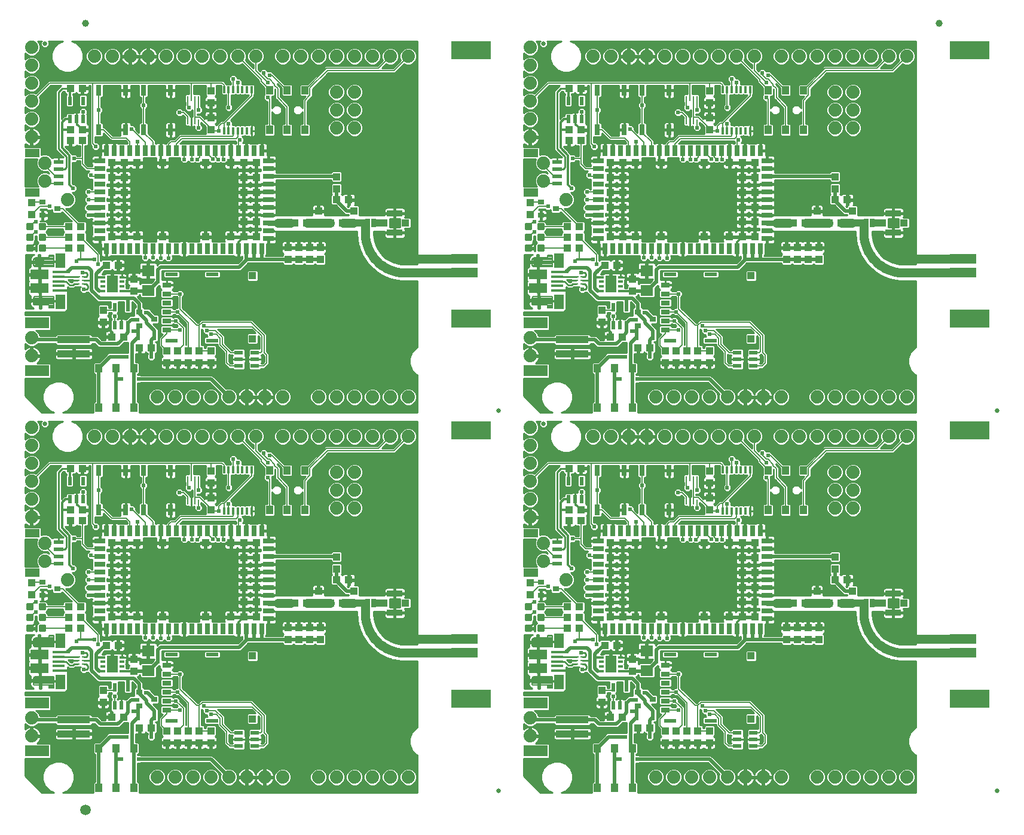
<source format=gtl>
G75*
%MOIN*%
%OFA0B0*%
%FSLAX25Y25*%
%IPPOS*%
%LPD*%
%AMOC8*
5,1,8,0,0,1.08239X$1,22.5*
%
%ADD10R,0.03150X0.05906*%
%ADD11R,0.05906X0.03150*%
%ADD12R,0.04331X0.04331*%
%ADD13R,0.06890X0.01575*%
%ADD14R,0.05748X0.07874*%
%ADD15R,0.09843X0.05610*%
%ADD16C,0.03937*%
%ADD17C,0.04331*%
%ADD18C,0.00800*%
%ADD19R,0.07874X0.04724*%
%ADD20R,0.05315X0.02362*%
%ADD21R,0.18110X0.03937*%
%ADD22R,0.13386X0.06299*%
%ADD23R,0.03000X0.06000*%
%ADD24C,0.07400*%
%ADD25R,0.02165X0.04724*%
%ADD26R,0.04331X0.03937*%
%ADD27R,0.02480X0.03268*%
%ADD28C,0.01181*%
%ADD29R,0.03543X0.03150*%
%ADD30R,0.03937X0.04331*%
%ADD31R,0.02559X0.01181*%
%ADD32R,0.06299X0.09252*%
%ADD33R,0.03937X0.04528*%
%ADD34R,0.05118X0.02559*%
%ADD35R,0.07087X0.01890*%
%ADD36R,0.03937X0.04055*%
%ADD37R,0.08661X0.03346*%
%ADD38R,0.04134X0.03937*%
%ADD39R,0.07087X0.06299*%
%ADD40R,0.22047X0.10236*%
%ADD41R,0.14567X0.05512*%
%ADD42R,0.02500X0.05000*%
%ADD43R,0.05000X0.02500*%
%ADD44R,0.01000X0.01600*%
%ADD45R,0.02402X0.00984*%
%ADD46R,0.02205X0.00984*%
%ADD47R,0.04724X0.02362*%
%ADD48C,0.02500*%
%ADD49R,0.00984X0.02953*%
%ADD50R,0.01200X0.03900*%
%ADD51C,0.05906*%
%ADD52C,0.01000*%
%ADD53C,0.01200*%
%ADD54C,0.02381*%
%ADD55C,0.02400*%
%ADD56C,0.00600*%
%ADD57C,0.05000*%
%ADD58C,0.02000*%
%ADD59C,0.03000*%
%ADD60C,0.04000*%
D10*
X0109217Y0121138D03*
X0113547Y0121138D03*
X0117878Y0121138D03*
X0122209Y0121138D03*
X0126539Y0121138D03*
X0130870Y0121138D03*
X0135201Y0121138D03*
X0139531Y0121138D03*
X0143862Y0121138D03*
X0148193Y0121138D03*
X0152524Y0121138D03*
X0156854Y0121138D03*
X0161185Y0121138D03*
X0165516Y0121138D03*
X0169846Y0121138D03*
X0174177Y0121138D03*
X0178508Y0121138D03*
X0182839Y0121138D03*
X0187169Y0121138D03*
X0191500Y0121138D03*
X0195831Y0121138D03*
X0195831Y0175862D03*
X0191500Y0175862D03*
X0187169Y0175862D03*
X0182839Y0175862D03*
X0178508Y0175862D03*
X0174177Y0175862D03*
X0169846Y0175862D03*
X0165516Y0175862D03*
X0161185Y0175862D03*
X0156854Y0175862D03*
X0152524Y0175862D03*
X0148193Y0175862D03*
X0143862Y0175862D03*
X0139531Y0175862D03*
X0135201Y0175862D03*
X0130870Y0175862D03*
X0126539Y0175862D03*
X0122209Y0175862D03*
X0117878Y0175862D03*
X0113547Y0175862D03*
X0109217Y0175862D03*
X0109217Y0333138D03*
X0113547Y0333138D03*
X0117878Y0333138D03*
X0122209Y0333138D03*
X0126539Y0333138D03*
X0130870Y0333138D03*
X0135201Y0333138D03*
X0139531Y0333138D03*
X0143862Y0333138D03*
X0148193Y0333138D03*
X0152524Y0333138D03*
X0156854Y0333138D03*
X0161185Y0333138D03*
X0165516Y0333138D03*
X0169846Y0333138D03*
X0174177Y0333138D03*
X0178508Y0333138D03*
X0182839Y0333138D03*
X0187169Y0333138D03*
X0191500Y0333138D03*
X0195831Y0333138D03*
X0195831Y0387862D03*
X0191500Y0387862D03*
X0187169Y0387862D03*
X0182839Y0387862D03*
X0178508Y0387862D03*
X0174177Y0387862D03*
X0169846Y0387862D03*
X0165516Y0387862D03*
X0161185Y0387862D03*
X0156854Y0387862D03*
X0152524Y0387862D03*
X0148193Y0387862D03*
X0143862Y0387862D03*
X0139531Y0387862D03*
X0135201Y0387862D03*
X0130870Y0387862D03*
X0126539Y0387862D03*
X0122209Y0387862D03*
X0117878Y0387862D03*
X0113547Y0387862D03*
X0109217Y0387862D03*
X0387217Y0387862D03*
X0391547Y0387862D03*
X0395878Y0387862D03*
X0400209Y0387862D03*
X0404539Y0387862D03*
X0408870Y0387862D03*
X0413201Y0387862D03*
X0417531Y0387862D03*
X0421862Y0387862D03*
X0426193Y0387862D03*
X0430524Y0387862D03*
X0434854Y0387862D03*
X0439185Y0387862D03*
X0443516Y0387862D03*
X0447846Y0387862D03*
X0452177Y0387862D03*
X0456508Y0387862D03*
X0460839Y0387862D03*
X0465169Y0387862D03*
X0469500Y0387862D03*
X0473831Y0387862D03*
X0473831Y0333138D03*
X0469500Y0333138D03*
X0465169Y0333138D03*
X0460839Y0333138D03*
X0456508Y0333138D03*
X0452177Y0333138D03*
X0447846Y0333138D03*
X0443516Y0333138D03*
X0439185Y0333138D03*
X0434854Y0333138D03*
X0430524Y0333138D03*
X0426193Y0333138D03*
X0421862Y0333138D03*
X0417531Y0333138D03*
X0413201Y0333138D03*
X0408870Y0333138D03*
X0404539Y0333138D03*
X0400209Y0333138D03*
X0395878Y0333138D03*
X0391547Y0333138D03*
X0387217Y0333138D03*
X0387217Y0175862D03*
X0391547Y0175862D03*
X0395878Y0175862D03*
X0400209Y0175862D03*
X0404539Y0175862D03*
X0408870Y0175862D03*
X0413201Y0175862D03*
X0417531Y0175862D03*
X0421862Y0175862D03*
X0426193Y0175862D03*
X0430524Y0175862D03*
X0434854Y0175862D03*
X0439185Y0175862D03*
X0443516Y0175862D03*
X0447846Y0175862D03*
X0452177Y0175862D03*
X0456508Y0175862D03*
X0460839Y0175862D03*
X0465169Y0175862D03*
X0469500Y0175862D03*
X0473831Y0175862D03*
X0473831Y0121138D03*
X0469500Y0121138D03*
X0465169Y0121138D03*
X0460839Y0121138D03*
X0456508Y0121138D03*
X0452177Y0121138D03*
X0447846Y0121138D03*
X0443516Y0121138D03*
X0439185Y0121138D03*
X0434854Y0121138D03*
X0430524Y0121138D03*
X0426193Y0121138D03*
X0421862Y0121138D03*
X0417531Y0121138D03*
X0413201Y0121138D03*
X0408870Y0121138D03*
X0404539Y0121138D03*
X0400209Y0121138D03*
X0395878Y0121138D03*
X0391547Y0121138D03*
X0387217Y0121138D03*
D11*
X0383476Y0126846D03*
X0383476Y0131177D03*
X0383476Y0135508D03*
X0383476Y0139839D03*
X0383476Y0144169D03*
X0383476Y0148500D03*
X0383476Y0152831D03*
X0383476Y0157161D03*
X0383476Y0161492D03*
X0383476Y0165823D03*
X0383476Y0170154D03*
X0477571Y0170154D03*
X0477571Y0165823D03*
X0477571Y0161492D03*
X0477571Y0157161D03*
X0477571Y0152831D03*
X0477571Y0148500D03*
X0477571Y0144169D03*
X0477571Y0139839D03*
X0477571Y0135508D03*
X0477571Y0131177D03*
X0477571Y0126846D03*
X0199571Y0126846D03*
X0199571Y0131177D03*
X0199571Y0135508D03*
X0199571Y0139839D03*
X0199571Y0144169D03*
X0199571Y0148500D03*
X0199571Y0152831D03*
X0199571Y0157161D03*
X0199571Y0161492D03*
X0199571Y0165823D03*
X0199571Y0170154D03*
X0105476Y0170154D03*
X0105476Y0165823D03*
X0105476Y0161492D03*
X0105476Y0157161D03*
X0105476Y0152831D03*
X0105476Y0148500D03*
X0105476Y0144169D03*
X0105476Y0139839D03*
X0105476Y0135508D03*
X0105476Y0131177D03*
X0105476Y0126846D03*
X0105476Y0338846D03*
X0105476Y0343177D03*
X0105476Y0347508D03*
X0105476Y0351839D03*
X0105476Y0356169D03*
X0105476Y0360500D03*
X0105476Y0364831D03*
X0105476Y0369161D03*
X0105476Y0373492D03*
X0105476Y0377823D03*
X0105476Y0382154D03*
X0199571Y0382154D03*
X0199571Y0377823D03*
X0199571Y0373492D03*
X0199571Y0369161D03*
X0199571Y0364831D03*
X0199571Y0360500D03*
X0199571Y0356169D03*
X0199571Y0351839D03*
X0199571Y0347508D03*
X0199571Y0343177D03*
X0199571Y0338846D03*
X0383476Y0338846D03*
X0383476Y0343177D03*
X0383476Y0347508D03*
X0383476Y0351839D03*
X0383476Y0356169D03*
X0383476Y0360500D03*
X0383476Y0364831D03*
X0383476Y0369161D03*
X0383476Y0373492D03*
X0383476Y0377823D03*
X0383476Y0382154D03*
X0477571Y0382154D03*
X0477571Y0377823D03*
X0477571Y0373492D03*
X0477571Y0369161D03*
X0477571Y0364831D03*
X0477571Y0360500D03*
X0477571Y0356169D03*
X0477571Y0351839D03*
X0477571Y0347508D03*
X0477571Y0343177D03*
X0477571Y0338846D03*
D12*
X0470878Y0339831D03*
X0463791Y0339831D03*
X0456705Y0339831D03*
X0463791Y0348098D03*
X0470878Y0348098D03*
X0470878Y0356366D03*
X0463791Y0356366D03*
X0463791Y0364634D03*
X0470878Y0364634D03*
X0470878Y0372902D03*
X0463791Y0372902D03*
X0463791Y0381169D03*
X0456705Y0381169D03*
X0470878Y0381169D03*
X0442531Y0381169D03*
X0418516Y0381169D03*
X0404343Y0381169D03*
X0397256Y0381169D03*
X0390169Y0381169D03*
X0390169Y0372902D03*
X0397256Y0372902D03*
X0397256Y0364634D03*
X0390169Y0364634D03*
X0390169Y0356366D03*
X0397256Y0356366D03*
X0397256Y0348098D03*
X0390169Y0348098D03*
X0390169Y0339831D03*
X0397256Y0339831D03*
X0404343Y0339831D03*
X0418516Y0339831D03*
X0442531Y0339831D03*
X0442531Y0169169D03*
X0456705Y0169169D03*
X0463791Y0169169D03*
X0470878Y0169169D03*
X0470878Y0160902D03*
X0463791Y0160902D03*
X0463791Y0152634D03*
X0470878Y0152634D03*
X0470878Y0144366D03*
X0463791Y0144366D03*
X0463791Y0136098D03*
X0470878Y0136098D03*
X0470878Y0127831D03*
X0463791Y0127831D03*
X0456705Y0127831D03*
X0442531Y0127831D03*
X0418516Y0127831D03*
X0404343Y0127831D03*
X0397256Y0127831D03*
X0390169Y0127831D03*
X0390169Y0136098D03*
X0397256Y0136098D03*
X0397256Y0144366D03*
X0390169Y0144366D03*
X0390169Y0152634D03*
X0397256Y0152634D03*
X0397256Y0160902D03*
X0390169Y0160902D03*
X0390169Y0169169D03*
X0397256Y0169169D03*
X0404343Y0169169D03*
X0418516Y0169169D03*
X0192878Y0169169D03*
X0185791Y0169169D03*
X0178705Y0169169D03*
X0185791Y0160902D03*
X0192878Y0160902D03*
X0192878Y0152634D03*
X0185791Y0152634D03*
X0185791Y0144366D03*
X0192878Y0144366D03*
X0192878Y0136098D03*
X0185791Y0136098D03*
X0185791Y0127831D03*
X0178705Y0127831D03*
X0192878Y0127831D03*
X0164531Y0127831D03*
X0140516Y0127831D03*
X0126343Y0127831D03*
X0119256Y0127831D03*
X0112169Y0127831D03*
X0112169Y0136098D03*
X0119256Y0136098D03*
X0119256Y0144366D03*
X0112169Y0144366D03*
X0112169Y0152634D03*
X0119256Y0152634D03*
X0119256Y0160902D03*
X0112169Y0160902D03*
X0112169Y0169169D03*
X0119256Y0169169D03*
X0126343Y0169169D03*
X0140516Y0169169D03*
X0164531Y0169169D03*
X0164531Y0339831D03*
X0178705Y0339831D03*
X0185791Y0339831D03*
X0192878Y0339831D03*
X0192878Y0348098D03*
X0185791Y0348098D03*
X0185791Y0356366D03*
X0192878Y0356366D03*
X0192878Y0364634D03*
X0185791Y0364634D03*
X0185791Y0372902D03*
X0192878Y0372902D03*
X0192878Y0381169D03*
X0185791Y0381169D03*
X0178705Y0381169D03*
X0164531Y0381169D03*
X0140516Y0381169D03*
X0126343Y0381169D03*
X0119256Y0381169D03*
X0112169Y0381169D03*
X0112169Y0372902D03*
X0119256Y0372902D03*
X0119256Y0364634D03*
X0112169Y0364634D03*
X0112169Y0356366D03*
X0119256Y0356366D03*
X0119256Y0348098D03*
X0112169Y0348098D03*
X0112169Y0339831D03*
X0119256Y0339831D03*
X0126343Y0339831D03*
X0140516Y0339831D03*
D13*
X0082524Y0320118D03*
X0082524Y0317559D03*
X0082524Y0315000D03*
X0082524Y0312441D03*
X0082524Y0309882D03*
X0360524Y0309882D03*
X0360524Y0312441D03*
X0360524Y0315000D03*
X0360524Y0317559D03*
X0360524Y0320118D03*
X0360524Y0108118D03*
X0360524Y0105559D03*
X0360524Y0103000D03*
X0360524Y0100441D03*
X0360524Y0097882D03*
X0082524Y0097882D03*
X0082524Y0100441D03*
X0082524Y0103000D03*
X0082524Y0105559D03*
X0082524Y0108118D03*
D14*
X0083606Y0114417D03*
X0083606Y0091583D03*
X0361606Y0091583D03*
X0361606Y0114417D03*
X0361606Y0303583D03*
X0361606Y0326417D03*
X0083606Y0326417D03*
X0083606Y0303583D03*
D15*
X0071992Y0311211D03*
X0071992Y0318789D03*
X0349992Y0318789D03*
X0349992Y0311211D03*
X0349992Y0106789D03*
X0349992Y0099211D03*
X0071992Y0099211D03*
X0071992Y0106789D03*
D16*
X0072386Y0092370D03*
X0350386Y0092370D03*
X0350386Y0304370D03*
X0573524Y0458750D03*
X0097524Y0458750D03*
X0072386Y0304370D03*
D17*
X0072560Y0325754D02*
X0070984Y0325754D01*
X0070984Y0325754D01*
X0072560Y0325754D01*
X0072560Y0325754D01*
X0348984Y0325754D02*
X0350560Y0325754D01*
X0348984Y0325754D02*
X0348984Y0325754D01*
X0350560Y0325754D01*
X0350560Y0325754D01*
X0350560Y0113754D02*
X0348984Y0113754D01*
X0348984Y0113754D01*
X0350560Y0113754D01*
X0350560Y0113754D01*
X0072560Y0113754D02*
X0070984Y0113754D01*
X0070984Y0113754D01*
X0072560Y0113754D01*
X0072560Y0113754D01*
D18*
X0069866Y0116189D02*
X0069565Y0116106D01*
X0069290Y0115959D01*
X0069054Y0115753D01*
X0068870Y0115501D01*
X0068747Y0115214D01*
X0068691Y0114907D01*
X0068705Y0114594D01*
X0068705Y0112232D01*
X0068761Y0111965D01*
X0068884Y0111721D01*
X0069066Y0111518D01*
X0069295Y0111368D01*
X0069554Y0111283D01*
X0069827Y0111268D01*
X0079827Y0111248D01*
X0079827Y0117665D01*
X0077307Y0117685D01*
X0077307Y0116209D01*
X0069866Y0116189D01*
X0068897Y0115538D02*
X0079827Y0115538D01*
X0079827Y0116336D02*
X0077307Y0116336D01*
X0077307Y0117135D02*
X0079827Y0117135D01*
X0079827Y0114739D02*
X0068698Y0114739D01*
X0068705Y0113941D02*
X0079827Y0113941D01*
X0079827Y0113142D02*
X0068705Y0113142D01*
X0068705Y0112344D02*
X0079827Y0112344D01*
X0079827Y0111545D02*
X0069041Y0111545D01*
X0069551Y0094587D02*
X0079827Y0094587D01*
X0079827Y0088362D01*
X0077327Y0088362D01*
X0077327Y0089850D01*
X0069118Y0089850D01*
X0068962Y0089888D01*
X0068825Y0089971D01*
X0068720Y0090093D01*
X0068659Y0090241D01*
X0068646Y0090402D01*
X0068744Y0093807D01*
X0068775Y0094012D01*
X0068857Y0094202D01*
X0068986Y0094364D01*
X0069153Y0094487D01*
X0069345Y0094563D01*
X0069551Y0094587D01*
X0068770Y0093978D02*
X0079827Y0093978D01*
X0079827Y0093179D02*
X0068726Y0093179D01*
X0068703Y0092381D02*
X0079827Y0092381D01*
X0079827Y0091582D02*
X0068680Y0091582D01*
X0068657Y0090784D02*
X0079827Y0090784D01*
X0079827Y0089985D02*
X0068813Y0089985D01*
X0077327Y0089187D02*
X0079827Y0089187D01*
X0079827Y0088388D02*
X0077327Y0088388D01*
X0346646Y0090402D02*
X0346744Y0093807D01*
X0346775Y0094012D01*
X0346857Y0094202D01*
X0346986Y0094364D01*
X0347153Y0094487D01*
X0347345Y0094563D01*
X0347551Y0094587D01*
X0357827Y0094587D01*
X0357827Y0088362D01*
X0355327Y0088362D01*
X0355327Y0089850D01*
X0347118Y0089850D01*
X0346962Y0089888D01*
X0346825Y0089971D01*
X0346720Y0090093D01*
X0346659Y0090241D01*
X0346646Y0090402D01*
X0346657Y0090784D02*
X0357827Y0090784D01*
X0357827Y0091582D02*
X0346680Y0091582D01*
X0346703Y0092381D02*
X0357827Y0092381D01*
X0357827Y0093179D02*
X0346726Y0093179D01*
X0346770Y0093978D02*
X0357827Y0093978D01*
X0357827Y0089985D02*
X0346813Y0089985D01*
X0355327Y0089187D02*
X0357827Y0089187D01*
X0357827Y0088388D02*
X0355327Y0088388D01*
X0357827Y0111248D02*
X0347827Y0111268D01*
X0347554Y0111283D01*
X0347295Y0111368D01*
X0347066Y0111518D01*
X0346884Y0111721D01*
X0346761Y0111965D01*
X0346705Y0112232D01*
X0346705Y0114594D01*
X0346691Y0114907D01*
X0346747Y0115214D01*
X0346870Y0115501D01*
X0347054Y0115753D01*
X0347290Y0115959D01*
X0347565Y0116106D01*
X0347866Y0116189D01*
X0355307Y0116209D01*
X0355307Y0117685D01*
X0357827Y0117665D01*
X0357827Y0111248D01*
X0357827Y0111545D02*
X0347041Y0111545D01*
X0346705Y0112344D02*
X0357827Y0112344D01*
X0357827Y0113142D02*
X0346705Y0113142D01*
X0346705Y0113941D02*
X0357827Y0113941D01*
X0357827Y0114739D02*
X0346698Y0114739D01*
X0346897Y0115538D02*
X0357827Y0115538D01*
X0357827Y0116336D02*
X0355307Y0116336D01*
X0355307Y0117135D02*
X0357827Y0117135D01*
X0357827Y0300362D02*
X0357827Y0306587D01*
X0347551Y0306587D01*
X0347345Y0306563D01*
X0347153Y0306487D01*
X0346986Y0306364D01*
X0346857Y0306202D01*
X0346775Y0306012D01*
X0346744Y0305807D01*
X0346646Y0302402D01*
X0346659Y0302241D01*
X0346720Y0302093D01*
X0346825Y0301971D01*
X0346962Y0301888D01*
X0347118Y0301850D01*
X0355327Y0301850D01*
X0355327Y0300362D01*
X0357827Y0300362D01*
X0357827Y0300792D02*
X0355327Y0300792D01*
X0355327Y0301591D02*
X0357827Y0301591D01*
X0357827Y0302389D02*
X0346647Y0302389D01*
X0346668Y0303188D02*
X0357827Y0303188D01*
X0357827Y0303986D02*
X0346691Y0303986D01*
X0346715Y0304785D02*
X0357827Y0304785D01*
X0357827Y0305583D02*
X0346738Y0305583D01*
X0347010Y0306382D02*
X0357827Y0306382D01*
X0357827Y0323248D02*
X0347827Y0323268D01*
X0347554Y0323283D01*
X0347295Y0323368D01*
X0347066Y0323518D01*
X0346884Y0323721D01*
X0346761Y0323965D01*
X0346705Y0324232D01*
X0346705Y0326594D01*
X0346691Y0326907D01*
X0346747Y0327214D01*
X0346870Y0327501D01*
X0347054Y0327753D01*
X0347290Y0327959D01*
X0347565Y0328106D01*
X0347866Y0328189D01*
X0355307Y0328209D01*
X0355307Y0329685D01*
X0357827Y0329665D01*
X0357827Y0323248D01*
X0357827Y0323949D02*
X0346769Y0323949D01*
X0346705Y0324748D02*
X0357827Y0324748D01*
X0357827Y0325546D02*
X0346705Y0325546D01*
X0346705Y0326345D02*
X0357827Y0326345D01*
X0357827Y0327143D02*
X0346734Y0327143D01*
X0347270Y0327942D02*
X0357827Y0327942D01*
X0357827Y0328740D02*
X0355307Y0328740D01*
X0355307Y0329539D02*
X0357827Y0329539D01*
X0079827Y0329539D02*
X0077307Y0329539D01*
X0077307Y0329685D02*
X0077307Y0328209D01*
X0069866Y0328189D01*
X0069565Y0328106D01*
X0069290Y0327959D01*
X0069054Y0327753D01*
X0068870Y0327501D01*
X0068747Y0327214D01*
X0068691Y0326907D01*
X0068705Y0326594D01*
X0068705Y0324232D01*
X0068761Y0323965D01*
X0068884Y0323721D01*
X0069066Y0323518D01*
X0069295Y0323368D01*
X0069554Y0323283D01*
X0069827Y0323268D01*
X0079827Y0323248D01*
X0079827Y0329665D01*
X0077307Y0329685D01*
X0077307Y0328740D02*
X0079827Y0328740D01*
X0079827Y0327942D02*
X0069270Y0327942D01*
X0068734Y0327143D02*
X0079827Y0327143D01*
X0079827Y0326345D02*
X0068705Y0326345D01*
X0068705Y0325546D02*
X0079827Y0325546D01*
X0079827Y0324748D02*
X0068705Y0324748D01*
X0068769Y0323949D02*
X0079827Y0323949D01*
X0079827Y0306587D02*
X0069551Y0306587D01*
X0069345Y0306563D01*
X0069153Y0306487D01*
X0068986Y0306364D01*
X0068857Y0306202D01*
X0068775Y0306012D01*
X0068744Y0305807D01*
X0068646Y0302402D01*
X0068659Y0302241D01*
X0068720Y0302093D01*
X0068825Y0301971D01*
X0068962Y0301888D01*
X0069118Y0301850D01*
X0077327Y0301850D01*
X0077327Y0300362D01*
X0079827Y0300362D01*
X0079827Y0306587D01*
X0079827Y0306382D02*
X0069010Y0306382D01*
X0068738Y0305583D02*
X0079827Y0305583D01*
X0079827Y0304785D02*
X0068715Y0304785D01*
X0068691Y0303986D02*
X0079827Y0303986D01*
X0079827Y0303188D02*
X0068668Y0303188D01*
X0068647Y0302389D02*
X0079827Y0302389D01*
X0079827Y0301591D02*
X0077327Y0301591D01*
X0077327Y0300792D02*
X0079827Y0300792D01*
D19*
X0068055Y0364476D03*
X0068055Y0386524D03*
X0346055Y0386524D03*
X0346055Y0364476D03*
X0346055Y0174524D03*
X0346055Y0152476D03*
X0068055Y0152476D03*
X0068055Y0174524D03*
D20*
X0082524Y0169406D03*
X0082524Y0165469D03*
X0082524Y0161531D03*
X0082524Y0157594D03*
X0360524Y0157594D03*
X0360524Y0161531D03*
X0360524Y0165469D03*
X0360524Y0169406D03*
X0360524Y0369594D03*
X0360524Y0373531D03*
X0360524Y0377469D03*
X0360524Y0381406D03*
X0082524Y0381406D03*
X0082524Y0377469D03*
X0082524Y0373531D03*
X0082524Y0369594D03*
D21*
X0091091Y0282437D03*
X0091091Y0274563D03*
X0369091Y0274563D03*
X0369091Y0282437D03*
X0369091Y0070437D03*
X0369091Y0062563D03*
X0091091Y0062563D03*
X0091091Y0070437D03*
D22*
X0070618Y0079886D03*
X0070618Y0053114D03*
X0348618Y0053114D03*
X0348618Y0079886D03*
X0348618Y0265114D03*
X0348618Y0291886D03*
X0070618Y0291886D03*
X0070618Y0265114D03*
D23*
X0105024Y0209500D03*
X0120024Y0209500D03*
X0130024Y0209500D03*
X0145024Y0209500D03*
X0145024Y0187500D03*
X0130024Y0187500D03*
X0120024Y0187500D03*
X0105024Y0187500D03*
X0383024Y0187500D03*
X0398024Y0187500D03*
X0408024Y0187500D03*
X0423024Y0187500D03*
X0423024Y0209500D03*
X0408024Y0209500D03*
X0398024Y0209500D03*
X0383024Y0209500D03*
X0383024Y0399500D03*
X0398024Y0399500D03*
X0408024Y0399500D03*
X0423024Y0399500D03*
X0423024Y0421500D03*
X0408024Y0421500D03*
X0398024Y0421500D03*
X0383024Y0421500D03*
X0145024Y0421500D03*
X0130024Y0421500D03*
X0120024Y0421500D03*
X0105024Y0421500D03*
X0105024Y0399500D03*
X0120024Y0399500D03*
X0130024Y0399500D03*
X0145024Y0399500D03*
D24*
X0142524Y0440500D03*
X0132524Y0440500D03*
X0122524Y0440500D03*
X0112524Y0440500D03*
X0102524Y0440500D03*
X0067524Y0435500D03*
X0067524Y0425500D03*
X0067524Y0415500D03*
X0067524Y0405500D03*
X0067524Y0395500D03*
X0075024Y0381000D03*
X0075024Y0371000D03*
X0087524Y0360500D03*
X0067524Y0283500D03*
X0067524Y0273500D03*
X0067524Y0233500D03*
X0067524Y0223500D03*
X0067524Y0213500D03*
X0067524Y0203500D03*
X0067524Y0193500D03*
X0067524Y0183500D03*
X0075024Y0169000D03*
X0075024Y0159000D03*
X0087524Y0148500D03*
X0102524Y0228500D03*
X0112524Y0228500D03*
X0122524Y0228500D03*
X0132524Y0228500D03*
X0142524Y0228500D03*
X0152524Y0228500D03*
X0162524Y0228500D03*
X0172524Y0228500D03*
X0182524Y0228500D03*
X0192524Y0228500D03*
X0207524Y0228500D03*
X0217524Y0228500D03*
X0227524Y0228500D03*
X0237524Y0228500D03*
X0247524Y0228500D03*
X0257524Y0228500D03*
X0267524Y0228500D03*
X0277524Y0228500D03*
X0247524Y0208500D03*
X0237524Y0208500D03*
X0237524Y0198500D03*
X0247524Y0198500D03*
X0247524Y0188500D03*
X0237524Y0188500D03*
X0237524Y0250500D03*
X0247524Y0250500D03*
X0257524Y0250500D03*
X0267524Y0250500D03*
X0277524Y0250500D03*
X0227524Y0250500D03*
X0207524Y0250500D03*
X0197524Y0250500D03*
X0187524Y0250500D03*
X0177524Y0250500D03*
X0167524Y0250500D03*
X0157524Y0250500D03*
X0147524Y0250500D03*
X0137524Y0250500D03*
X0345524Y0233500D03*
X0345524Y0223500D03*
X0345524Y0213500D03*
X0345524Y0203500D03*
X0345524Y0193500D03*
X0345524Y0183500D03*
X0353024Y0169000D03*
X0353024Y0159000D03*
X0365524Y0148500D03*
X0380524Y0228500D03*
X0390524Y0228500D03*
X0400524Y0228500D03*
X0410524Y0228500D03*
X0420524Y0228500D03*
X0430524Y0228500D03*
X0440524Y0228500D03*
X0450524Y0228500D03*
X0460524Y0228500D03*
X0470524Y0228500D03*
X0485524Y0228500D03*
X0495524Y0228500D03*
X0505524Y0228500D03*
X0515524Y0228500D03*
X0525524Y0228500D03*
X0535524Y0228500D03*
X0545524Y0228500D03*
X0555524Y0228500D03*
X0525524Y0208500D03*
X0525524Y0198500D03*
X0525524Y0188500D03*
X0515524Y0188500D03*
X0515524Y0198500D03*
X0515524Y0208500D03*
X0515524Y0250500D03*
X0505524Y0250500D03*
X0525524Y0250500D03*
X0535524Y0250500D03*
X0545524Y0250500D03*
X0555524Y0250500D03*
X0485524Y0250500D03*
X0475524Y0250500D03*
X0465524Y0250500D03*
X0455524Y0250500D03*
X0445524Y0250500D03*
X0435524Y0250500D03*
X0425524Y0250500D03*
X0415524Y0250500D03*
X0345524Y0273500D03*
X0345524Y0283500D03*
X0365524Y0360500D03*
X0353024Y0371000D03*
X0353024Y0381000D03*
X0345524Y0395500D03*
X0345524Y0405500D03*
X0345524Y0415500D03*
X0345524Y0425500D03*
X0345524Y0435500D03*
X0345524Y0445500D03*
X0380524Y0440500D03*
X0390524Y0440500D03*
X0400524Y0440500D03*
X0410524Y0440500D03*
X0420524Y0440500D03*
X0430524Y0440500D03*
X0440524Y0440500D03*
X0450524Y0440500D03*
X0460524Y0440500D03*
X0470524Y0440500D03*
X0485524Y0440500D03*
X0495524Y0440500D03*
X0505524Y0440500D03*
X0515524Y0440500D03*
X0525524Y0440500D03*
X0535524Y0440500D03*
X0545524Y0440500D03*
X0555524Y0440500D03*
X0525524Y0420500D03*
X0525524Y0410500D03*
X0525524Y0400500D03*
X0515524Y0400500D03*
X0515524Y0410500D03*
X0515524Y0420500D03*
X0277524Y0440500D03*
X0267524Y0440500D03*
X0257524Y0440500D03*
X0247524Y0440500D03*
X0237524Y0440500D03*
X0227524Y0440500D03*
X0217524Y0440500D03*
X0207524Y0440500D03*
X0192524Y0440500D03*
X0182524Y0440500D03*
X0172524Y0440500D03*
X0162524Y0440500D03*
X0152524Y0440500D03*
X0067524Y0445500D03*
X0237524Y0420500D03*
X0247524Y0420500D03*
X0247524Y0410500D03*
X0237524Y0410500D03*
X0237524Y0400500D03*
X0247524Y0400500D03*
X0345524Y0071500D03*
X0345524Y0061500D03*
X0415524Y0038500D03*
X0425524Y0038500D03*
X0435524Y0038500D03*
X0445524Y0038500D03*
X0455524Y0038500D03*
X0465524Y0038500D03*
X0475524Y0038500D03*
X0485524Y0038500D03*
X0505524Y0038500D03*
X0515524Y0038500D03*
X0525524Y0038500D03*
X0535524Y0038500D03*
X0545524Y0038500D03*
X0555524Y0038500D03*
X0277524Y0038500D03*
X0267524Y0038500D03*
X0257524Y0038500D03*
X0247524Y0038500D03*
X0237524Y0038500D03*
X0227524Y0038500D03*
X0207524Y0038500D03*
X0197524Y0038500D03*
X0187524Y0038500D03*
X0177524Y0038500D03*
X0167524Y0038500D03*
X0157524Y0038500D03*
X0147524Y0038500D03*
X0137524Y0038500D03*
X0067524Y0061500D03*
X0067524Y0071500D03*
D25*
X0113783Y0078381D03*
X0117524Y0078381D03*
X0121264Y0078381D03*
X0121264Y0088619D03*
X0113783Y0088619D03*
X0096264Y0193381D03*
X0092524Y0193381D03*
X0088783Y0193381D03*
X0088783Y0203619D03*
X0096264Y0203619D03*
X0113783Y0290381D03*
X0117524Y0290381D03*
X0121264Y0290381D03*
X0121264Y0300619D03*
X0113783Y0300619D03*
X0096264Y0405381D03*
X0092524Y0405381D03*
X0088783Y0405381D03*
X0088783Y0415619D03*
X0096264Y0415619D03*
X0366783Y0415619D03*
X0374264Y0415619D03*
X0374264Y0405381D03*
X0370524Y0405381D03*
X0366783Y0405381D03*
X0391783Y0300619D03*
X0399264Y0300619D03*
X0399264Y0290381D03*
X0395524Y0290381D03*
X0391783Y0290381D03*
X0374264Y0203619D03*
X0366783Y0203619D03*
X0366783Y0193381D03*
X0370524Y0193381D03*
X0374264Y0193381D03*
X0391783Y0088619D03*
X0399264Y0088619D03*
X0399264Y0078381D03*
X0395524Y0078381D03*
X0391783Y0078381D03*
D26*
X0390177Y0072000D03*
X0396870Y0072000D03*
X0405677Y0066000D03*
X0412370Y0066000D03*
X0393870Y0112000D03*
X0387177Y0112000D03*
X0372870Y0121500D03*
X0372870Y0127500D03*
X0372870Y0133500D03*
X0366177Y0133500D03*
X0366177Y0127500D03*
X0366177Y0121500D03*
X0367177Y0181500D03*
X0373870Y0181500D03*
X0373870Y0187500D03*
X0367177Y0187500D03*
X0367177Y0210600D03*
X0373870Y0210600D03*
X0405677Y0278000D03*
X0412370Y0278000D03*
X0396870Y0284000D03*
X0390177Y0284000D03*
X0387177Y0324000D03*
X0393870Y0324000D03*
X0372870Y0333500D03*
X0372870Y0339500D03*
X0366177Y0339500D03*
X0366177Y0333500D03*
X0366177Y0345500D03*
X0372870Y0345500D03*
X0373870Y0393500D03*
X0373870Y0399500D03*
X0367177Y0399500D03*
X0367177Y0393500D03*
X0367177Y0422600D03*
X0373870Y0422600D03*
X0492177Y0347508D03*
X0498870Y0347508D03*
X0512177Y0347508D03*
X0518870Y0347508D03*
X0515677Y0360500D03*
X0522370Y0360500D03*
X0244370Y0360500D03*
X0237677Y0360500D03*
X0240870Y0347508D03*
X0234177Y0347508D03*
X0220870Y0347508D03*
X0214177Y0347508D03*
X0115870Y0324000D03*
X0109177Y0324000D03*
X0094870Y0333500D03*
X0094870Y0339500D03*
X0088177Y0339500D03*
X0088177Y0333500D03*
X0088177Y0345500D03*
X0094870Y0345500D03*
X0095870Y0393500D03*
X0095870Y0399500D03*
X0089177Y0399500D03*
X0089177Y0393500D03*
X0089177Y0422600D03*
X0095870Y0422600D03*
X0112177Y0284000D03*
X0118870Y0284000D03*
X0127677Y0278000D03*
X0134370Y0278000D03*
X0095870Y0210600D03*
X0089177Y0210600D03*
X0089177Y0187500D03*
X0095870Y0187500D03*
X0095870Y0181500D03*
X0089177Y0181500D03*
X0088177Y0133500D03*
X0088177Y0127500D03*
X0088177Y0121500D03*
X0094870Y0121500D03*
X0094870Y0127500D03*
X0094870Y0133500D03*
X0109177Y0112000D03*
X0115870Y0112000D03*
X0118870Y0072000D03*
X0112177Y0072000D03*
X0127677Y0066000D03*
X0134370Y0066000D03*
X0214177Y0135508D03*
X0220870Y0135508D03*
X0234177Y0135508D03*
X0240870Y0135508D03*
X0237677Y0148500D03*
X0244370Y0148500D03*
X0492177Y0135508D03*
X0498870Y0135508D03*
X0512177Y0135508D03*
X0518870Y0135508D03*
X0515677Y0148500D03*
X0522370Y0148500D03*
D27*
X0414051Y0072000D03*
X0404996Y0072000D03*
X0136051Y0072000D03*
X0126996Y0072000D03*
X0126996Y0284000D03*
X0136051Y0284000D03*
X0404996Y0284000D03*
X0414051Y0284000D03*
D28*
X0352854Y0332122D02*
X0352854Y0334878D01*
X0352854Y0332122D02*
X0350098Y0332122D01*
X0350098Y0334878D01*
X0352854Y0334878D01*
X0352854Y0333244D02*
X0350098Y0333244D01*
X0350098Y0334366D02*
X0352854Y0334366D01*
X0350098Y0338122D02*
X0350098Y0340878D01*
X0352854Y0340878D01*
X0352854Y0338122D01*
X0350098Y0338122D01*
X0350098Y0339244D02*
X0352854Y0339244D01*
X0352854Y0340366D02*
X0350098Y0340366D01*
X0350098Y0344122D02*
X0350098Y0346878D01*
X0352854Y0346878D01*
X0352854Y0344122D01*
X0350098Y0344122D01*
X0350098Y0345244D02*
X0352854Y0345244D01*
X0352854Y0346366D02*
X0350098Y0346366D01*
X0343193Y0346878D02*
X0343193Y0344122D01*
X0343193Y0346878D02*
X0345949Y0346878D01*
X0345949Y0344122D01*
X0343193Y0344122D01*
X0343193Y0345244D02*
X0345949Y0345244D01*
X0345949Y0346366D02*
X0343193Y0346366D01*
X0343193Y0340878D02*
X0343193Y0338122D01*
X0343193Y0340878D02*
X0345949Y0340878D01*
X0345949Y0338122D01*
X0343193Y0338122D01*
X0343193Y0339244D02*
X0345949Y0339244D01*
X0345949Y0340366D02*
X0343193Y0340366D01*
X0345949Y0334878D02*
X0345949Y0332122D01*
X0343193Y0332122D01*
X0343193Y0334878D01*
X0345949Y0334878D01*
X0345949Y0333244D02*
X0343193Y0333244D01*
X0343193Y0334366D02*
X0345949Y0334366D01*
X0074854Y0334878D02*
X0074854Y0332122D01*
X0072098Y0332122D01*
X0072098Y0334878D01*
X0074854Y0334878D01*
X0074854Y0333244D02*
X0072098Y0333244D01*
X0072098Y0334366D02*
X0074854Y0334366D01*
X0072098Y0338122D02*
X0072098Y0340878D01*
X0074854Y0340878D01*
X0074854Y0338122D01*
X0072098Y0338122D01*
X0072098Y0339244D02*
X0074854Y0339244D01*
X0074854Y0340366D02*
X0072098Y0340366D01*
X0072098Y0344122D02*
X0072098Y0346878D01*
X0074854Y0346878D01*
X0074854Y0344122D01*
X0072098Y0344122D01*
X0072098Y0345244D02*
X0074854Y0345244D01*
X0074854Y0346366D02*
X0072098Y0346366D01*
X0065193Y0346878D02*
X0065193Y0344122D01*
X0065193Y0346878D02*
X0067949Y0346878D01*
X0067949Y0344122D01*
X0065193Y0344122D01*
X0065193Y0345244D02*
X0067949Y0345244D01*
X0067949Y0346366D02*
X0065193Y0346366D01*
X0065193Y0340878D02*
X0065193Y0338122D01*
X0065193Y0340878D02*
X0067949Y0340878D01*
X0067949Y0338122D01*
X0065193Y0338122D01*
X0065193Y0339244D02*
X0067949Y0339244D01*
X0067949Y0340366D02*
X0065193Y0340366D01*
X0067949Y0334878D02*
X0067949Y0332122D01*
X0065193Y0332122D01*
X0065193Y0334878D01*
X0067949Y0334878D01*
X0067949Y0333244D02*
X0065193Y0333244D01*
X0065193Y0334366D02*
X0067949Y0334366D01*
X0065193Y0134878D02*
X0065193Y0132122D01*
X0065193Y0134878D02*
X0067949Y0134878D01*
X0067949Y0132122D01*
X0065193Y0132122D01*
X0065193Y0133244D02*
X0067949Y0133244D01*
X0067949Y0134366D02*
X0065193Y0134366D01*
X0072098Y0134878D02*
X0072098Y0132122D01*
X0072098Y0134878D02*
X0074854Y0134878D01*
X0074854Y0132122D01*
X0072098Y0132122D01*
X0072098Y0133244D02*
X0074854Y0133244D01*
X0074854Y0134366D02*
X0072098Y0134366D01*
X0072098Y0128878D02*
X0072098Y0126122D01*
X0072098Y0128878D02*
X0074854Y0128878D01*
X0074854Y0126122D01*
X0072098Y0126122D01*
X0072098Y0127244D02*
X0074854Y0127244D01*
X0074854Y0128366D02*
X0072098Y0128366D01*
X0065193Y0128878D02*
X0065193Y0126122D01*
X0065193Y0128878D02*
X0067949Y0128878D01*
X0067949Y0126122D01*
X0065193Y0126122D01*
X0065193Y0127244D02*
X0067949Y0127244D01*
X0067949Y0128366D02*
X0065193Y0128366D01*
X0067949Y0122878D02*
X0067949Y0120122D01*
X0065193Y0120122D01*
X0065193Y0122878D01*
X0067949Y0122878D01*
X0067949Y0121244D02*
X0065193Y0121244D01*
X0065193Y0122366D02*
X0067949Y0122366D01*
X0074854Y0122878D02*
X0074854Y0120122D01*
X0072098Y0120122D01*
X0072098Y0122878D01*
X0074854Y0122878D01*
X0074854Y0121244D02*
X0072098Y0121244D01*
X0072098Y0122366D02*
X0074854Y0122366D01*
X0345949Y0122878D02*
X0345949Y0120122D01*
X0343193Y0120122D01*
X0343193Y0122878D01*
X0345949Y0122878D01*
X0345949Y0121244D02*
X0343193Y0121244D01*
X0343193Y0122366D02*
X0345949Y0122366D01*
X0343193Y0126122D02*
X0343193Y0128878D01*
X0345949Y0128878D01*
X0345949Y0126122D01*
X0343193Y0126122D01*
X0343193Y0127244D02*
X0345949Y0127244D01*
X0345949Y0128366D02*
X0343193Y0128366D01*
X0343193Y0132122D02*
X0343193Y0134878D01*
X0345949Y0134878D01*
X0345949Y0132122D01*
X0343193Y0132122D01*
X0343193Y0133244D02*
X0345949Y0133244D01*
X0345949Y0134366D02*
X0343193Y0134366D01*
X0350098Y0134878D02*
X0350098Y0132122D01*
X0350098Y0134878D02*
X0352854Y0134878D01*
X0352854Y0132122D01*
X0350098Y0132122D01*
X0350098Y0133244D02*
X0352854Y0133244D01*
X0352854Y0134366D02*
X0350098Y0134366D01*
X0350098Y0128878D02*
X0350098Y0126122D01*
X0350098Y0128878D02*
X0352854Y0128878D01*
X0352854Y0126122D01*
X0350098Y0126122D01*
X0350098Y0127244D02*
X0352854Y0127244D01*
X0352854Y0128366D02*
X0350098Y0128366D01*
X0352854Y0122878D02*
X0352854Y0120122D01*
X0350098Y0120122D01*
X0350098Y0122878D01*
X0352854Y0122878D01*
X0352854Y0121244D02*
X0350098Y0121244D01*
X0350098Y0122366D02*
X0352854Y0122366D01*
D29*
X0351587Y0139760D03*
X0351587Y0147240D03*
X0359854Y0143500D03*
X0405587Y0085740D03*
X0405587Y0078260D03*
X0413854Y0082000D03*
X0135854Y0082000D03*
X0127587Y0078260D03*
X0127587Y0085740D03*
X0081854Y0143500D03*
X0073587Y0147240D03*
X0073587Y0139760D03*
X0127587Y0290260D03*
X0135854Y0294000D03*
X0127587Y0297740D03*
X0073587Y0351760D03*
X0073587Y0359240D03*
X0081854Y0355500D03*
X0351587Y0351760D03*
X0351587Y0359240D03*
X0359854Y0355500D03*
X0405587Y0297740D03*
X0413854Y0294000D03*
X0405587Y0290260D03*
D30*
X0385524Y0292154D03*
X0385524Y0298846D03*
X0402524Y0309654D03*
X0402524Y0316346D03*
X0345524Y0352154D03*
X0345524Y0358846D03*
X0445524Y0399654D03*
X0445524Y0406346D03*
X0445524Y0414654D03*
X0445524Y0421346D03*
X0515524Y0373346D03*
X0515524Y0366654D03*
X0525177Y0354346D03*
X0525177Y0347654D03*
X0505524Y0347492D03*
X0505524Y0354185D03*
X0506524Y0333846D03*
X0500524Y0333846D03*
X0494524Y0333846D03*
X0488524Y0333846D03*
X0488524Y0327154D03*
X0494524Y0327154D03*
X0500524Y0327154D03*
X0506524Y0327154D03*
X0445524Y0276346D03*
X0439024Y0276346D03*
X0433024Y0276346D03*
X0427024Y0276346D03*
X0421024Y0276346D03*
X0421024Y0269654D03*
X0427024Y0269654D03*
X0433024Y0269654D03*
X0439024Y0269654D03*
X0445524Y0269654D03*
X0445524Y0209346D03*
X0445524Y0202654D03*
X0445524Y0194346D03*
X0445524Y0187654D03*
X0515524Y0161346D03*
X0515524Y0154654D03*
X0525177Y0142346D03*
X0525177Y0135654D03*
X0505524Y0135492D03*
X0505524Y0142185D03*
X0506524Y0121846D03*
X0500524Y0121846D03*
X0494524Y0121846D03*
X0488524Y0121846D03*
X0488524Y0115154D03*
X0494524Y0115154D03*
X0500524Y0115154D03*
X0506524Y0115154D03*
X0445524Y0064346D03*
X0439024Y0064346D03*
X0433024Y0064346D03*
X0427024Y0064346D03*
X0421024Y0064346D03*
X0421024Y0057654D03*
X0427024Y0057654D03*
X0433024Y0057654D03*
X0439024Y0057654D03*
X0445524Y0057654D03*
X0402524Y0097654D03*
X0402524Y0104346D03*
X0385524Y0086846D03*
X0385524Y0080154D03*
X0345524Y0140154D03*
X0345524Y0146846D03*
X0247177Y0142346D03*
X0247177Y0135654D03*
X0227524Y0135492D03*
X0227524Y0142185D03*
X0237524Y0154654D03*
X0237524Y0161346D03*
X0228524Y0121846D03*
X0222524Y0121846D03*
X0216524Y0121846D03*
X0210524Y0121846D03*
X0210524Y0115154D03*
X0216524Y0115154D03*
X0222524Y0115154D03*
X0228524Y0115154D03*
X0167524Y0064346D03*
X0161024Y0064346D03*
X0155024Y0064346D03*
X0149024Y0064346D03*
X0143024Y0064346D03*
X0143024Y0057654D03*
X0149024Y0057654D03*
X0155024Y0057654D03*
X0161024Y0057654D03*
X0167524Y0057654D03*
X0124524Y0097654D03*
X0124524Y0104346D03*
X0107524Y0086846D03*
X0107524Y0080154D03*
X0067524Y0140154D03*
X0067524Y0146846D03*
X0167524Y0187654D03*
X0167524Y0194346D03*
X0167524Y0202654D03*
X0167524Y0209346D03*
X0167524Y0269654D03*
X0161024Y0269654D03*
X0155024Y0269654D03*
X0149024Y0269654D03*
X0143024Y0269654D03*
X0143024Y0276346D03*
X0149024Y0276346D03*
X0155024Y0276346D03*
X0161024Y0276346D03*
X0167524Y0276346D03*
X0124524Y0309654D03*
X0124524Y0316346D03*
X0107524Y0298846D03*
X0107524Y0292154D03*
X0067524Y0352154D03*
X0067524Y0358846D03*
X0167524Y0399654D03*
X0167524Y0406346D03*
X0167524Y0414654D03*
X0167524Y0421346D03*
X0237524Y0373346D03*
X0237524Y0366654D03*
X0247177Y0354346D03*
X0247177Y0347654D03*
X0227524Y0347492D03*
X0227524Y0354185D03*
X0228524Y0333846D03*
X0222524Y0333846D03*
X0216524Y0333846D03*
X0210524Y0333846D03*
X0210524Y0327154D03*
X0216524Y0327154D03*
X0222524Y0327154D03*
X0228524Y0327154D03*
D31*
X0117937Y0317339D03*
X0117937Y0314780D03*
X0117937Y0312220D03*
X0117937Y0309661D03*
X0107110Y0309661D03*
X0107110Y0312220D03*
X0107110Y0314780D03*
X0107110Y0317339D03*
X0385110Y0317339D03*
X0385110Y0314780D03*
X0385110Y0312220D03*
X0385110Y0309661D03*
X0395937Y0309661D03*
X0395937Y0312220D03*
X0395937Y0314780D03*
X0395937Y0317339D03*
X0395937Y0105339D03*
X0395937Y0102780D03*
X0395937Y0100220D03*
X0395937Y0097661D03*
X0385110Y0097661D03*
X0385110Y0100220D03*
X0385110Y0102780D03*
X0385110Y0105339D03*
X0117937Y0105339D03*
X0117937Y0102780D03*
X0117937Y0100220D03*
X0117937Y0097661D03*
X0107110Y0097661D03*
X0107110Y0100220D03*
X0107110Y0102780D03*
X0107110Y0105339D03*
D32*
X0112524Y0101500D03*
X0390524Y0101500D03*
X0390524Y0313500D03*
X0112524Y0313500D03*
D33*
X0114724Y0266622D03*
X0104881Y0266622D03*
X0124566Y0266622D03*
X0124566Y0244378D03*
X0114724Y0244378D03*
X0104881Y0244378D03*
X0200181Y0209622D03*
X0210024Y0209622D03*
X0219866Y0209622D03*
X0219866Y0187378D03*
X0210024Y0187378D03*
X0200181Y0187378D03*
X0382881Y0244378D03*
X0392724Y0244378D03*
X0402566Y0244378D03*
X0402566Y0266622D03*
X0392724Y0266622D03*
X0382881Y0266622D03*
X0478181Y0209622D03*
X0488024Y0209622D03*
X0497866Y0209622D03*
X0497866Y0187378D03*
X0488024Y0187378D03*
X0478181Y0187378D03*
X0402566Y0054622D03*
X0392724Y0054622D03*
X0382881Y0054622D03*
X0382881Y0032378D03*
X0392724Y0032378D03*
X0402566Y0032378D03*
X0124566Y0032378D03*
X0114724Y0032378D03*
X0104881Y0032378D03*
X0104881Y0054622D03*
X0114724Y0054622D03*
X0124566Y0054622D03*
X0200181Y0399378D03*
X0210024Y0399378D03*
X0219866Y0399378D03*
X0219866Y0421622D03*
X0210024Y0421622D03*
X0200181Y0421622D03*
X0478181Y0421622D03*
X0488024Y0421622D03*
X0497866Y0421622D03*
X0497866Y0399378D03*
X0488024Y0399378D03*
X0478181Y0399378D03*
D34*
X0420917Y0313000D03*
X0420917Y0308000D03*
X0420917Y0303000D03*
X0420917Y0298000D03*
X0420917Y0293000D03*
X0420917Y0288000D03*
X0420917Y0101000D03*
X0420917Y0096000D03*
X0420917Y0091000D03*
X0420917Y0086000D03*
X0420917Y0081000D03*
X0420917Y0076000D03*
X0142917Y0076000D03*
X0142917Y0081000D03*
X0142917Y0086000D03*
X0142917Y0091000D03*
X0142917Y0096000D03*
X0142917Y0101000D03*
X0142917Y0288000D03*
X0142917Y0293000D03*
X0142917Y0298000D03*
X0142917Y0303000D03*
X0142917Y0308000D03*
X0142917Y0313000D03*
D35*
X0145555Y0318846D03*
X0168193Y0318846D03*
X0168193Y0282035D03*
X0145555Y0282035D03*
X0145555Y0106846D03*
X0168193Y0106846D03*
X0168193Y0070035D03*
X0145555Y0070035D03*
X0423555Y0070035D03*
X0446193Y0070035D03*
X0446193Y0106846D03*
X0423555Y0106846D03*
X0423555Y0282035D03*
X0446193Y0282035D03*
X0446193Y0318846D03*
X0423555Y0318846D03*
D36*
X0468713Y0318079D03*
X0468713Y0282921D03*
X0468713Y0106079D03*
X0468713Y0070921D03*
X0190713Y0070921D03*
X0190713Y0106079D03*
X0190713Y0282921D03*
X0190713Y0318079D03*
D37*
X0270024Y0342094D03*
X0270024Y0352921D03*
X0548024Y0352921D03*
X0548024Y0342094D03*
X0548024Y0140921D03*
X0548024Y0130094D03*
X0270024Y0130094D03*
X0270024Y0140921D03*
D38*
X0276028Y0135508D03*
X0264020Y0135508D03*
X0542020Y0135508D03*
X0554028Y0135508D03*
X0554028Y0347508D03*
X0542020Y0347508D03*
X0276028Y0347508D03*
X0264020Y0347508D03*
D39*
X0132524Y0321012D03*
X0132524Y0309988D03*
X0410524Y0309988D03*
X0410524Y0321012D03*
X0410524Y0109012D03*
X0410524Y0097988D03*
X0132524Y0097988D03*
X0132524Y0109012D03*
D40*
X0312524Y0082197D03*
X0312524Y0231803D03*
X0312524Y0294197D03*
X0312524Y0443803D03*
X0590524Y0443803D03*
X0590524Y0294197D03*
X0590524Y0231803D03*
X0590524Y0082197D03*
D41*
X0586783Y0107787D03*
X0586783Y0115661D03*
X0308783Y0115661D03*
X0308783Y0107787D03*
X0308783Y0319787D03*
X0308783Y0327661D03*
X0586783Y0327661D03*
X0586783Y0319787D03*
D42*
X0536124Y0347492D03*
X0532924Y0347492D03*
X0258124Y0347492D03*
X0254924Y0347492D03*
X0254924Y0135492D03*
X0258124Y0135492D03*
X0532924Y0135492D03*
X0536124Y0135492D03*
D43*
X0531524Y0134000D03*
X0531524Y0130000D03*
X0253524Y0130000D03*
X0253524Y0134000D03*
X0253524Y0342000D03*
X0253524Y0346000D03*
X0531524Y0346000D03*
X0531524Y0342000D03*
D44*
X0531524Y0344000D03*
X0253524Y0344000D03*
X0253524Y0132000D03*
X0531524Y0132000D03*
D45*
X0371429Y0105469D03*
X0093429Y0105469D03*
X0093429Y0317469D03*
X0371429Y0317469D03*
D46*
X0371331Y0315500D03*
X0371331Y0313531D03*
X0374717Y0313531D03*
X0374717Y0315500D03*
X0374717Y0317469D03*
X0096717Y0317469D03*
X0096717Y0315500D03*
X0096717Y0313531D03*
X0093331Y0313531D03*
X0093331Y0315500D03*
X0096717Y0105469D03*
X0096717Y0103500D03*
X0096717Y0101531D03*
X0093331Y0101531D03*
X0093331Y0103500D03*
X0371331Y0103500D03*
X0371331Y0101531D03*
X0374717Y0101531D03*
X0374717Y0103500D03*
X0374717Y0105469D03*
D47*
X0460996Y0063240D03*
X0460996Y0059500D03*
X0460996Y0055760D03*
X0470051Y0055760D03*
X0470051Y0059500D03*
X0470051Y0063240D03*
X0192051Y0063240D03*
X0192051Y0059500D03*
X0192051Y0055760D03*
X0182996Y0055760D03*
X0182996Y0059500D03*
X0182996Y0063240D03*
X0182996Y0267760D03*
X0182996Y0271500D03*
X0182996Y0275240D03*
X0192051Y0275240D03*
X0192051Y0271500D03*
X0192051Y0267760D03*
X0460996Y0267760D03*
X0460996Y0271500D03*
X0460996Y0275240D03*
X0470051Y0275240D03*
X0470051Y0271500D03*
X0470051Y0267760D03*
D48*
X0353024Y0235500D03*
X0328024Y0243000D03*
X0075024Y0235500D03*
X0328024Y0031000D03*
X0606024Y0031000D03*
X0606024Y0243000D03*
X0353024Y0447500D03*
X0075024Y0447500D03*
D49*
X0154571Y0416996D03*
X0156539Y0416996D03*
X0158508Y0416996D03*
X0160476Y0416996D03*
X0160476Y0404004D03*
X0158508Y0404004D03*
X0156539Y0404004D03*
X0154571Y0404004D03*
X0432571Y0404004D03*
X0434539Y0404004D03*
X0436508Y0404004D03*
X0438476Y0404004D03*
X0438476Y0416996D03*
X0436508Y0416996D03*
X0434539Y0416996D03*
X0432571Y0416996D03*
X0432571Y0204996D03*
X0434539Y0204996D03*
X0436508Y0204996D03*
X0438476Y0204996D03*
X0438476Y0192004D03*
X0436508Y0192004D03*
X0434539Y0192004D03*
X0432571Y0192004D03*
X0160476Y0192004D03*
X0158508Y0192004D03*
X0156539Y0192004D03*
X0154571Y0192004D03*
X0154571Y0204996D03*
X0156539Y0204996D03*
X0158508Y0204996D03*
X0160476Y0204996D03*
D50*
X0174846Y0209987D03*
X0177406Y0209987D03*
X0179965Y0209987D03*
X0182524Y0209987D03*
X0185083Y0209987D03*
X0187642Y0209987D03*
X0190201Y0209987D03*
X0190201Y0187013D03*
X0187642Y0187013D03*
X0185083Y0187013D03*
X0182524Y0187013D03*
X0179965Y0187013D03*
X0177406Y0187013D03*
X0174846Y0187013D03*
X0452846Y0187013D03*
X0455406Y0187013D03*
X0457965Y0187013D03*
X0460524Y0187013D03*
X0463083Y0187013D03*
X0465642Y0187013D03*
X0468201Y0187013D03*
X0468201Y0209987D03*
X0465642Y0209987D03*
X0463083Y0209987D03*
X0460524Y0209987D03*
X0457965Y0209987D03*
X0455406Y0209987D03*
X0452846Y0209987D03*
X0452846Y0399013D03*
X0455406Y0399013D03*
X0457965Y0399013D03*
X0460524Y0399013D03*
X0463083Y0399013D03*
X0465642Y0399013D03*
X0468201Y0399013D03*
X0468201Y0421987D03*
X0465642Y0421987D03*
X0463083Y0421987D03*
X0460524Y0421987D03*
X0457965Y0421987D03*
X0455406Y0421987D03*
X0452846Y0421987D03*
X0190201Y0421987D03*
X0187642Y0421987D03*
X0185083Y0421987D03*
X0182524Y0421987D03*
X0179965Y0421987D03*
X0177406Y0421987D03*
X0174846Y0421987D03*
X0174846Y0399013D03*
X0177406Y0399013D03*
X0179965Y0399013D03*
X0182524Y0399013D03*
X0185083Y0399013D03*
X0187642Y0399013D03*
X0190201Y0399013D03*
D51*
X0097524Y0020250D03*
D52*
X0064024Y0039121D02*
X0064024Y0048865D01*
X0077767Y0048865D01*
X0078411Y0049509D01*
X0078411Y0056719D01*
X0077767Y0057364D01*
X0070677Y0057364D01*
X0070911Y0057534D01*
X0071490Y0058112D01*
X0071971Y0058775D01*
X0072343Y0059504D01*
X0072596Y0060282D01*
X0072709Y0061000D01*
X0068024Y0061000D01*
X0068024Y0062000D01*
X0072709Y0062000D01*
X0072596Y0062718D01*
X0072343Y0063496D01*
X0071971Y0064225D01*
X0071490Y0064888D01*
X0070911Y0065466D01*
X0070249Y0065947D01*
X0069520Y0066319D01*
X0068741Y0066572D01*
X0068024Y0066686D01*
X0068024Y0062000D01*
X0067024Y0062000D01*
X0067024Y0066686D01*
X0066306Y0066572D01*
X0065528Y0066319D01*
X0064798Y0065947D01*
X0064136Y0065466D01*
X0064024Y0065354D01*
X0064024Y0068212D01*
X0064805Y0067431D01*
X0066569Y0066700D01*
X0068478Y0066700D01*
X0070243Y0067431D01*
X0071149Y0068337D01*
X0080935Y0068337D01*
X0080935Y0068013D01*
X0081580Y0067369D01*
X0100601Y0067369D01*
X0101246Y0068013D01*
X0101246Y0068337D01*
X0102717Y0068337D01*
X0103724Y0067330D01*
X0104954Y0066100D01*
X0116593Y0066100D01*
X0119425Y0068931D01*
X0121424Y0068931D01*
X0121424Y0063300D01*
X0119771Y0063300D01*
X0119571Y0063100D01*
X0110389Y0063100D01*
X0109159Y0061870D01*
X0105275Y0057986D01*
X0102457Y0057986D01*
X0101813Y0057341D01*
X0101813Y0051903D01*
X0102457Y0051258D01*
X0102781Y0051258D01*
X0102781Y0035742D01*
X0102457Y0035742D01*
X0101813Y0035097D01*
X0101813Y0030000D01*
X0084998Y0030000D01*
X0087508Y0031040D01*
X0087508Y0031040D01*
X0089984Y0033515D01*
X0089984Y0033515D01*
X0091324Y0036750D01*
X0091324Y0040250D01*
X0089984Y0043485D01*
X0087508Y0045960D01*
X0084274Y0047300D01*
X0080773Y0047300D01*
X0077539Y0045960D01*
X0075063Y0043485D01*
X0075063Y0043485D01*
X0073724Y0040250D01*
X0073724Y0036750D01*
X0075063Y0033515D01*
X0077539Y0031040D01*
X0080049Y0030000D01*
X0073145Y0030000D01*
X0064024Y0039121D01*
X0064024Y0039484D02*
X0073724Y0039484D01*
X0073724Y0038485D02*
X0064660Y0038485D01*
X0065658Y0037487D02*
X0073724Y0037487D01*
X0073832Y0036488D02*
X0066657Y0036488D01*
X0067655Y0035490D02*
X0074246Y0035490D01*
X0074659Y0034491D02*
X0068654Y0034491D01*
X0069652Y0033493D02*
X0075086Y0033493D01*
X0075063Y0033515D02*
X0075063Y0033515D01*
X0076084Y0032494D02*
X0070651Y0032494D01*
X0071649Y0031496D02*
X0077083Y0031496D01*
X0077539Y0031040D02*
X0077539Y0031040D01*
X0078849Y0030497D02*
X0072648Y0030497D01*
X0086198Y0030497D02*
X0101813Y0030497D01*
X0101813Y0031496D02*
X0087964Y0031496D01*
X0088963Y0032494D02*
X0101813Y0032494D01*
X0101813Y0033493D02*
X0089961Y0033493D01*
X0090388Y0034491D02*
X0101813Y0034491D01*
X0102205Y0035490D02*
X0090802Y0035490D01*
X0091215Y0036488D02*
X0102781Y0036488D01*
X0102781Y0037487D02*
X0091324Y0037487D01*
X0091324Y0038485D02*
X0102781Y0038485D01*
X0102781Y0039484D02*
X0091324Y0039484D01*
X0091228Y0040482D02*
X0102781Y0040482D01*
X0102781Y0041481D02*
X0090814Y0041481D01*
X0090400Y0042479D02*
X0102781Y0042479D01*
X0102781Y0043478D02*
X0089987Y0043478D01*
X0088992Y0044476D02*
X0102781Y0044476D01*
X0102781Y0045475D02*
X0087994Y0045475D01*
X0087508Y0045960D02*
X0087508Y0045960D01*
X0087508Y0045960D01*
X0086270Y0046473D02*
X0102781Y0046473D01*
X0102781Y0047472D02*
X0064024Y0047472D01*
X0064024Y0048470D02*
X0102781Y0048470D01*
X0102781Y0049469D02*
X0078371Y0049469D01*
X0078411Y0050467D02*
X0102781Y0050467D01*
X0102249Y0051466D02*
X0078411Y0051466D01*
X0078411Y0052464D02*
X0101813Y0052464D01*
X0101813Y0053463D02*
X0078411Y0053463D01*
X0078411Y0054461D02*
X0101813Y0054461D01*
X0101813Y0055460D02*
X0078411Y0055460D01*
X0078411Y0056458D02*
X0101813Y0056458D01*
X0101928Y0057457D02*
X0070805Y0057457D01*
X0071739Y0058455D02*
X0105745Y0058455D01*
X0106743Y0059454D02*
X0101126Y0059454D01*
X0101067Y0059394D02*
X0101346Y0059673D01*
X0101543Y0060016D01*
X0101646Y0060397D01*
X0101646Y0062079D01*
X0091575Y0062079D01*
X0091575Y0063047D01*
X0101646Y0063047D01*
X0101646Y0064729D01*
X0101543Y0065110D01*
X0101346Y0065453D01*
X0101067Y0065732D01*
X0100725Y0065929D01*
X0100343Y0066031D01*
X0091575Y0066031D01*
X0091575Y0063047D01*
X0090606Y0063047D01*
X0090606Y0062079D01*
X0080535Y0062079D01*
X0080535Y0060397D01*
X0080638Y0060016D01*
X0080835Y0059673D01*
X0081114Y0059394D01*
X0081456Y0059197D01*
X0081838Y0059094D01*
X0090606Y0059094D01*
X0090606Y0062079D01*
X0091575Y0062079D01*
X0091575Y0059094D01*
X0100343Y0059094D01*
X0100725Y0059197D01*
X0101067Y0059394D01*
X0101646Y0060452D02*
X0107742Y0060452D01*
X0108740Y0061451D02*
X0101646Y0061451D01*
X0101646Y0063448D02*
X0121424Y0063448D01*
X0121424Y0064446D02*
X0101646Y0064446D01*
X0101350Y0065445D02*
X0121424Y0065445D01*
X0121424Y0066443D02*
X0116937Y0066443D01*
X0117935Y0067442D02*
X0121424Y0067442D01*
X0121424Y0068440D02*
X0118934Y0068440D01*
X0112661Y0072484D02*
X0111693Y0072484D01*
X0111693Y0071516D01*
X0108512Y0071516D01*
X0108512Y0070300D01*
X0106693Y0070300D01*
X0104456Y0072537D01*
X0101246Y0072537D01*
X0101246Y0072861D01*
X0100601Y0073505D01*
X0081580Y0073505D01*
X0080935Y0072861D01*
X0080935Y0072537D01*
X0072290Y0072537D01*
X0071593Y0074219D01*
X0070243Y0075569D01*
X0070081Y0075636D01*
X0077767Y0075636D01*
X0078411Y0076281D01*
X0078411Y0083491D01*
X0077767Y0084135D01*
X0064024Y0084135D01*
X0064024Y0086000D01*
X0086352Y0086000D01*
X0086898Y0086546D01*
X0086936Y0086546D01*
X0087580Y0087190D01*
X0087580Y0095975D01*
X0087524Y0096032D01*
X0087524Y0099880D01*
X0088112Y0099291D01*
X0091335Y0099291D01*
X0091975Y0099931D01*
X0093993Y0099931D01*
X0094001Y0099939D01*
X0094810Y0099939D01*
X0094424Y0099553D01*
X0094424Y0097647D01*
X0095771Y0096300D01*
X0097676Y0096300D01*
X0098376Y0097000D01*
X0098986Y0097000D01*
X0098997Y0097011D01*
X0104608Y0091400D01*
X0111601Y0091400D01*
X0111601Y0088246D01*
X0110592Y0088246D01*
X0110592Y0089467D01*
X0109948Y0090112D01*
X0105099Y0090112D01*
X0104455Y0089467D01*
X0104455Y0084225D01*
X0104968Y0083712D01*
X0104634Y0083519D01*
X0104355Y0083240D01*
X0104157Y0082898D01*
X0104055Y0082516D01*
X0104055Y0080638D01*
X0107039Y0080638D01*
X0107039Y0079669D01*
X0104055Y0079669D01*
X0104055Y0077791D01*
X0104157Y0077409D01*
X0104355Y0077067D01*
X0104634Y0076788D01*
X0104976Y0076590D01*
X0105358Y0076488D01*
X0107039Y0076488D01*
X0107039Y0079669D01*
X0108008Y0079669D01*
X0108008Y0076488D01*
X0109690Y0076488D01*
X0110071Y0076590D01*
X0110413Y0076788D01*
X0110692Y0077067D01*
X0110890Y0077409D01*
X0110992Y0077791D01*
X0110992Y0079669D01*
X0108008Y0079669D01*
X0108008Y0080638D01*
X0110992Y0080638D01*
X0110992Y0082516D01*
X0110890Y0082898D01*
X0110692Y0083240D01*
X0110413Y0083519D01*
X0110079Y0083712D01*
X0110592Y0084225D01*
X0110592Y0085446D01*
X0111955Y0085446D01*
X0112216Y0085185D01*
X0111483Y0084453D01*
X0111483Y0082547D01*
X0112216Y0081815D01*
X0111601Y0081199D01*
X0111601Y0075564D01*
X0112245Y0074919D01*
X0112661Y0074919D01*
X0112661Y0072484D01*
X0112661Y0073433D02*
X0111693Y0073433D01*
X0111693Y0072484D02*
X0111693Y0075468D01*
X0109814Y0075468D01*
X0109433Y0075366D01*
X0109091Y0075169D01*
X0108812Y0074890D01*
X0108614Y0074547D01*
X0108512Y0074166D01*
X0108512Y0072484D01*
X0111693Y0072484D01*
X0111693Y0072434D02*
X0104559Y0072434D01*
X0105557Y0071436D02*
X0108512Y0071436D01*
X0108512Y0070437D02*
X0106556Y0070437D01*
X0108512Y0073433D02*
X0100674Y0073433D01*
X0104153Y0077427D02*
X0078411Y0077427D01*
X0078411Y0076429D02*
X0111601Y0076429D01*
X0111601Y0077427D02*
X0110895Y0077427D01*
X0110992Y0078426D02*
X0111601Y0078426D01*
X0111601Y0079424D02*
X0110992Y0079424D01*
X0111601Y0080423D02*
X0108008Y0080423D01*
X0107039Y0080423D02*
X0078411Y0080423D01*
X0078411Y0081421D02*
X0104055Y0081421D01*
X0104055Y0082420D02*
X0078411Y0082420D01*
X0078411Y0083418D02*
X0104533Y0083418D01*
X0104455Y0084417D02*
X0064024Y0084417D01*
X0064024Y0085415D02*
X0104455Y0085415D01*
X0104455Y0086414D02*
X0086766Y0086414D01*
X0087580Y0087412D02*
X0104455Y0087412D01*
X0104455Y0088411D02*
X0087580Y0088411D01*
X0087580Y0089409D02*
X0104455Y0089409D01*
X0104602Y0091406D02*
X0087580Y0091406D01*
X0087580Y0090408D02*
X0111601Y0090408D01*
X0111601Y0089409D02*
X0110592Y0089409D01*
X0110592Y0088411D02*
X0111601Y0088411D01*
X0111986Y0085415D02*
X0110592Y0085415D01*
X0110592Y0084417D02*
X0111483Y0084417D01*
X0111483Y0083418D02*
X0110514Y0083418D01*
X0110992Y0082420D02*
X0111611Y0082420D01*
X0111823Y0081421D02*
X0110992Y0081421D01*
X0108008Y0079424D02*
X0107039Y0079424D01*
X0107039Y0078426D02*
X0108008Y0078426D01*
X0108008Y0077427D02*
X0107039Y0077427D01*
X0104055Y0078426D02*
X0078411Y0078426D01*
X0078411Y0079424D02*
X0104055Y0079424D01*
X0108583Y0074432D02*
X0071380Y0074432D01*
X0071918Y0073433D02*
X0081507Y0073433D01*
X0081506Y0067442D02*
X0070254Y0067442D01*
X0069137Y0066443D02*
X0104610Y0066443D01*
X0103612Y0067442D02*
X0100675Y0067442D01*
X0091575Y0065445D02*
X0090606Y0065445D01*
X0090606Y0066031D02*
X0081838Y0066031D01*
X0081456Y0065929D01*
X0081114Y0065732D01*
X0080835Y0065453D01*
X0080638Y0065110D01*
X0080535Y0064729D01*
X0080535Y0063047D01*
X0090606Y0063047D01*
X0090606Y0066031D01*
X0090606Y0064446D02*
X0091575Y0064446D01*
X0091575Y0063448D02*
X0090606Y0063448D01*
X0090606Y0062449D02*
X0072638Y0062449D01*
X0072358Y0063448D02*
X0080535Y0063448D01*
X0080535Y0064446D02*
X0071810Y0064446D01*
X0070933Y0065445D02*
X0080831Y0065445D01*
X0080535Y0061451D02*
X0068024Y0061451D01*
X0068024Y0062449D02*
X0067024Y0062449D01*
X0067024Y0063448D02*
X0068024Y0063448D01*
X0068024Y0064446D02*
X0067024Y0064446D01*
X0067024Y0065445D02*
X0068024Y0065445D01*
X0068024Y0066443D02*
X0067024Y0066443D01*
X0065910Y0066443D02*
X0064024Y0066443D01*
X0064024Y0065445D02*
X0064115Y0065445D01*
X0064024Y0067442D02*
X0064793Y0067442D01*
X0070382Y0075430D02*
X0109671Y0075430D01*
X0111693Y0075430D02*
X0111734Y0075430D01*
X0111693Y0074432D02*
X0112661Y0074432D01*
X0117482Y0078423D02*
X0117482Y0082244D01*
X0116243Y0082244D01*
X0115862Y0082141D01*
X0115520Y0081944D01*
X0115371Y0081795D01*
X0115351Y0081815D01*
X0116083Y0082547D01*
X0116083Y0084453D01*
X0115351Y0085185D01*
X0115966Y0085801D01*
X0115966Y0091400D01*
X0119081Y0091400D01*
X0119081Y0085801D01*
X0119725Y0085156D01*
X0122802Y0085156D01*
X0123446Y0085801D01*
X0123446Y0091400D01*
X0123654Y0091400D01*
X0125487Y0089567D01*
X0125487Y0088415D01*
X0125359Y0088415D01*
X0124715Y0087771D01*
X0124715Y0083735D01*
X0122288Y0083735D01*
X0120397Y0081844D01*
X0119725Y0081844D01*
X0119677Y0081795D01*
X0119527Y0081944D01*
X0119185Y0082141D01*
X0118804Y0082244D01*
X0117565Y0082244D01*
X0117565Y0078423D01*
X0117482Y0078423D01*
X0117482Y0078426D02*
X0117565Y0078426D01*
X0117565Y0079424D02*
X0117482Y0079424D01*
X0117482Y0080423D02*
X0117565Y0080423D01*
X0117565Y0081421D02*
X0117482Y0081421D01*
X0115956Y0082420D02*
X0120973Y0082420D01*
X0121972Y0083418D02*
X0116083Y0083418D01*
X0116083Y0084417D02*
X0124715Y0084417D01*
X0124715Y0085415D02*
X0123061Y0085415D01*
X0123446Y0086414D02*
X0124715Y0086414D01*
X0124715Y0087412D02*
X0123446Y0087412D01*
X0123446Y0088411D02*
X0125355Y0088411D01*
X0125487Y0089409D02*
X0123446Y0089409D01*
X0123446Y0090408D02*
X0124646Y0090408D01*
X0127590Y0093403D02*
X0148874Y0093403D01*
X0148874Y0094161D02*
X0148874Y0088291D01*
X0148075Y0088291D01*
X0147184Y0087400D01*
X0146576Y0087400D01*
X0146576Y0087735D01*
X0145932Y0088380D01*
X0139903Y0088380D01*
X0139258Y0087735D01*
X0139258Y0084265D01*
X0139903Y0083620D01*
X0145932Y0083620D01*
X0146576Y0084265D01*
X0146576Y0084600D01*
X0147184Y0084600D01*
X0148075Y0083709D01*
X0149334Y0083709D01*
X0153624Y0079420D01*
X0153624Y0067612D01*
X0153605Y0067612D01*
X0153605Y0077446D01*
X0152785Y0078266D01*
X0152380Y0078670D01*
X0151560Y0079491D01*
X0151513Y0079491D01*
X0150314Y0080689D01*
X0150314Y0081949D01*
X0148972Y0083291D01*
X0147075Y0083291D01*
X0146548Y0082764D01*
X0145932Y0083380D01*
X0139903Y0083380D01*
X0139258Y0082735D01*
X0139258Y0079265D01*
X0139903Y0078620D01*
X0145932Y0078620D01*
X0146548Y0079236D01*
X0147075Y0078709D01*
X0148334Y0078709D01*
X0148959Y0078084D01*
X0148275Y0077400D01*
X0146576Y0077400D01*
X0146576Y0077735D01*
X0145932Y0078380D01*
X0139903Y0078380D01*
X0139258Y0077735D01*
X0139258Y0074265D01*
X0139903Y0073620D01*
X0140664Y0073620D01*
X0138624Y0071580D01*
X0138624Y0066767D01*
X0139444Y0065946D01*
X0139955Y0065435D01*
X0139955Y0061725D01*
X0140468Y0061212D01*
X0140134Y0061019D01*
X0139855Y0060740D01*
X0139657Y0060398D01*
X0139555Y0060016D01*
X0139555Y0058138D01*
X0142539Y0058138D01*
X0142539Y0057169D01*
X0139555Y0057169D01*
X0139555Y0055291D01*
X0139657Y0054909D01*
X0139855Y0054567D01*
X0140134Y0054288D01*
X0140476Y0054090D01*
X0140858Y0053988D01*
X0142539Y0053988D01*
X0142539Y0057169D01*
X0143508Y0057169D01*
X0143508Y0053988D01*
X0145190Y0053988D01*
X0145571Y0054090D01*
X0145913Y0054288D01*
X0146024Y0054398D01*
X0146134Y0054288D01*
X0146476Y0054090D01*
X0146858Y0053988D01*
X0148539Y0053988D01*
X0148539Y0057169D01*
X0143508Y0057169D01*
X0143508Y0058138D01*
X0145555Y0058138D01*
X0148539Y0058138D01*
X0148539Y0057169D01*
X0149508Y0057169D01*
X0149508Y0053988D01*
X0151190Y0053988D01*
X0151571Y0054090D01*
X0151913Y0054288D01*
X0152024Y0054398D01*
X0152134Y0054288D01*
X0152476Y0054090D01*
X0152858Y0053988D01*
X0154539Y0053988D01*
X0154539Y0057169D01*
X0149508Y0057169D01*
X0149508Y0058138D01*
X0152492Y0058138D01*
X0154539Y0058138D01*
X0154539Y0057169D01*
X0155508Y0057169D01*
X0155508Y0053988D01*
X0157190Y0053988D01*
X0157571Y0054090D01*
X0157913Y0054288D01*
X0158024Y0054398D01*
X0158134Y0054288D01*
X0158476Y0054090D01*
X0158858Y0053988D01*
X0160539Y0053988D01*
X0160539Y0057169D01*
X0158492Y0057169D01*
X0155508Y0057169D01*
X0155508Y0058138D01*
X0160539Y0058138D01*
X0160539Y0057169D01*
X0161508Y0057169D01*
X0161508Y0053988D01*
X0163190Y0053988D01*
X0163571Y0054090D01*
X0163913Y0054288D01*
X0164192Y0054567D01*
X0164274Y0054708D01*
X0164355Y0054567D01*
X0164634Y0054288D01*
X0164976Y0054090D01*
X0165358Y0053988D01*
X0167039Y0053988D01*
X0167039Y0057169D01*
X0161508Y0057169D01*
X0161508Y0058138D01*
X0164492Y0058138D01*
X0167039Y0058138D01*
X0167039Y0057169D01*
X0168008Y0057169D01*
X0168008Y0053988D01*
X0169690Y0053988D01*
X0170071Y0054090D01*
X0170413Y0054288D01*
X0170692Y0054567D01*
X0170890Y0054909D01*
X0170992Y0055291D01*
X0170992Y0057169D01*
X0168008Y0057169D01*
X0168008Y0058138D01*
X0170992Y0058138D01*
X0170992Y0060016D01*
X0170890Y0060398D01*
X0170692Y0060740D01*
X0170413Y0061019D01*
X0170079Y0061212D01*
X0170592Y0061725D01*
X0170592Y0066967D01*
X0169948Y0067612D01*
X0165099Y0067612D01*
X0164455Y0066967D01*
X0164455Y0065746D01*
X0164092Y0065746D01*
X0164092Y0066967D01*
X0163448Y0067612D01*
X0162424Y0067612D01*
X0162424Y0076062D01*
X0162686Y0075800D01*
X0163081Y0075800D01*
X0163081Y0074647D01*
X0164428Y0073300D01*
X0165224Y0073300D01*
X0165224Y0072547D01*
X0165691Y0072080D01*
X0164194Y0072080D01*
X0163550Y0071436D01*
X0162424Y0071436D01*
X0162424Y0072434D02*
X0165336Y0072434D01*
X0164295Y0073433D02*
X0162424Y0073433D01*
X0162424Y0074432D02*
X0163297Y0074432D01*
X0163081Y0075430D02*
X0162424Y0075430D01*
X0163550Y0071436D02*
X0163550Y0068635D01*
X0164194Y0067991D01*
X0171324Y0067991D01*
X0171324Y0066823D01*
X0174887Y0063259D01*
X0174887Y0057044D01*
X0175707Y0056224D01*
X0177571Y0054360D01*
X0179534Y0054360D01*
X0179534Y0054123D01*
X0180178Y0053479D01*
X0185814Y0053479D01*
X0186458Y0054123D01*
X0186458Y0057298D01*
X0186559Y0057398D01*
X0186756Y0057740D01*
X0186858Y0058121D01*
X0186858Y0059409D01*
X0183087Y0059409D01*
X0183087Y0059591D01*
X0186858Y0059591D01*
X0186858Y0060879D01*
X0186756Y0061260D01*
X0186559Y0061602D01*
X0186458Y0061702D01*
X0186458Y0064877D01*
X0185814Y0065521D01*
X0180178Y0065521D01*
X0179534Y0064877D01*
X0179534Y0064640D01*
X0179163Y0064640D01*
X0175324Y0068480D01*
X0175324Y0072343D01*
X0174504Y0073163D01*
X0171486Y0076180D01*
X0171366Y0076300D01*
X0190144Y0076300D01*
X0192395Y0074049D01*
X0188288Y0074049D01*
X0187644Y0073404D01*
X0187644Y0068438D01*
X0188288Y0067794D01*
X0193137Y0067794D01*
X0193781Y0068438D01*
X0193781Y0072663D01*
X0194624Y0071820D01*
X0194624Y0065521D01*
X0189233Y0065521D01*
X0188589Y0064877D01*
X0188589Y0061702D01*
X0188489Y0061602D01*
X0188291Y0061260D01*
X0188189Y0060879D01*
X0188189Y0059591D01*
X0191961Y0059591D01*
X0191961Y0059409D01*
X0188189Y0059409D01*
X0188189Y0058121D01*
X0188291Y0057740D01*
X0188489Y0057398D01*
X0188589Y0057298D01*
X0188589Y0054123D01*
X0189233Y0053479D01*
X0194869Y0053479D01*
X0195513Y0054123D01*
X0195513Y0054360D01*
X0197384Y0054360D01*
X0199248Y0056224D01*
X0200068Y0057044D01*
X0200068Y0062436D01*
X0199248Y0063256D01*
X0198624Y0063880D01*
X0198624Y0073477D01*
X0191321Y0080780D01*
X0190501Y0081600D01*
X0162189Y0081600D01*
X0161368Y0080780D01*
X0160444Y0079855D01*
X0160105Y0079855D01*
X0151674Y0088286D01*
X0151674Y0094161D01*
X0152564Y0095051D01*
X0152564Y0096949D01*
X0151222Y0098291D01*
X0149325Y0098291D01*
X0148434Y0097400D01*
X0146576Y0097400D01*
X0146576Y0097735D01*
X0146003Y0098309D01*
X0146055Y0098323D01*
X0146397Y0098520D01*
X0146677Y0098799D01*
X0146874Y0099141D01*
X0146976Y0099523D01*
X0146976Y0100860D01*
X0143057Y0100860D01*
X0143057Y0101140D01*
X0142778Y0101140D01*
X0142778Y0103780D01*
X0140324Y0103780D01*
X0140324Y0103953D01*
X0140124Y0104153D01*
X0140124Y0108630D01*
X0140393Y0108900D01*
X0184240Y0108900D01*
X0188393Y0113054D01*
X0207455Y0113054D01*
X0207455Y0112533D01*
X0208099Y0111888D01*
X0212948Y0111888D01*
X0213524Y0112464D01*
X0214099Y0111888D01*
X0218948Y0111888D01*
X0219524Y0112464D01*
X0220099Y0111888D01*
X0224948Y0111888D01*
X0225524Y0112464D01*
X0226099Y0111888D01*
X0230948Y0111888D01*
X0231592Y0112533D01*
X0231592Y0117775D01*
X0231079Y0118288D01*
X0231413Y0118481D01*
X0231692Y0118760D01*
X0231890Y0119102D01*
X0231992Y0119484D01*
X0231992Y0121362D01*
X0229008Y0121362D01*
X0229008Y0122331D01*
X0228039Y0122331D01*
X0228039Y0125512D01*
X0226358Y0125512D01*
X0225976Y0125410D01*
X0225634Y0125212D01*
X0225524Y0125102D01*
X0225413Y0125212D01*
X0225071Y0125410D01*
X0224690Y0125512D01*
X0223008Y0125512D01*
X0223008Y0122331D01*
X0222039Y0122331D01*
X0222039Y0125512D01*
X0220358Y0125512D01*
X0219976Y0125410D01*
X0219634Y0125212D01*
X0219524Y0125102D01*
X0219413Y0125212D01*
X0219071Y0125410D01*
X0218690Y0125512D01*
X0217008Y0125512D01*
X0217008Y0122331D01*
X0216039Y0122331D01*
X0216039Y0125512D01*
X0214358Y0125512D01*
X0213976Y0125410D01*
X0213634Y0125212D01*
X0213524Y0125102D01*
X0213413Y0125212D01*
X0213071Y0125410D01*
X0212690Y0125512D01*
X0211008Y0125512D01*
X0211008Y0122331D01*
X0210039Y0122331D01*
X0210039Y0121362D01*
X0207055Y0121362D01*
X0207055Y0119484D01*
X0207157Y0119102D01*
X0207355Y0118760D01*
X0207634Y0118481D01*
X0207968Y0118288D01*
X0207455Y0117775D01*
X0207455Y0117254D01*
X0198030Y0117254D01*
X0198505Y0117729D01*
X0198505Y0123772D01*
X0199283Y0123772D01*
X0199283Y0126559D01*
X0199858Y0126559D01*
X0199858Y0123772D01*
X0202721Y0123772D01*
X0203103Y0123874D01*
X0203445Y0124071D01*
X0203724Y0124351D01*
X0203921Y0124693D01*
X0204024Y0125074D01*
X0204024Y0126559D01*
X0199858Y0126559D01*
X0199858Y0127134D01*
X0204024Y0127134D01*
X0204024Y0128619D01*
X0203921Y0129000D01*
X0203915Y0129012D01*
X0203921Y0129023D01*
X0204024Y0129405D01*
X0204024Y0130890D01*
X0199858Y0130890D01*
X0199858Y0131465D01*
X0202570Y0131465D01*
X0202570Y0131334D01*
X0202866Y0131038D01*
X0249026Y0131038D01*
X0249026Y0129873D01*
X0249015Y0129859D01*
X0249026Y0129666D01*
X0249026Y0129472D01*
X0249039Y0129459D01*
X0249206Y0126692D01*
X0249187Y0126664D01*
X0249219Y0126488D01*
X0249230Y0126310D01*
X0249256Y0126287D01*
X0249758Y0123543D01*
X0249742Y0123512D01*
X0249795Y0123342D01*
X0249828Y0123166D01*
X0249856Y0123146D01*
X0250686Y0120483D01*
X0250674Y0120450D01*
X0250747Y0120288D01*
X0250800Y0120117D01*
X0250831Y0120101D01*
X0251976Y0117557D01*
X0251967Y0117523D01*
X0252060Y0117370D01*
X0252133Y0117208D01*
X0252166Y0117195D01*
X0253609Y0114808D01*
X0253605Y0114774D01*
X0253715Y0114633D01*
X0253807Y0114480D01*
X0253841Y0114472D01*
X0255561Y0112276D01*
X0255561Y0112241D01*
X0255688Y0112115D01*
X0255798Y0111974D01*
X0255832Y0111970D01*
X0257805Y0109998D01*
X0257809Y0109963D01*
X0257949Y0109853D01*
X0258076Y0109727D01*
X0258111Y0109727D01*
X0260306Y0108006D01*
X0260315Y0107973D01*
X0260468Y0107880D01*
X0260608Y0107770D01*
X0260643Y0107774D01*
X0263030Y0106331D01*
X0263042Y0106299D01*
X0263205Y0106225D01*
X0263358Y0106133D01*
X0263392Y0106141D01*
X0265935Y0104996D01*
X0265952Y0104966D01*
X0266122Y0104912D01*
X0266285Y0104839D01*
X0266318Y0104851D01*
X0268981Y0104022D01*
X0269001Y0103993D01*
X0269176Y0103961D01*
X0269347Y0103908D01*
X0269378Y0103924D01*
X0272121Y0103421D01*
X0272144Y0103395D01*
X0272323Y0103384D01*
X0272498Y0103352D01*
X0272527Y0103372D01*
X0275294Y0103204D01*
X0275307Y0103192D01*
X0275501Y0103192D01*
X0275694Y0103180D01*
X0275707Y0103192D01*
X0282524Y0103192D01*
X0282524Y0066161D01*
X0282039Y0065960D01*
X0279563Y0063485D01*
X0279563Y0063485D01*
X0278224Y0060250D01*
X0278224Y0056750D01*
X0279563Y0053515D01*
X0279563Y0053515D01*
X0282039Y0051040D01*
X0282039Y0051040D01*
X0282524Y0050839D01*
X0282524Y0030000D01*
X0127635Y0030000D01*
X0127635Y0035097D01*
X0126990Y0035742D01*
X0126666Y0035742D01*
X0126666Y0046209D01*
X0128372Y0046209D01*
X0128563Y0046400D01*
X0166654Y0046400D01*
X0172980Y0040074D01*
X0172724Y0039455D01*
X0172724Y0037545D01*
X0173454Y0035781D01*
X0174805Y0034431D01*
X0176569Y0033700D01*
X0178478Y0033700D01*
X0180243Y0034431D01*
X0181593Y0035781D01*
X0182324Y0037545D01*
X0182324Y0039455D01*
X0181593Y0041219D01*
X0180243Y0042569D01*
X0178478Y0043300D01*
X0176569Y0043300D01*
X0175950Y0043044D01*
X0168393Y0050600D01*
X0128563Y0050600D01*
X0128372Y0050791D01*
X0126666Y0050791D01*
X0126666Y0051258D01*
X0126990Y0051258D01*
X0127635Y0051903D01*
X0127635Y0057341D01*
X0126990Y0057986D01*
X0125624Y0057986D01*
X0125624Y0062531D01*
X0127193Y0062531D01*
X0127193Y0065516D01*
X0128161Y0065516D01*
X0128161Y0062531D01*
X0130040Y0062531D01*
X0130421Y0062634D01*
X0130764Y0062831D01*
X0131043Y0063110D01*
X0131236Y0063445D01*
X0131749Y0062931D01*
X0132270Y0062931D01*
X0132270Y0062153D01*
X0132070Y0061953D01*
X0132070Y0060047D01*
X0133417Y0058700D01*
X0135323Y0058700D01*
X0136670Y0060047D01*
X0136670Y0061953D01*
X0136470Y0062153D01*
X0136470Y0062931D01*
X0136991Y0062931D01*
X0137635Y0063576D01*
X0137635Y0068424D01*
X0136991Y0069068D01*
X0136470Y0069068D01*
X0136470Y0069266D01*
X0137747Y0069266D01*
X0138391Y0069910D01*
X0138391Y0074089D01*
X0138151Y0074330D01*
X0138151Y0076342D01*
X0136921Y0077572D01*
X0135168Y0079325D01*
X0138082Y0079325D01*
X0138726Y0079970D01*
X0138726Y0084030D01*
X0138082Y0084675D01*
X0136149Y0084675D01*
X0134326Y0086498D01*
X0133096Y0087728D01*
X0132311Y0087728D01*
X0132111Y0087928D01*
X0130301Y0087928D01*
X0129814Y0088415D01*
X0129687Y0088415D01*
X0129687Y0091307D01*
X0126624Y0094370D01*
X0126605Y0094388D01*
X0126948Y0094388D01*
X0127592Y0095033D01*
X0127592Y0095554D01*
X0127880Y0095554D01*
X0127880Y0094383D01*
X0128525Y0093739D01*
X0136523Y0093739D01*
X0137167Y0094383D01*
X0137167Y0099173D01*
X0138693Y0100700D01*
X0138858Y0100700D01*
X0138858Y0099523D01*
X0138960Y0099141D01*
X0139158Y0098799D01*
X0139437Y0098520D01*
X0139779Y0098323D01*
X0139832Y0098309D01*
X0139258Y0097735D01*
X0139258Y0094265D01*
X0139903Y0093620D01*
X0145932Y0093620D01*
X0146576Y0094265D01*
X0146576Y0094600D01*
X0148434Y0094600D01*
X0148874Y0094161D01*
X0148633Y0094402D02*
X0146576Y0094402D01*
X0145932Y0093380D02*
X0146576Y0092735D01*
X0146576Y0089265D01*
X0145932Y0088620D01*
X0139903Y0088620D01*
X0139258Y0089265D01*
X0139258Y0092735D01*
X0139903Y0093380D01*
X0145932Y0093380D01*
X0146576Y0092405D02*
X0148874Y0092405D01*
X0148874Y0091406D02*
X0146576Y0091406D01*
X0146576Y0090408D02*
X0148874Y0090408D01*
X0148874Y0089409D02*
X0146576Y0089409D01*
X0146576Y0087412D02*
X0147196Y0087412D01*
X0148874Y0088411D02*
X0129818Y0088411D01*
X0129687Y0089409D02*
X0139258Y0089409D01*
X0139258Y0090408D02*
X0129687Y0090408D01*
X0129587Y0091406D02*
X0139258Y0091406D01*
X0139258Y0092405D02*
X0128589Y0092405D01*
X0127880Y0094402D02*
X0126961Y0094402D01*
X0127592Y0095400D02*
X0127880Y0095400D01*
X0121455Y0099361D02*
X0120317Y0099361D01*
X0120317Y0101267D01*
X0120083Y0101500D01*
X0120317Y0101733D01*
X0120317Y0103727D01*
X0120417Y0103827D01*
X0120614Y0104169D01*
X0120717Y0104551D01*
X0120717Y0105339D01*
X0120717Y0106127D01*
X0120614Y0106508D01*
X0120417Y0106850D01*
X0120138Y0107129D01*
X0119796Y0107327D01*
X0119414Y0107429D01*
X0117937Y0107429D01*
X0116460Y0107429D01*
X0116430Y0107421D01*
X0116252Y0107524D01*
X0115871Y0107626D01*
X0113024Y0107626D01*
X0113024Y0102000D01*
X0112024Y0102000D01*
X0112024Y0107626D01*
X0109177Y0107626D01*
X0108795Y0107524D01*
X0108453Y0107326D01*
X0108174Y0107047D01*
X0108163Y0107029D01*
X0107824Y0107029D01*
X0107814Y0107039D01*
X0106815Y0107039D01*
X0107324Y0107547D01*
X0107324Y0107830D01*
X0108425Y0108931D01*
X0111798Y0108931D01*
X0112311Y0109445D01*
X0112504Y0109110D01*
X0112784Y0108831D01*
X0113126Y0108634D01*
X0113507Y0108531D01*
X0115386Y0108531D01*
X0115386Y0111516D01*
X0116354Y0111516D01*
X0116354Y0108531D01*
X0118233Y0108531D01*
X0118614Y0108634D01*
X0118956Y0108831D01*
X0119236Y0109110D01*
X0119433Y0109453D01*
X0119535Y0109834D01*
X0119535Y0111516D01*
X0116354Y0111516D01*
X0116354Y0112484D01*
X0115386Y0112484D01*
X0115386Y0115468D01*
X0113507Y0115468D01*
X0113126Y0115366D01*
X0112784Y0115169D01*
X0112504Y0114890D01*
X0112311Y0114555D01*
X0111798Y0115068D01*
X0106556Y0115068D01*
X0106060Y0114572D01*
X0106060Y0118290D01*
X0098135Y0126215D01*
X0098135Y0129924D01*
X0097560Y0130500D01*
X0098135Y0131076D01*
X0098135Y0135924D01*
X0097491Y0136568D01*
X0093781Y0136568D01*
X0086650Y0143700D01*
X0088478Y0143700D01*
X0090243Y0144431D01*
X0091593Y0145781D01*
X0092324Y0147545D01*
X0092324Y0149455D01*
X0091593Y0151219D01*
X0090243Y0152569D01*
X0090192Y0152590D01*
X0091586Y0152590D01*
X0092934Y0153937D01*
X0092934Y0155843D01*
X0091586Y0157190D01*
X0090738Y0157190D01*
X0090386Y0157542D01*
X0090386Y0169320D01*
X0092126Y0169320D01*
X0093026Y0170220D01*
X0094470Y0170220D01*
X0094470Y0167824D01*
X0095290Y0167004D01*
X0097871Y0164423D01*
X0099702Y0164423D01*
X0098378Y0163099D01*
X0098378Y0161193D01*
X0099725Y0159846D01*
X0101424Y0159846D01*
X0101424Y0159789D01*
X0101419Y0159784D01*
X0101419Y0158869D01*
X0101424Y0158864D01*
X0101424Y0155459D01*
X0101419Y0155454D01*
X0101419Y0154538D01*
X0101424Y0154533D01*
X0101424Y0154231D01*
X0101113Y0154231D01*
X0100222Y0155121D01*
X0098325Y0155121D01*
X0096983Y0153779D01*
X0096983Y0151882D01*
X0098200Y0150665D01*
X0096983Y0149449D01*
X0096983Y0147551D01*
X0098055Y0146479D01*
X0097801Y0146373D01*
X0097069Y0145642D01*
X0096674Y0144686D01*
X0096674Y0143652D01*
X0097069Y0142697D01*
X0097801Y0141965D01*
X0098039Y0141866D01*
X0096964Y0140791D01*
X0096964Y0138886D01*
X0098311Y0137539D01*
X0100217Y0137539D01*
X0100417Y0137739D01*
X0101170Y0137739D01*
X0101126Y0137662D01*
X0101024Y0137280D01*
X0101024Y0135795D01*
X0105189Y0135795D01*
X0105189Y0135220D01*
X0101024Y0135220D01*
X0101024Y0133736D01*
X0101126Y0133354D01*
X0101323Y0133012D01*
X0101419Y0132917D01*
X0101419Y0132885D01*
X0101424Y0132880D01*
X0101424Y0129475D01*
X0101419Y0129470D01*
X0101419Y0129438D01*
X0101323Y0129342D01*
X0101126Y0129000D01*
X0101024Y0128619D01*
X0101024Y0127134D01*
X0105189Y0127134D01*
X0105189Y0126559D01*
X0105764Y0126559D01*
X0105764Y0123772D01*
X0106142Y0123772D01*
X0106142Y0121425D01*
X0108929Y0121425D01*
X0108929Y0120850D01*
X0109504Y0120850D01*
X0109504Y0116685D01*
X0110989Y0116685D01*
X0111370Y0116787D01*
X0111712Y0116985D01*
X0111808Y0117080D01*
X0111840Y0117080D01*
X0111845Y0117085D01*
X0115250Y0117085D01*
X0115255Y0117080D01*
X0116170Y0117080D01*
X0116175Y0117085D01*
X0119581Y0117085D01*
X0119586Y0117080D01*
X0120501Y0117080D01*
X0120506Y0117085D01*
X0123911Y0117085D01*
X0123916Y0117080D01*
X0124832Y0117080D01*
X0124837Y0117085D01*
X0128242Y0117085D01*
X0128247Y0117080D01*
X0128580Y0117080D01*
X0128580Y0115301D01*
X0129921Y0113959D01*
X0131819Y0113959D01*
X0133035Y0115176D01*
X0134252Y0113959D01*
X0136150Y0113959D01*
X0137241Y0115051D01*
X0138583Y0113709D01*
X0140480Y0113709D01*
X0141697Y0114926D01*
X0142913Y0113709D01*
X0144811Y0113709D01*
X0146153Y0115051D01*
X0146153Y0116949D01*
X0146021Y0117080D01*
X0146485Y0117080D01*
X0146490Y0117085D01*
X0149896Y0117085D01*
X0149901Y0117080D01*
X0149932Y0117080D01*
X0150028Y0116985D01*
X0150370Y0116787D01*
X0150751Y0116685D01*
X0152236Y0116685D01*
X0152236Y0120850D01*
X0152811Y0120850D01*
X0152811Y0116685D01*
X0154296Y0116685D01*
X0154677Y0116787D01*
X0155019Y0116985D01*
X0155115Y0117080D01*
X0155147Y0117080D01*
X0155152Y0117085D01*
X0158557Y0117085D01*
X0158562Y0117080D01*
X0159477Y0117080D01*
X0159482Y0117085D01*
X0162888Y0117085D01*
X0162893Y0117080D01*
X0163808Y0117080D01*
X0163813Y0117085D01*
X0167218Y0117085D01*
X0167223Y0117080D01*
X0168139Y0117080D01*
X0168144Y0117085D01*
X0171549Y0117085D01*
X0171554Y0117080D01*
X0172470Y0117080D01*
X0172475Y0117085D01*
X0175880Y0117085D01*
X0175885Y0117080D01*
X0176800Y0117080D01*
X0176805Y0117085D01*
X0180211Y0117085D01*
X0180216Y0117080D01*
X0180247Y0117080D01*
X0180343Y0116985D01*
X0180685Y0116787D01*
X0181066Y0116685D01*
X0182551Y0116685D01*
X0182551Y0120850D01*
X0183126Y0120850D01*
X0183126Y0116685D01*
X0184611Y0116685D01*
X0184992Y0116787D01*
X0185069Y0116832D01*
X0185069Y0115669D01*
X0182500Y0113100D01*
X0138654Y0113100D01*
X0137567Y0112013D01*
X0137567Y0112359D01*
X0137465Y0112740D01*
X0137267Y0113082D01*
X0136988Y0113362D01*
X0136646Y0113559D01*
X0136264Y0113661D01*
X0133024Y0113661D01*
X0133024Y0109512D01*
X0132024Y0109512D01*
X0132024Y0113661D01*
X0128783Y0113661D01*
X0128401Y0113559D01*
X0128059Y0113362D01*
X0127780Y0113082D01*
X0127583Y0112740D01*
X0127480Y0112359D01*
X0127480Y0109512D01*
X0132024Y0109512D01*
X0132024Y0108512D01*
X0133024Y0108512D01*
X0133024Y0104362D01*
X0135924Y0104362D01*
X0135924Y0104153D01*
X0135724Y0103953D01*
X0135724Y0103670D01*
X0134292Y0102238D01*
X0128525Y0102238D01*
X0127890Y0101603D01*
X0127992Y0101984D01*
X0127992Y0103862D01*
X0125008Y0103862D01*
X0125008Y0104831D01*
X0124039Y0104831D01*
X0124039Y0103862D01*
X0121055Y0103862D01*
X0121055Y0101984D01*
X0121157Y0101602D01*
X0121355Y0101260D01*
X0121634Y0100981D01*
X0121968Y0100788D01*
X0121455Y0100275D01*
X0121455Y0099361D01*
X0121455Y0099394D02*
X0120317Y0099394D01*
X0120317Y0100393D02*
X0121573Y0100393D01*
X0121279Y0101391D02*
X0120192Y0101391D01*
X0120317Y0102390D02*
X0121055Y0102390D01*
X0121055Y0103388D02*
X0120317Y0103388D01*
X0120673Y0104387D02*
X0124039Y0104387D01*
X0124039Y0104831D02*
X0121055Y0104831D01*
X0121055Y0106709D01*
X0121157Y0107091D01*
X0121355Y0107433D01*
X0121634Y0107712D01*
X0121976Y0107910D01*
X0122358Y0108012D01*
X0124039Y0108012D01*
X0124039Y0104831D01*
X0124039Y0105385D02*
X0125008Y0105385D01*
X0125008Y0104831D02*
X0125008Y0108012D01*
X0126690Y0108012D01*
X0127071Y0107910D01*
X0127413Y0107712D01*
X0127480Y0107645D01*
X0127480Y0108512D01*
X0132024Y0108512D01*
X0132024Y0104362D01*
X0128783Y0104362D01*
X0128401Y0104464D01*
X0128059Y0104662D01*
X0127890Y0104831D01*
X0125008Y0104831D01*
X0125008Y0104387D02*
X0128691Y0104387D01*
X0127992Y0103388D02*
X0135442Y0103388D01*
X0134444Y0102390D02*
X0127992Y0102390D01*
X0132024Y0104387D02*
X0133024Y0104387D01*
X0133024Y0105385D02*
X0132024Y0105385D01*
X0132024Y0106384D02*
X0133024Y0106384D01*
X0133024Y0107382D02*
X0132024Y0107382D01*
X0132024Y0108381D02*
X0133024Y0108381D01*
X0132024Y0109379D02*
X0119391Y0109379D01*
X0119535Y0110378D02*
X0127480Y0110378D01*
X0127480Y0111376D02*
X0119535Y0111376D01*
X0119535Y0112484D02*
X0119535Y0114166D01*
X0119433Y0114547D01*
X0119236Y0114890D01*
X0118956Y0115169D01*
X0118614Y0115366D01*
X0118233Y0115468D01*
X0116354Y0115468D01*
X0116354Y0112484D01*
X0119535Y0112484D01*
X0119535Y0113373D02*
X0128080Y0113373D01*
X0127485Y0112375D02*
X0116354Y0112375D01*
X0116354Y0113373D02*
X0115386Y0113373D01*
X0115386Y0114372D02*
X0116354Y0114372D01*
X0116354Y0115370D02*
X0115386Y0115370D01*
X0113141Y0115370D02*
X0106060Y0115370D01*
X0106060Y0116369D02*
X0128580Y0116369D01*
X0128580Y0115370D02*
X0118599Y0115370D01*
X0119480Y0114372D02*
X0129509Y0114372D01*
X0132024Y0113373D02*
X0133024Y0113373D01*
X0133024Y0112375D02*
X0132024Y0112375D01*
X0132024Y0111376D02*
X0133024Y0111376D01*
X0133024Y0110378D02*
X0132024Y0110378D01*
X0132231Y0114372D02*
X0133839Y0114372D01*
X0136562Y0114372D02*
X0137920Y0114372D01*
X0136968Y0113373D02*
X0182774Y0113373D01*
X0183772Y0114372D02*
X0145473Y0114372D01*
X0146153Y0115370D02*
X0184771Y0115370D01*
X0185069Y0116369D02*
X0146153Y0116369D01*
X0142251Y0114372D02*
X0141143Y0114372D01*
X0137929Y0112375D02*
X0137563Y0112375D01*
X0140124Y0108381D02*
X0141046Y0108381D01*
X0140912Y0108247D02*
X0140912Y0105446D01*
X0141556Y0104802D01*
X0149554Y0104802D01*
X0150198Y0105446D01*
X0150198Y0108247D01*
X0149554Y0108891D01*
X0141556Y0108891D01*
X0140912Y0108247D01*
X0140912Y0107382D02*
X0140124Y0107382D01*
X0140124Y0106384D02*
X0140912Y0106384D01*
X0140972Y0105385D02*
X0140124Y0105385D01*
X0140124Y0104387D02*
X0187644Y0104387D01*
X0187644Y0103596D02*
X0188288Y0102951D01*
X0193137Y0102951D01*
X0193781Y0103596D01*
X0193781Y0108562D01*
X0193137Y0109206D01*
X0188288Y0109206D01*
X0187644Y0108562D01*
X0187644Y0103596D01*
X0187851Y0103388D02*
X0146489Y0103388D01*
X0146397Y0103480D02*
X0146055Y0103677D01*
X0145674Y0103780D01*
X0143057Y0103780D01*
X0143057Y0101140D01*
X0146976Y0101140D01*
X0146976Y0102477D01*
X0146874Y0102859D01*
X0146677Y0103201D01*
X0146397Y0103480D01*
X0146976Y0102390D02*
X0282524Y0102390D01*
X0282524Y0101391D02*
X0146976Y0101391D01*
X0146976Y0100393D02*
X0282524Y0100393D01*
X0282524Y0099394D02*
X0146942Y0099394D01*
X0146182Y0098396D02*
X0282524Y0098396D01*
X0282524Y0097397D02*
X0152116Y0097397D01*
X0152564Y0096399D02*
X0282524Y0096399D01*
X0282524Y0095400D02*
X0152564Y0095400D01*
X0151915Y0094402D02*
X0282524Y0094402D01*
X0282524Y0093403D02*
X0151674Y0093403D01*
X0151674Y0092405D02*
X0282524Y0092405D01*
X0282524Y0091406D02*
X0151674Y0091406D01*
X0151674Y0090408D02*
X0282524Y0090408D01*
X0282524Y0089409D02*
X0151674Y0089409D01*
X0151674Y0088411D02*
X0282524Y0088411D01*
X0282524Y0087412D02*
X0152548Y0087412D01*
X0153546Y0086414D02*
X0282524Y0086414D01*
X0282524Y0085415D02*
X0154545Y0085415D01*
X0155543Y0084417D02*
X0282524Y0084417D01*
X0282524Y0083418D02*
X0156542Y0083418D01*
X0157540Y0082420D02*
X0282524Y0082420D01*
X0282524Y0081421D02*
X0190679Y0081421D01*
X0191678Y0080423D02*
X0282524Y0080423D01*
X0282524Y0079424D02*
X0192677Y0079424D01*
X0193675Y0078426D02*
X0282524Y0078426D01*
X0282524Y0077427D02*
X0194674Y0077427D01*
X0195672Y0076429D02*
X0282524Y0076429D01*
X0282524Y0075430D02*
X0196671Y0075430D01*
X0197669Y0074432D02*
X0282524Y0074432D01*
X0282524Y0073433D02*
X0198624Y0073433D01*
X0198624Y0072434D02*
X0282524Y0072434D01*
X0282524Y0071436D02*
X0198624Y0071436D01*
X0198624Y0070437D02*
X0282524Y0070437D01*
X0282524Y0069439D02*
X0198624Y0069439D01*
X0198624Y0068440D02*
X0282524Y0068440D01*
X0282524Y0067442D02*
X0198624Y0067442D01*
X0198624Y0066443D02*
X0282524Y0066443D01*
X0282039Y0065960D02*
X0282039Y0065960D01*
X0281523Y0065445D02*
X0198624Y0065445D01*
X0198624Y0064446D02*
X0280525Y0064446D01*
X0279548Y0063448D02*
X0199056Y0063448D01*
X0200055Y0062449D02*
X0279134Y0062449D01*
X0278721Y0061451D02*
X0200068Y0061451D01*
X0200068Y0060452D02*
X0278307Y0060452D01*
X0278224Y0059454D02*
X0200068Y0059454D01*
X0200068Y0058455D02*
X0278224Y0058455D01*
X0278224Y0057457D02*
X0200068Y0057457D01*
X0199483Y0056458D02*
X0278344Y0056458D01*
X0278758Y0055460D02*
X0198484Y0055460D01*
X0197486Y0054461D02*
X0279171Y0054461D01*
X0279616Y0053463D02*
X0127635Y0053463D01*
X0127635Y0054461D02*
X0139961Y0054461D01*
X0139555Y0055460D02*
X0127635Y0055460D01*
X0127635Y0056458D02*
X0139555Y0056458D01*
X0139555Y0058455D02*
X0125624Y0058455D01*
X0125624Y0059454D02*
X0132664Y0059454D01*
X0132070Y0060452D02*
X0125624Y0060452D01*
X0125624Y0061451D02*
X0132070Y0061451D01*
X0132270Y0062449D02*
X0125624Y0062449D01*
X0127193Y0063448D02*
X0128161Y0063448D01*
X0128161Y0064446D02*
X0127193Y0064446D01*
X0127193Y0065445D02*
X0128161Y0065445D01*
X0136470Y0062449D02*
X0139955Y0062449D01*
X0139955Y0063448D02*
X0137507Y0063448D01*
X0137635Y0064446D02*
X0139955Y0064446D01*
X0139945Y0065445D02*
X0137635Y0065445D01*
X0137635Y0066443D02*
X0138947Y0066443D01*
X0138624Y0067442D02*
X0137635Y0067442D01*
X0137619Y0068440D02*
X0138624Y0068440D01*
X0138624Y0069439D02*
X0137920Y0069439D01*
X0138391Y0070437D02*
X0138624Y0070437D01*
X0138624Y0071436D02*
X0138391Y0071436D01*
X0138391Y0072434D02*
X0139478Y0072434D01*
X0140477Y0073433D02*
X0138391Y0073433D01*
X0138151Y0074432D02*
X0139258Y0074432D01*
X0139258Y0075430D02*
X0138151Y0075430D01*
X0138065Y0076429D02*
X0139258Y0076429D01*
X0139258Y0077427D02*
X0137066Y0077427D01*
X0136068Y0078426D02*
X0148618Y0078426D01*
X0148302Y0077427D02*
X0146576Y0077427D01*
X0150581Y0080423D02*
X0152621Y0080423D01*
X0151626Y0079424D02*
X0153620Y0079424D01*
X0153624Y0078426D02*
X0152625Y0078426D01*
X0153605Y0077427D02*
X0153624Y0077427D01*
X0153605Y0076429D02*
X0153624Y0076429D01*
X0153605Y0075430D02*
X0153624Y0075430D01*
X0153605Y0074432D02*
X0153624Y0074432D01*
X0153605Y0073433D02*
X0153624Y0073433D01*
X0153605Y0072434D02*
X0153624Y0072434D01*
X0153605Y0071436D02*
X0153624Y0071436D01*
X0153605Y0070437D02*
X0153624Y0070437D01*
X0153605Y0069439D02*
X0153624Y0069439D01*
X0153605Y0068440D02*
X0153624Y0068440D01*
X0162424Y0068440D02*
X0163744Y0068440D01*
X0163618Y0067442D02*
X0164930Y0067442D01*
X0164455Y0066443D02*
X0164092Y0066443D01*
X0163550Y0069439D02*
X0162424Y0069439D01*
X0162424Y0070437D02*
X0163550Y0070437D01*
X0170118Y0067442D02*
X0171324Y0067442D01*
X0171703Y0066443D02*
X0170592Y0066443D01*
X0170592Y0065445D02*
X0172702Y0065445D01*
X0173700Y0064446D02*
X0170592Y0064446D01*
X0170592Y0063448D02*
X0174699Y0063448D01*
X0174887Y0062449D02*
X0170592Y0062449D01*
X0170318Y0061451D02*
X0174887Y0061451D01*
X0174887Y0060452D02*
X0170858Y0060452D01*
X0170992Y0059454D02*
X0174887Y0059454D01*
X0174887Y0058455D02*
X0170992Y0058455D01*
X0170992Y0056458D02*
X0175473Y0056458D01*
X0174887Y0057457D02*
X0168008Y0057457D01*
X0167039Y0057457D02*
X0161508Y0057457D01*
X0160539Y0057457D02*
X0155508Y0057457D01*
X0154539Y0057457D02*
X0149508Y0057457D01*
X0148539Y0057457D02*
X0143508Y0057457D01*
X0142539Y0057457D02*
X0127519Y0057457D01*
X0127635Y0052464D02*
X0280614Y0052464D01*
X0281613Y0051466D02*
X0127198Y0051466D01*
X0126666Y0045475D02*
X0167579Y0045475D01*
X0168578Y0044476D02*
X0126666Y0044476D01*
X0126666Y0043478D02*
X0169576Y0043478D01*
X0168478Y0043300D02*
X0166569Y0043300D01*
X0164805Y0042569D01*
X0163454Y0041219D01*
X0162724Y0039455D01*
X0162724Y0037545D01*
X0163454Y0035781D01*
X0164805Y0034431D01*
X0166569Y0033700D01*
X0168478Y0033700D01*
X0170243Y0034431D01*
X0171593Y0035781D01*
X0172324Y0037545D01*
X0172324Y0039455D01*
X0171593Y0041219D01*
X0170243Y0042569D01*
X0168478Y0043300D01*
X0170333Y0042479D02*
X0170575Y0042479D01*
X0171331Y0041481D02*
X0171573Y0041481D01*
X0171898Y0040482D02*
X0172572Y0040482D01*
X0172736Y0039484D02*
X0172312Y0039484D01*
X0172324Y0038485D02*
X0172724Y0038485D01*
X0172748Y0037487D02*
X0172299Y0037487D01*
X0171886Y0036488D02*
X0173161Y0036488D01*
X0173746Y0035490D02*
X0171301Y0035490D01*
X0170303Y0034491D02*
X0174744Y0034491D01*
X0180303Y0034491D02*
X0184195Y0034491D01*
X0184136Y0034534D02*
X0184798Y0034053D01*
X0185528Y0033681D01*
X0186306Y0033428D01*
X0187024Y0033314D01*
X0187024Y0038000D01*
X0188024Y0038000D01*
X0188024Y0039000D01*
X0197024Y0039000D01*
X0197024Y0043686D01*
X0196306Y0043572D01*
X0195528Y0043319D01*
X0194798Y0042947D01*
X0194136Y0042466D01*
X0193557Y0041888D01*
X0193076Y0041225D01*
X0192705Y0040496D01*
X0192524Y0039939D01*
X0192343Y0040496D01*
X0191971Y0041225D01*
X0191490Y0041888D01*
X0190911Y0042466D01*
X0190249Y0042947D01*
X0189520Y0043319D01*
X0188741Y0043572D01*
X0188024Y0043686D01*
X0188024Y0039000D01*
X0187024Y0039000D01*
X0187024Y0043686D01*
X0186306Y0043572D01*
X0185528Y0043319D01*
X0184798Y0042947D01*
X0184136Y0042466D01*
X0183557Y0041888D01*
X0183076Y0041225D01*
X0182705Y0040496D01*
X0182452Y0039718D01*
X0182338Y0039000D01*
X0187024Y0039000D01*
X0187024Y0038000D01*
X0182338Y0038000D01*
X0182452Y0037282D01*
X0182705Y0036504D01*
X0183076Y0035775D01*
X0183557Y0035112D01*
X0184136Y0034534D01*
X0183283Y0035490D02*
X0181301Y0035490D01*
X0181886Y0036488D02*
X0182713Y0036488D01*
X0182419Y0037487D02*
X0182299Y0037487D01*
X0182324Y0038485D02*
X0187024Y0038485D01*
X0187024Y0037487D02*
X0188024Y0037487D01*
X0188024Y0038000D02*
X0188024Y0033314D01*
X0188741Y0033428D01*
X0189520Y0033681D01*
X0190249Y0034053D01*
X0190911Y0034534D01*
X0191490Y0035112D01*
X0191971Y0035775D01*
X0192343Y0036504D01*
X0192524Y0037061D01*
X0192705Y0036504D01*
X0193076Y0035775D01*
X0193557Y0035112D01*
X0194136Y0034534D01*
X0194798Y0034053D01*
X0195528Y0033681D01*
X0196306Y0033428D01*
X0197024Y0033314D01*
X0197024Y0038000D01*
X0198024Y0038000D01*
X0198024Y0039000D01*
X0202709Y0039000D01*
X0202596Y0039718D01*
X0202343Y0040496D01*
X0201971Y0041225D01*
X0201490Y0041888D01*
X0200911Y0042466D01*
X0200249Y0042947D01*
X0199520Y0043319D01*
X0198741Y0043572D01*
X0198024Y0043686D01*
X0198024Y0039000D01*
X0197024Y0039000D01*
X0197024Y0038000D01*
X0192338Y0038000D01*
X0188024Y0038000D01*
X0188024Y0038485D02*
X0197024Y0038485D01*
X0197024Y0037487D02*
X0198024Y0037487D01*
X0198024Y0038000D02*
X0198024Y0033314D01*
X0198741Y0033428D01*
X0199520Y0033681D01*
X0200249Y0034053D01*
X0200911Y0034534D01*
X0201490Y0035112D01*
X0201971Y0035775D01*
X0202343Y0036504D01*
X0202596Y0037282D01*
X0202709Y0038000D01*
X0198024Y0038000D01*
X0198024Y0038485D02*
X0202724Y0038485D01*
X0202724Y0037545D02*
X0202724Y0039455D01*
X0203454Y0041219D01*
X0204805Y0042569D01*
X0206569Y0043300D01*
X0208478Y0043300D01*
X0210243Y0042569D01*
X0211593Y0041219D01*
X0212324Y0039455D01*
X0212324Y0037545D01*
X0211593Y0035781D01*
X0210243Y0034431D01*
X0208478Y0033700D01*
X0206569Y0033700D01*
X0204805Y0034431D01*
X0203454Y0035781D01*
X0202724Y0037545D01*
X0202748Y0037487D02*
X0202628Y0037487D01*
X0202335Y0036488D02*
X0203161Y0036488D01*
X0203746Y0035490D02*
X0201764Y0035490D01*
X0200853Y0034491D02*
X0204744Y0034491D01*
X0202736Y0039484D02*
X0202633Y0039484D01*
X0202347Y0040482D02*
X0203149Y0040482D01*
X0203716Y0041481D02*
X0201786Y0041481D01*
X0200894Y0042479D02*
X0204715Y0042479D01*
X0210333Y0042479D02*
X0224715Y0042479D01*
X0224805Y0042569D02*
X0223454Y0041219D01*
X0222724Y0039455D01*
X0222724Y0037545D01*
X0223454Y0035781D01*
X0224805Y0034431D01*
X0226569Y0033700D01*
X0228478Y0033700D01*
X0230243Y0034431D01*
X0231593Y0035781D01*
X0232324Y0037545D01*
X0232324Y0039455D01*
X0231593Y0041219D01*
X0230243Y0042569D01*
X0228478Y0043300D01*
X0226569Y0043300D01*
X0224805Y0042569D01*
X0223716Y0041481D02*
X0211331Y0041481D01*
X0211898Y0040482D02*
X0223149Y0040482D01*
X0222736Y0039484D02*
X0212312Y0039484D01*
X0212324Y0038485D02*
X0222724Y0038485D01*
X0222748Y0037487D02*
X0212299Y0037487D01*
X0211886Y0036488D02*
X0223161Y0036488D01*
X0223746Y0035490D02*
X0211301Y0035490D01*
X0210303Y0034491D02*
X0224744Y0034491D01*
X0230303Y0034491D02*
X0234744Y0034491D01*
X0234805Y0034431D02*
X0236569Y0033700D01*
X0238478Y0033700D01*
X0240243Y0034431D01*
X0241593Y0035781D01*
X0242324Y0037545D01*
X0242324Y0039455D01*
X0241593Y0041219D01*
X0240243Y0042569D01*
X0238478Y0043300D01*
X0236569Y0043300D01*
X0234805Y0042569D01*
X0233454Y0041219D01*
X0232724Y0039455D01*
X0232724Y0037545D01*
X0233454Y0035781D01*
X0234805Y0034431D01*
X0233746Y0035490D02*
X0231301Y0035490D01*
X0231886Y0036488D02*
X0233161Y0036488D01*
X0232748Y0037487D02*
X0232299Y0037487D01*
X0232324Y0038485D02*
X0232724Y0038485D01*
X0232736Y0039484D02*
X0232312Y0039484D01*
X0231898Y0040482D02*
X0233149Y0040482D01*
X0233716Y0041481D02*
X0231331Y0041481D01*
X0230333Y0042479D02*
X0234715Y0042479D01*
X0240333Y0042479D02*
X0244715Y0042479D01*
X0244805Y0042569D02*
X0243454Y0041219D01*
X0242724Y0039455D01*
X0242724Y0037545D01*
X0243454Y0035781D01*
X0244805Y0034431D01*
X0246569Y0033700D01*
X0248478Y0033700D01*
X0250243Y0034431D01*
X0251593Y0035781D01*
X0252324Y0037545D01*
X0252324Y0039455D01*
X0251593Y0041219D01*
X0250243Y0042569D01*
X0248478Y0043300D01*
X0246569Y0043300D01*
X0244805Y0042569D01*
X0243716Y0041481D02*
X0241331Y0041481D01*
X0241898Y0040482D02*
X0243149Y0040482D01*
X0242736Y0039484D02*
X0242312Y0039484D01*
X0242324Y0038485D02*
X0242724Y0038485D01*
X0242748Y0037487D02*
X0242299Y0037487D01*
X0241886Y0036488D02*
X0243161Y0036488D01*
X0243746Y0035490D02*
X0241301Y0035490D01*
X0240303Y0034491D02*
X0244744Y0034491D01*
X0250303Y0034491D02*
X0254744Y0034491D01*
X0254805Y0034431D02*
X0256569Y0033700D01*
X0258478Y0033700D01*
X0260243Y0034431D01*
X0261593Y0035781D01*
X0262324Y0037545D01*
X0262324Y0039455D01*
X0261593Y0041219D01*
X0260243Y0042569D01*
X0258478Y0043300D01*
X0256569Y0043300D01*
X0254805Y0042569D01*
X0253454Y0041219D01*
X0252724Y0039455D01*
X0252724Y0037545D01*
X0253454Y0035781D01*
X0254805Y0034431D01*
X0253746Y0035490D02*
X0251301Y0035490D01*
X0251886Y0036488D02*
X0253161Y0036488D01*
X0252748Y0037487D02*
X0252299Y0037487D01*
X0252324Y0038485D02*
X0252724Y0038485D01*
X0252736Y0039484D02*
X0252312Y0039484D01*
X0251898Y0040482D02*
X0253149Y0040482D01*
X0253716Y0041481D02*
X0251331Y0041481D01*
X0250333Y0042479D02*
X0254715Y0042479D01*
X0260333Y0042479D02*
X0264715Y0042479D01*
X0264805Y0042569D02*
X0263454Y0041219D01*
X0262724Y0039455D01*
X0262724Y0037545D01*
X0263454Y0035781D01*
X0264805Y0034431D01*
X0266569Y0033700D01*
X0268478Y0033700D01*
X0270243Y0034431D01*
X0271593Y0035781D01*
X0272324Y0037545D01*
X0272324Y0039455D01*
X0271593Y0041219D01*
X0270243Y0042569D01*
X0268478Y0043300D01*
X0266569Y0043300D01*
X0264805Y0042569D01*
X0263716Y0041481D02*
X0261331Y0041481D01*
X0261898Y0040482D02*
X0263149Y0040482D01*
X0262736Y0039484D02*
X0262312Y0039484D01*
X0262324Y0038485D02*
X0262724Y0038485D01*
X0262748Y0037487D02*
X0262299Y0037487D01*
X0261886Y0036488D02*
X0263161Y0036488D01*
X0263746Y0035490D02*
X0261301Y0035490D01*
X0260303Y0034491D02*
X0264744Y0034491D01*
X0270303Y0034491D02*
X0274744Y0034491D01*
X0274805Y0034431D02*
X0276569Y0033700D01*
X0278478Y0033700D01*
X0280243Y0034431D01*
X0281593Y0035781D01*
X0282324Y0037545D01*
X0282324Y0039455D01*
X0281593Y0041219D01*
X0280243Y0042569D01*
X0278478Y0043300D01*
X0276569Y0043300D01*
X0274805Y0042569D01*
X0273454Y0041219D01*
X0272724Y0039455D01*
X0272724Y0037545D01*
X0273454Y0035781D01*
X0274805Y0034431D01*
X0273746Y0035490D02*
X0271301Y0035490D01*
X0271886Y0036488D02*
X0273161Y0036488D01*
X0272748Y0037487D02*
X0272299Y0037487D01*
X0272324Y0038485D02*
X0272724Y0038485D01*
X0272736Y0039484D02*
X0272312Y0039484D01*
X0271898Y0040482D02*
X0273149Y0040482D01*
X0273716Y0041481D02*
X0271331Y0041481D01*
X0270333Y0042479D02*
X0274715Y0042479D01*
X0280333Y0042479D02*
X0282524Y0042479D01*
X0282524Y0041481D02*
X0281331Y0041481D01*
X0281898Y0040482D02*
X0282524Y0040482D01*
X0282524Y0039484D02*
X0282312Y0039484D01*
X0282324Y0038485D02*
X0282524Y0038485D01*
X0282524Y0037487D02*
X0282299Y0037487D01*
X0282524Y0036488D02*
X0281886Y0036488D01*
X0281301Y0035490D02*
X0282524Y0035490D01*
X0282524Y0034491D02*
X0280303Y0034491D01*
X0282524Y0033493D02*
X0198940Y0033493D01*
X0198024Y0033493D02*
X0197024Y0033493D01*
X0196107Y0033493D02*
X0188940Y0033493D01*
X0188024Y0033493D02*
X0187024Y0033493D01*
X0186107Y0033493D02*
X0127635Y0033493D01*
X0127635Y0034491D02*
X0134744Y0034491D01*
X0134805Y0034431D02*
X0136569Y0033700D01*
X0138478Y0033700D01*
X0140243Y0034431D01*
X0141593Y0035781D01*
X0142324Y0037545D01*
X0142324Y0039455D01*
X0141593Y0041219D01*
X0140243Y0042569D01*
X0138478Y0043300D01*
X0136569Y0043300D01*
X0134805Y0042569D01*
X0133454Y0041219D01*
X0132724Y0039455D01*
X0132724Y0037545D01*
X0133454Y0035781D01*
X0134805Y0034431D01*
X0133746Y0035490D02*
X0127242Y0035490D01*
X0126666Y0036488D02*
X0133161Y0036488D01*
X0132748Y0037487D02*
X0126666Y0037487D01*
X0126666Y0038485D02*
X0132724Y0038485D01*
X0132736Y0039484D02*
X0126666Y0039484D01*
X0126666Y0040482D02*
X0133149Y0040482D01*
X0133716Y0041481D02*
X0126666Y0041481D01*
X0126666Y0042479D02*
X0134715Y0042479D01*
X0140333Y0042479D02*
X0144715Y0042479D01*
X0144805Y0042569D02*
X0143454Y0041219D01*
X0142724Y0039455D01*
X0142724Y0037545D01*
X0143454Y0035781D01*
X0144805Y0034431D01*
X0146569Y0033700D01*
X0148478Y0033700D01*
X0150243Y0034431D01*
X0151593Y0035781D01*
X0152324Y0037545D01*
X0152324Y0039455D01*
X0151593Y0041219D01*
X0150243Y0042569D01*
X0148478Y0043300D01*
X0146569Y0043300D01*
X0144805Y0042569D01*
X0143716Y0041481D02*
X0141331Y0041481D01*
X0141898Y0040482D02*
X0143149Y0040482D01*
X0142736Y0039484D02*
X0142312Y0039484D01*
X0142324Y0038485D02*
X0142724Y0038485D01*
X0142748Y0037487D02*
X0142299Y0037487D01*
X0141886Y0036488D02*
X0143161Y0036488D01*
X0143746Y0035490D02*
X0141301Y0035490D01*
X0140303Y0034491D02*
X0144744Y0034491D01*
X0150303Y0034491D02*
X0154744Y0034491D01*
X0154805Y0034431D02*
X0156569Y0033700D01*
X0158478Y0033700D01*
X0160243Y0034431D01*
X0161593Y0035781D01*
X0162324Y0037545D01*
X0162324Y0039455D01*
X0161593Y0041219D01*
X0160243Y0042569D01*
X0158478Y0043300D01*
X0156569Y0043300D01*
X0154805Y0042569D01*
X0153454Y0041219D01*
X0152724Y0039455D01*
X0152724Y0037545D01*
X0153454Y0035781D01*
X0154805Y0034431D01*
X0153746Y0035490D02*
X0151301Y0035490D01*
X0151886Y0036488D02*
X0153161Y0036488D01*
X0152748Y0037487D02*
X0152299Y0037487D01*
X0152324Y0038485D02*
X0152724Y0038485D01*
X0152736Y0039484D02*
X0152312Y0039484D01*
X0151898Y0040482D02*
X0153149Y0040482D01*
X0153716Y0041481D02*
X0151331Y0041481D01*
X0150333Y0042479D02*
X0154715Y0042479D01*
X0160333Y0042479D02*
X0164715Y0042479D01*
X0163716Y0041481D02*
X0161331Y0041481D01*
X0161898Y0040482D02*
X0163149Y0040482D01*
X0162736Y0039484D02*
X0162312Y0039484D01*
X0162324Y0038485D02*
X0162724Y0038485D01*
X0162748Y0037487D02*
X0162299Y0037487D01*
X0161886Y0036488D02*
X0163161Y0036488D01*
X0163746Y0035490D02*
X0161301Y0035490D01*
X0160303Y0034491D02*
X0164744Y0034491D01*
X0174517Y0044476D02*
X0282524Y0044476D01*
X0282524Y0043478D02*
X0199031Y0043478D01*
X0198024Y0043478D02*
X0197024Y0043478D01*
X0197024Y0042479D02*
X0198024Y0042479D01*
X0198024Y0041481D02*
X0197024Y0041481D01*
X0197024Y0040482D02*
X0198024Y0040482D01*
X0198024Y0039484D02*
X0197024Y0039484D01*
X0197024Y0036488D02*
X0198024Y0036488D01*
X0198024Y0035490D02*
X0197024Y0035490D01*
X0197024Y0034491D02*
X0198024Y0034491D01*
X0194195Y0034491D02*
X0190853Y0034491D01*
X0191764Y0035490D02*
X0193283Y0035490D01*
X0192713Y0036488D02*
X0192335Y0036488D01*
X0192347Y0040482D02*
X0192700Y0040482D01*
X0193262Y0041481D02*
X0191786Y0041481D01*
X0190894Y0042479D02*
X0194154Y0042479D01*
X0196016Y0043478D02*
X0189031Y0043478D01*
X0188024Y0043478D02*
X0187024Y0043478D01*
X0187024Y0042479D02*
X0188024Y0042479D01*
X0188024Y0041481D02*
X0187024Y0041481D01*
X0187024Y0040482D02*
X0188024Y0040482D01*
X0188024Y0039484D02*
X0187024Y0039484D01*
X0187024Y0036488D02*
X0188024Y0036488D01*
X0188024Y0035490D02*
X0187024Y0035490D01*
X0187024Y0034491D02*
X0188024Y0034491D01*
X0182415Y0039484D02*
X0182312Y0039484D01*
X0182700Y0040482D02*
X0181898Y0040482D01*
X0181331Y0041481D02*
X0183262Y0041481D01*
X0184154Y0042479D02*
X0180333Y0042479D01*
X0175516Y0043478D02*
X0186016Y0043478D01*
X0173519Y0045475D02*
X0282524Y0045475D01*
X0282524Y0046473D02*
X0172520Y0046473D01*
X0171522Y0047472D02*
X0282524Y0047472D01*
X0282524Y0048470D02*
X0170523Y0048470D01*
X0169525Y0049469D02*
X0282524Y0049469D01*
X0282524Y0050467D02*
X0168526Y0050467D01*
X0168008Y0054461D02*
X0167039Y0054461D01*
X0167039Y0055460D02*
X0168008Y0055460D01*
X0168008Y0056458D02*
X0167039Y0056458D01*
X0164461Y0054461D02*
X0164087Y0054461D01*
X0161508Y0054461D02*
X0160539Y0054461D01*
X0160539Y0055460D02*
X0161508Y0055460D01*
X0161508Y0056458D02*
X0160539Y0056458D01*
X0155508Y0056458D02*
X0154539Y0056458D01*
X0154539Y0055460D02*
X0155508Y0055460D01*
X0155508Y0054461D02*
X0154539Y0054461D01*
X0149508Y0054461D02*
X0148539Y0054461D01*
X0148539Y0055460D02*
X0149508Y0055460D01*
X0149508Y0056458D02*
X0148539Y0056458D01*
X0143508Y0056458D02*
X0142539Y0056458D01*
X0142539Y0055460D02*
X0143508Y0055460D01*
X0143508Y0054461D02*
X0142539Y0054461D01*
X0139555Y0059454D02*
X0136077Y0059454D01*
X0136670Y0060452D02*
X0139689Y0060452D01*
X0140230Y0061451D02*
X0136670Y0061451D01*
X0109739Y0062449D02*
X0091575Y0062449D01*
X0091575Y0061451D02*
X0090606Y0061451D01*
X0090606Y0060452D02*
X0091575Y0060452D01*
X0091575Y0059454D02*
X0090606Y0059454D01*
X0081055Y0059454D02*
X0072317Y0059454D01*
X0072622Y0060452D02*
X0080535Y0060452D01*
X0078777Y0046473D02*
X0064024Y0046473D01*
X0064024Y0045475D02*
X0077053Y0045475D01*
X0077539Y0045960D02*
X0077539Y0045960D01*
X0076055Y0044476D02*
X0064024Y0044476D01*
X0064024Y0043478D02*
X0075060Y0043478D01*
X0074647Y0042479D02*
X0064024Y0042479D01*
X0064024Y0041481D02*
X0074233Y0041481D01*
X0073820Y0040482D02*
X0064024Y0040482D01*
X0127635Y0032494D02*
X0282524Y0032494D01*
X0282524Y0031496D02*
X0127635Y0031496D01*
X0127635Y0030497D02*
X0282524Y0030497D01*
X0342024Y0039121D02*
X0342024Y0048865D01*
X0355767Y0048865D01*
X0356411Y0049509D01*
X0356411Y0056719D01*
X0355767Y0057364D01*
X0348677Y0057364D01*
X0348911Y0057534D01*
X0349490Y0058112D01*
X0349971Y0058775D01*
X0350343Y0059504D01*
X0350596Y0060282D01*
X0350709Y0061000D01*
X0346024Y0061000D01*
X0346024Y0062000D01*
X0350709Y0062000D01*
X0350596Y0062718D01*
X0350343Y0063496D01*
X0349971Y0064225D01*
X0349490Y0064888D01*
X0348911Y0065466D01*
X0348249Y0065947D01*
X0347520Y0066319D01*
X0346741Y0066572D01*
X0346024Y0066686D01*
X0346024Y0062000D01*
X0345024Y0062000D01*
X0345024Y0066686D01*
X0344306Y0066572D01*
X0343528Y0066319D01*
X0342798Y0065947D01*
X0342136Y0065466D01*
X0342024Y0065354D01*
X0342024Y0068212D01*
X0342805Y0067431D01*
X0344569Y0066700D01*
X0346478Y0066700D01*
X0348243Y0067431D01*
X0349149Y0068337D01*
X0358935Y0068337D01*
X0358935Y0068013D01*
X0359580Y0067369D01*
X0378601Y0067369D01*
X0379246Y0068013D01*
X0379246Y0068337D01*
X0380717Y0068337D01*
X0381724Y0067330D01*
X0382954Y0066100D01*
X0394593Y0066100D01*
X0397425Y0068931D01*
X0399424Y0068931D01*
X0399424Y0063300D01*
X0397771Y0063300D01*
X0397571Y0063100D01*
X0388389Y0063100D01*
X0387159Y0061870D01*
X0383275Y0057986D01*
X0380457Y0057986D01*
X0379813Y0057341D01*
X0379813Y0051903D01*
X0380457Y0051258D01*
X0380781Y0051258D01*
X0380781Y0035742D01*
X0380457Y0035742D01*
X0379813Y0035097D01*
X0379813Y0030000D01*
X0362998Y0030000D01*
X0365508Y0031040D01*
X0365508Y0031040D01*
X0367984Y0033515D01*
X0367984Y0033515D01*
X0367984Y0033515D01*
X0369324Y0036750D01*
X0369324Y0040250D01*
X0367984Y0043485D01*
X0365508Y0045960D01*
X0362274Y0047300D01*
X0358773Y0047300D01*
X0355539Y0045960D01*
X0353063Y0043485D01*
X0353063Y0043485D01*
X0351724Y0040250D01*
X0351724Y0036750D01*
X0353063Y0033515D01*
X0355539Y0031040D01*
X0358049Y0030000D01*
X0351145Y0030000D01*
X0342024Y0039121D01*
X0342024Y0039484D02*
X0351724Y0039484D01*
X0351724Y0038485D02*
X0342660Y0038485D01*
X0343658Y0037487D02*
X0351724Y0037487D01*
X0351832Y0036488D02*
X0344657Y0036488D01*
X0345655Y0035490D02*
X0352246Y0035490D01*
X0352659Y0034491D02*
X0346654Y0034491D01*
X0347652Y0033493D02*
X0353086Y0033493D01*
X0353063Y0033515D02*
X0353063Y0033515D01*
X0354084Y0032494D02*
X0348651Y0032494D01*
X0349649Y0031496D02*
X0355083Y0031496D01*
X0355539Y0031040D02*
X0355539Y0031040D01*
X0356849Y0030497D02*
X0350648Y0030497D01*
X0351820Y0040482D02*
X0342024Y0040482D01*
X0342024Y0041481D02*
X0352233Y0041481D01*
X0352647Y0042479D02*
X0342024Y0042479D01*
X0342024Y0043478D02*
X0353060Y0043478D01*
X0354055Y0044476D02*
X0342024Y0044476D01*
X0342024Y0045475D02*
X0355053Y0045475D01*
X0355539Y0045960D02*
X0355539Y0045960D01*
X0356777Y0046473D02*
X0342024Y0046473D01*
X0342024Y0047472D02*
X0380781Y0047472D01*
X0380781Y0048470D02*
X0342024Y0048470D01*
X0348805Y0057457D02*
X0379928Y0057457D01*
X0379813Y0056458D02*
X0356411Y0056458D01*
X0356411Y0055460D02*
X0379813Y0055460D01*
X0379813Y0054461D02*
X0356411Y0054461D01*
X0356411Y0053463D02*
X0379813Y0053463D01*
X0379813Y0052464D02*
X0356411Y0052464D01*
X0356411Y0051466D02*
X0380249Y0051466D01*
X0380781Y0050467D02*
X0356411Y0050467D01*
X0356371Y0049469D02*
X0380781Y0049469D01*
X0380781Y0046473D02*
X0364270Y0046473D01*
X0365508Y0045960D02*
X0365508Y0045960D01*
X0365994Y0045475D02*
X0380781Y0045475D01*
X0380781Y0044476D02*
X0366993Y0044476D01*
X0367984Y0043485D02*
X0367984Y0043485D01*
X0367987Y0043478D02*
X0380781Y0043478D01*
X0380781Y0042479D02*
X0368400Y0042479D01*
X0368814Y0041481D02*
X0380781Y0041481D01*
X0380781Y0040482D02*
X0369228Y0040482D01*
X0369324Y0039484D02*
X0380781Y0039484D01*
X0380781Y0038485D02*
X0369324Y0038485D01*
X0369324Y0037487D02*
X0380781Y0037487D01*
X0380781Y0036488D02*
X0369215Y0036488D01*
X0368802Y0035490D02*
X0380205Y0035490D01*
X0379813Y0034491D02*
X0368388Y0034491D01*
X0367961Y0033493D02*
X0379813Y0033493D01*
X0379813Y0032494D02*
X0366963Y0032494D01*
X0365964Y0031496D02*
X0379813Y0031496D01*
X0379813Y0030497D02*
X0364198Y0030497D01*
X0359838Y0059094D02*
X0359456Y0059197D01*
X0359114Y0059394D01*
X0358835Y0059673D01*
X0358638Y0060016D01*
X0358535Y0060397D01*
X0358535Y0062079D01*
X0368606Y0062079D01*
X0368606Y0063047D01*
X0358535Y0063047D01*
X0358535Y0064729D01*
X0358638Y0065110D01*
X0358835Y0065453D01*
X0359114Y0065732D01*
X0359456Y0065929D01*
X0359838Y0066031D01*
X0368606Y0066031D01*
X0368606Y0063047D01*
X0369575Y0063047D01*
X0379646Y0063047D01*
X0379646Y0064729D01*
X0379543Y0065110D01*
X0379346Y0065453D01*
X0379067Y0065732D01*
X0378725Y0065929D01*
X0378343Y0066031D01*
X0369575Y0066031D01*
X0369575Y0063047D01*
X0369575Y0062079D01*
X0379646Y0062079D01*
X0379646Y0060397D01*
X0379543Y0060016D01*
X0379346Y0059673D01*
X0379067Y0059394D01*
X0378725Y0059197D01*
X0378343Y0059094D01*
X0369575Y0059094D01*
X0369575Y0062079D01*
X0368606Y0062079D01*
X0368606Y0059094D01*
X0359838Y0059094D01*
X0359055Y0059454D02*
X0350317Y0059454D01*
X0350622Y0060452D02*
X0358535Y0060452D01*
X0358535Y0061451D02*
X0346024Y0061451D01*
X0346024Y0062449D02*
X0345024Y0062449D01*
X0345024Y0063448D02*
X0346024Y0063448D01*
X0346024Y0064446D02*
X0345024Y0064446D01*
X0345024Y0065445D02*
X0346024Y0065445D01*
X0346024Y0066443D02*
X0345024Y0066443D01*
X0343910Y0066443D02*
X0342024Y0066443D01*
X0342024Y0065445D02*
X0342115Y0065445D01*
X0342024Y0067442D02*
X0342793Y0067442D01*
X0347137Y0066443D02*
X0382610Y0066443D01*
X0381612Y0067442D02*
X0378675Y0067442D01*
X0379350Y0065445D02*
X0399424Y0065445D01*
X0399424Y0066443D02*
X0394937Y0066443D01*
X0395935Y0067442D02*
X0399424Y0067442D01*
X0399424Y0068440D02*
X0396934Y0068440D01*
X0399424Y0064446D02*
X0379646Y0064446D01*
X0379646Y0063448D02*
X0399424Y0063448D01*
X0403624Y0062531D02*
X0403624Y0057986D01*
X0404990Y0057986D01*
X0405635Y0057341D01*
X0405635Y0051903D01*
X0404990Y0051258D01*
X0404666Y0051258D01*
X0404666Y0050791D01*
X0406372Y0050791D01*
X0406563Y0050600D01*
X0446393Y0050600D01*
X0453950Y0043044D01*
X0454569Y0043300D01*
X0456478Y0043300D01*
X0458243Y0042569D01*
X0459593Y0041219D01*
X0460324Y0039455D01*
X0460324Y0037545D01*
X0459593Y0035781D01*
X0458243Y0034431D01*
X0456478Y0033700D01*
X0454569Y0033700D01*
X0452805Y0034431D01*
X0451454Y0035781D01*
X0450724Y0037545D01*
X0450724Y0039455D01*
X0450980Y0040074D01*
X0444654Y0046400D01*
X0406563Y0046400D01*
X0406372Y0046209D01*
X0404666Y0046209D01*
X0404666Y0035742D01*
X0404990Y0035742D01*
X0405635Y0035097D01*
X0405635Y0030000D01*
X0560524Y0030000D01*
X0560524Y0050839D01*
X0560039Y0051040D01*
X0560039Y0051040D01*
X0557563Y0053515D01*
X0557563Y0053515D01*
X0556224Y0056750D01*
X0556224Y0060250D01*
X0557563Y0063485D01*
X0557563Y0063485D01*
X0560039Y0065960D01*
X0560524Y0066161D01*
X0560524Y0103192D01*
X0553707Y0103192D01*
X0553694Y0103180D01*
X0553501Y0103192D01*
X0553307Y0103192D01*
X0553294Y0103204D01*
X0550527Y0103372D01*
X0550498Y0103352D01*
X0550323Y0103384D01*
X0550144Y0103395D01*
X0550121Y0103421D01*
X0547378Y0103924D01*
X0547347Y0103908D01*
X0547176Y0103961D01*
X0547001Y0103993D01*
X0546981Y0104022D01*
X0544318Y0104851D01*
X0544285Y0104839D01*
X0544122Y0104912D01*
X0543952Y0104966D01*
X0543935Y0104996D01*
X0541392Y0106141D01*
X0541358Y0106133D01*
X0541205Y0106225D01*
X0541042Y0106299D01*
X0541030Y0106331D01*
X0538643Y0107774D01*
X0538608Y0107770D01*
X0538468Y0107880D01*
X0538315Y0107973D01*
X0538306Y0108006D01*
X0536111Y0109727D01*
X0536076Y0109727D01*
X0535949Y0109853D01*
X0535809Y0109963D01*
X0535805Y0109998D01*
X0533832Y0111970D01*
X0533798Y0111974D01*
X0533688Y0112115D01*
X0533561Y0112241D01*
X0533561Y0112276D01*
X0531841Y0114472D01*
X0531807Y0114480D01*
X0531715Y0114633D01*
X0531605Y0114774D01*
X0531609Y0114808D01*
X0530166Y0117195D01*
X0530133Y0117208D01*
X0530060Y0117370D01*
X0529967Y0117523D01*
X0529976Y0117557D01*
X0528831Y0120101D01*
X0528800Y0120117D01*
X0528747Y0120288D01*
X0528674Y0120450D01*
X0528686Y0120483D01*
X0527856Y0123146D01*
X0527828Y0123166D01*
X0527795Y0123342D01*
X0527742Y0123512D01*
X0527758Y0123543D01*
X0527256Y0126287D01*
X0527230Y0126310D01*
X0527219Y0126488D01*
X0527187Y0126664D01*
X0527206Y0126692D01*
X0527039Y0129459D01*
X0527026Y0129472D01*
X0527026Y0129666D01*
X0527015Y0129859D01*
X0527026Y0129873D01*
X0527026Y0131038D01*
X0480866Y0131038D01*
X0480570Y0131334D01*
X0480570Y0131465D01*
X0477858Y0131465D01*
X0477858Y0130890D01*
X0482024Y0130890D01*
X0482024Y0129405D01*
X0481921Y0129023D01*
X0481915Y0129012D01*
X0481921Y0129000D01*
X0482024Y0128619D01*
X0482024Y0127134D01*
X0477858Y0127134D01*
X0477858Y0126559D01*
X0477858Y0123772D01*
X0480721Y0123772D01*
X0481103Y0123874D01*
X0481445Y0124071D01*
X0481724Y0124351D01*
X0481921Y0124693D01*
X0482024Y0125074D01*
X0482024Y0126559D01*
X0477858Y0126559D01*
X0477283Y0126559D01*
X0477283Y0123772D01*
X0476505Y0123772D01*
X0476505Y0117729D01*
X0476030Y0117254D01*
X0485455Y0117254D01*
X0485455Y0117775D01*
X0485968Y0118288D01*
X0485634Y0118481D01*
X0485355Y0118760D01*
X0485157Y0119102D01*
X0485055Y0119484D01*
X0485055Y0121362D01*
X0488039Y0121362D01*
X0488039Y0122331D01*
X0485055Y0122331D01*
X0485055Y0124209D01*
X0485157Y0124591D01*
X0485355Y0124933D01*
X0485634Y0125212D01*
X0485976Y0125410D01*
X0486358Y0125512D01*
X0488039Y0125512D01*
X0488039Y0122331D01*
X0489008Y0122331D01*
X0489008Y0125512D01*
X0490690Y0125512D01*
X0491071Y0125410D01*
X0491413Y0125212D01*
X0491524Y0125102D01*
X0491634Y0125212D01*
X0491976Y0125410D01*
X0492358Y0125512D01*
X0494039Y0125512D01*
X0494039Y0122331D01*
X0495008Y0122331D01*
X0495008Y0125512D01*
X0496690Y0125512D01*
X0497071Y0125410D01*
X0497413Y0125212D01*
X0497524Y0125102D01*
X0497634Y0125212D01*
X0497976Y0125410D01*
X0498358Y0125512D01*
X0500039Y0125512D01*
X0500039Y0122331D01*
X0501008Y0122331D01*
X0501008Y0125512D01*
X0502690Y0125512D01*
X0503071Y0125410D01*
X0503413Y0125212D01*
X0503524Y0125102D01*
X0503634Y0125212D01*
X0503976Y0125410D01*
X0504358Y0125512D01*
X0506039Y0125512D01*
X0506039Y0122331D01*
X0507008Y0122331D01*
X0507008Y0125512D01*
X0508690Y0125512D01*
X0509071Y0125410D01*
X0509413Y0125212D01*
X0509692Y0124933D01*
X0509890Y0124591D01*
X0509992Y0124209D01*
X0509992Y0122331D01*
X0507008Y0122331D01*
X0507008Y0121362D01*
X0509992Y0121362D01*
X0509992Y0119484D01*
X0509890Y0119102D01*
X0509692Y0118760D01*
X0509413Y0118481D01*
X0509079Y0118288D01*
X0509592Y0117775D01*
X0509592Y0112533D01*
X0508948Y0111888D01*
X0504099Y0111888D01*
X0503524Y0112464D01*
X0502948Y0111888D01*
X0498099Y0111888D01*
X0497524Y0112464D01*
X0496948Y0111888D01*
X0492099Y0111888D01*
X0491524Y0112464D01*
X0490948Y0111888D01*
X0486099Y0111888D01*
X0485455Y0112533D01*
X0485455Y0113054D01*
X0466393Y0113054D01*
X0463470Y0110130D01*
X0463470Y0110130D01*
X0462240Y0108900D01*
X0418393Y0108900D01*
X0418124Y0108630D01*
X0418124Y0104153D01*
X0418324Y0103953D01*
X0418324Y0103780D01*
X0420778Y0103780D01*
X0420778Y0101140D01*
X0421057Y0101140D01*
X0421057Y0103780D01*
X0423674Y0103780D01*
X0424055Y0103677D01*
X0424397Y0103480D01*
X0424677Y0103201D01*
X0424874Y0102859D01*
X0424976Y0102477D01*
X0424976Y0101140D01*
X0421057Y0101140D01*
X0421057Y0100860D01*
X0424976Y0100860D01*
X0424976Y0099523D01*
X0424874Y0099141D01*
X0424677Y0098799D01*
X0424397Y0098520D01*
X0424055Y0098323D01*
X0424003Y0098309D01*
X0424576Y0097735D01*
X0424576Y0097400D01*
X0426434Y0097400D01*
X0427325Y0098291D01*
X0429222Y0098291D01*
X0430564Y0096949D01*
X0430564Y0095051D01*
X0429674Y0094161D01*
X0429674Y0088286D01*
X0438105Y0079855D01*
X0438444Y0079855D01*
X0439368Y0080780D01*
X0440189Y0081600D01*
X0468501Y0081600D01*
X0469321Y0080780D01*
X0476624Y0073477D01*
X0476624Y0063880D01*
X0477248Y0063256D01*
X0478068Y0062436D01*
X0478068Y0057044D01*
X0477248Y0056224D01*
X0475384Y0054360D01*
X0473513Y0054360D01*
X0473513Y0054123D01*
X0472869Y0053479D01*
X0467233Y0053479D01*
X0466589Y0054123D01*
X0466589Y0057298D01*
X0466489Y0057398D01*
X0466291Y0057740D01*
X0466189Y0058121D01*
X0466189Y0059409D01*
X0469961Y0059409D01*
X0469961Y0059591D01*
X0466189Y0059591D01*
X0466189Y0060879D01*
X0466291Y0061260D01*
X0466489Y0061602D01*
X0466589Y0061702D01*
X0466589Y0064877D01*
X0467233Y0065521D01*
X0472624Y0065521D01*
X0472624Y0071820D01*
X0471781Y0072663D01*
X0471781Y0068438D01*
X0471137Y0067794D01*
X0466288Y0067794D01*
X0465644Y0068438D01*
X0465644Y0073404D01*
X0466288Y0074049D01*
X0470395Y0074049D01*
X0468144Y0076300D01*
X0449366Y0076300D01*
X0449486Y0076180D01*
X0449486Y0076180D01*
X0452504Y0073163D01*
X0453324Y0072343D01*
X0453324Y0068480D01*
X0457163Y0064640D01*
X0457534Y0064640D01*
X0457534Y0064877D01*
X0458178Y0065521D01*
X0463814Y0065521D01*
X0464458Y0064877D01*
X0464458Y0061702D01*
X0464559Y0061602D01*
X0464756Y0061260D01*
X0464858Y0060879D01*
X0464858Y0059591D01*
X0461087Y0059591D01*
X0461087Y0059409D01*
X0464858Y0059409D01*
X0464858Y0058121D01*
X0464756Y0057740D01*
X0464559Y0057398D01*
X0464458Y0057298D01*
X0464458Y0054123D01*
X0463814Y0053479D01*
X0458178Y0053479D01*
X0457534Y0054123D01*
X0457534Y0054360D01*
X0455571Y0054360D01*
X0453707Y0056224D01*
X0452887Y0057044D01*
X0452887Y0063259D01*
X0449324Y0066823D01*
X0449324Y0067991D01*
X0442194Y0067991D01*
X0441550Y0068635D01*
X0441550Y0071436D01*
X0440424Y0071436D01*
X0440424Y0072434D02*
X0443336Y0072434D01*
X0443224Y0072547D02*
X0443691Y0072080D01*
X0442194Y0072080D01*
X0441550Y0071436D01*
X0441550Y0070437D02*
X0440424Y0070437D01*
X0440424Y0069439D02*
X0441550Y0069439D01*
X0441744Y0068440D02*
X0440424Y0068440D01*
X0440424Y0067612D02*
X0440424Y0076062D01*
X0440686Y0075800D01*
X0441081Y0075800D01*
X0441081Y0074647D01*
X0442428Y0073300D01*
X0443224Y0073300D01*
X0443224Y0072547D01*
X0442295Y0073433D02*
X0440424Y0073433D01*
X0440424Y0074432D02*
X0441297Y0074432D01*
X0441081Y0075430D02*
X0440424Y0075430D01*
X0439011Y0080423D02*
X0437537Y0080423D01*
X0436539Y0081421D02*
X0440010Y0081421D01*
X0435540Y0082420D02*
X0560524Y0082420D01*
X0560524Y0083418D02*
X0434542Y0083418D01*
X0433543Y0084417D02*
X0560524Y0084417D01*
X0560524Y0085415D02*
X0432545Y0085415D01*
X0431546Y0086414D02*
X0560524Y0086414D01*
X0560524Y0087412D02*
X0430548Y0087412D01*
X0429674Y0088411D02*
X0560524Y0088411D01*
X0560524Y0089409D02*
X0429674Y0089409D01*
X0429674Y0090408D02*
X0560524Y0090408D01*
X0560524Y0091406D02*
X0429674Y0091406D01*
X0429674Y0092405D02*
X0560524Y0092405D01*
X0560524Y0093403D02*
X0429674Y0093403D01*
X0429915Y0094402D02*
X0560524Y0094402D01*
X0560524Y0095400D02*
X0430564Y0095400D01*
X0430564Y0096399D02*
X0560524Y0096399D01*
X0560524Y0097397D02*
X0430116Y0097397D01*
X0426874Y0094161D02*
X0426874Y0088291D01*
X0426075Y0088291D01*
X0425184Y0087400D01*
X0424576Y0087400D01*
X0424576Y0087735D01*
X0423932Y0088380D01*
X0417903Y0088380D01*
X0417258Y0087735D01*
X0417258Y0084265D01*
X0417903Y0083620D01*
X0423932Y0083620D01*
X0424576Y0084265D01*
X0424576Y0084600D01*
X0425184Y0084600D01*
X0426075Y0083709D01*
X0427334Y0083709D01*
X0431624Y0079420D01*
X0431624Y0067612D01*
X0431605Y0067612D01*
X0431605Y0077446D01*
X0430785Y0078266D01*
X0430380Y0078670D01*
X0429560Y0079491D01*
X0429513Y0079491D01*
X0428314Y0080689D01*
X0428314Y0081949D01*
X0426972Y0083291D01*
X0425075Y0083291D01*
X0424548Y0082764D01*
X0423932Y0083380D01*
X0417903Y0083380D01*
X0417258Y0082735D01*
X0417258Y0079265D01*
X0417903Y0078620D01*
X0423932Y0078620D01*
X0424548Y0079236D01*
X0425075Y0078709D01*
X0426334Y0078709D01*
X0426959Y0078084D01*
X0426275Y0077400D01*
X0424576Y0077400D01*
X0424576Y0077735D01*
X0423932Y0078380D01*
X0417903Y0078380D01*
X0417258Y0077735D01*
X0417258Y0074265D01*
X0417903Y0073620D01*
X0418664Y0073620D01*
X0416624Y0071580D01*
X0416624Y0066767D01*
X0417444Y0065946D01*
X0417955Y0065435D01*
X0417955Y0061725D01*
X0418468Y0061212D01*
X0418134Y0061019D01*
X0417855Y0060740D01*
X0417657Y0060398D01*
X0417555Y0060016D01*
X0417555Y0058138D01*
X0420539Y0058138D01*
X0420539Y0057169D01*
X0417555Y0057169D01*
X0417555Y0055291D01*
X0417657Y0054909D01*
X0417855Y0054567D01*
X0418134Y0054288D01*
X0418476Y0054090D01*
X0418858Y0053988D01*
X0420539Y0053988D01*
X0420539Y0057169D01*
X0421508Y0057169D01*
X0421508Y0053988D01*
X0423190Y0053988D01*
X0423571Y0054090D01*
X0423913Y0054288D01*
X0424024Y0054398D01*
X0424134Y0054288D01*
X0424476Y0054090D01*
X0424858Y0053988D01*
X0426539Y0053988D01*
X0426539Y0057169D01*
X0421508Y0057169D01*
X0421508Y0058138D01*
X0424492Y0058138D01*
X0426539Y0058138D01*
X0426539Y0057169D01*
X0427508Y0057169D01*
X0427508Y0053988D01*
X0429190Y0053988D01*
X0429571Y0054090D01*
X0429913Y0054288D01*
X0430024Y0054398D01*
X0430134Y0054288D01*
X0430476Y0054090D01*
X0430858Y0053988D01*
X0432539Y0053988D01*
X0432539Y0057169D01*
X0427508Y0057169D01*
X0427508Y0058138D01*
X0429555Y0058138D01*
X0432539Y0058138D01*
X0432539Y0057169D01*
X0433508Y0057169D01*
X0433508Y0053988D01*
X0435190Y0053988D01*
X0435571Y0054090D01*
X0435913Y0054288D01*
X0436024Y0054398D01*
X0436134Y0054288D01*
X0436476Y0054090D01*
X0436858Y0053988D01*
X0438539Y0053988D01*
X0438539Y0057169D01*
X0436492Y0057169D01*
X0433508Y0057169D01*
X0433508Y0058138D01*
X0438539Y0058138D01*
X0438539Y0057169D01*
X0439508Y0057169D01*
X0439508Y0053988D01*
X0441190Y0053988D01*
X0441571Y0054090D01*
X0441913Y0054288D01*
X0442192Y0054567D01*
X0442274Y0054708D01*
X0442355Y0054567D01*
X0442634Y0054288D01*
X0442976Y0054090D01*
X0443358Y0053988D01*
X0445039Y0053988D01*
X0445039Y0057169D01*
X0439508Y0057169D01*
X0439508Y0058138D01*
X0442492Y0058138D01*
X0445039Y0058138D01*
X0445039Y0057169D01*
X0446008Y0057169D01*
X0446008Y0053988D01*
X0447690Y0053988D01*
X0448071Y0054090D01*
X0448413Y0054288D01*
X0448692Y0054567D01*
X0448890Y0054909D01*
X0448992Y0055291D01*
X0448992Y0057169D01*
X0446008Y0057169D01*
X0446008Y0058138D01*
X0448992Y0058138D01*
X0448992Y0060016D01*
X0448890Y0060398D01*
X0448692Y0060740D01*
X0448413Y0061019D01*
X0448079Y0061212D01*
X0448592Y0061725D01*
X0448592Y0066967D01*
X0447948Y0067612D01*
X0443099Y0067612D01*
X0442455Y0066967D01*
X0442455Y0065746D01*
X0442092Y0065746D01*
X0442092Y0066967D01*
X0441448Y0067612D01*
X0440424Y0067612D01*
X0441618Y0067442D02*
X0442930Y0067442D01*
X0442455Y0066443D02*
X0442092Y0066443D01*
X0448118Y0067442D02*
X0449324Y0067442D01*
X0449703Y0066443D02*
X0448592Y0066443D01*
X0448592Y0065445D02*
X0450702Y0065445D01*
X0451700Y0064446D02*
X0448592Y0064446D01*
X0448592Y0063448D02*
X0452699Y0063448D01*
X0452887Y0062449D02*
X0448592Y0062449D01*
X0448318Y0061451D02*
X0452887Y0061451D01*
X0452887Y0060452D02*
X0448858Y0060452D01*
X0448992Y0059454D02*
X0452887Y0059454D01*
X0452887Y0058455D02*
X0448992Y0058455D01*
X0448992Y0056458D02*
X0453473Y0056458D01*
X0452887Y0057457D02*
X0446008Y0057457D01*
X0445039Y0057457D02*
X0439508Y0057457D01*
X0438539Y0057457D02*
X0433508Y0057457D01*
X0432539Y0057457D02*
X0427508Y0057457D01*
X0426539Y0057457D02*
X0421508Y0057457D01*
X0420539Y0057457D02*
X0405519Y0057457D01*
X0405635Y0056458D02*
X0417555Y0056458D01*
X0417555Y0055460D02*
X0405635Y0055460D01*
X0405635Y0054461D02*
X0417961Y0054461D01*
X0420539Y0054461D02*
X0421508Y0054461D01*
X0421508Y0055460D02*
X0420539Y0055460D01*
X0420539Y0056458D02*
X0421508Y0056458D01*
X0417555Y0058455D02*
X0403624Y0058455D01*
X0403624Y0059454D02*
X0410664Y0059454D01*
X0410070Y0060047D02*
X0411417Y0058700D01*
X0413323Y0058700D01*
X0414670Y0060047D01*
X0414670Y0061953D01*
X0414470Y0062153D01*
X0414470Y0062931D01*
X0414991Y0062931D01*
X0415635Y0063576D01*
X0415635Y0068424D01*
X0414991Y0069068D01*
X0414470Y0069068D01*
X0414470Y0069266D01*
X0415747Y0069266D01*
X0416391Y0069910D01*
X0416391Y0074089D01*
X0416151Y0074330D01*
X0416151Y0076342D01*
X0414921Y0077572D01*
X0413168Y0079325D01*
X0416082Y0079325D01*
X0416726Y0079970D01*
X0416726Y0084030D01*
X0416082Y0084675D01*
X0414149Y0084675D01*
X0412326Y0086498D01*
X0411096Y0087728D01*
X0410311Y0087728D01*
X0410111Y0087928D01*
X0408301Y0087928D01*
X0407814Y0088415D01*
X0407687Y0088415D01*
X0407687Y0091307D01*
X0404624Y0094370D01*
X0404605Y0094388D01*
X0404948Y0094388D01*
X0405592Y0095033D01*
X0405592Y0095554D01*
X0405880Y0095554D01*
X0405880Y0094383D01*
X0406525Y0093739D01*
X0414523Y0093739D01*
X0415167Y0094383D01*
X0415167Y0099173D01*
X0416693Y0100700D01*
X0416858Y0100700D01*
X0416858Y0099523D01*
X0416960Y0099141D01*
X0417158Y0098799D01*
X0417437Y0098520D01*
X0417779Y0098323D01*
X0417832Y0098309D01*
X0417258Y0097735D01*
X0417258Y0094265D01*
X0417903Y0093620D01*
X0423932Y0093620D01*
X0424576Y0094265D01*
X0424576Y0094600D01*
X0426434Y0094600D01*
X0426874Y0094161D01*
X0426633Y0094402D02*
X0424576Y0094402D01*
X0423932Y0093380D02*
X0424576Y0092735D01*
X0424576Y0089265D01*
X0423932Y0088620D01*
X0417903Y0088620D01*
X0417258Y0089265D01*
X0417258Y0092735D01*
X0417903Y0093380D01*
X0423932Y0093380D01*
X0424576Y0092405D02*
X0426874Y0092405D01*
X0426874Y0093403D02*
X0405590Y0093403D01*
X0405880Y0094402D02*
X0404961Y0094402D01*
X0404624Y0094370D02*
X0404624Y0094370D01*
X0405592Y0095400D02*
X0405880Y0095400D01*
X0406589Y0092405D02*
X0417258Y0092405D01*
X0417258Y0091406D02*
X0407587Y0091406D01*
X0407687Y0090408D02*
X0417258Y0090408D01*
X0417258Y0089409D02*
X0407687Y0089409D01*
X0407818Y0088411D02*
X0426874Y0088411D01*
X0426874Y0089409D02*
X0424576Y0089409D01*
X0424576Y0090408D02*
X0426874Y0090408D01*
X0426874Y0091406D02*
X0424576Y0091406D01*
X0424576Y0087412D02*
X0425196Y0087412D01*
X0425368Y0084417D02*
X0424576Y0084417D01*
X0427626Y0083418D02*
X0416726Y0083418D01*
X0416726Y0082420D02*
X0417258Y0082420D01*
X0417258Y0081421D02*
X0416726Y0081421D01*
X0416726Y0080423D02*
X0417258Y0080423D01*
X0417258Y0079424D02*
X0416180Y0079424D01*
X0417258Y0077427D02*
X0415066Y0077427D01*
X0414068Y0078426D02*
X0426618Y0078426D01*
X0426302Y0077427D02*
X0424576Y0077427D01*
X0428581Y0080423D02*
X0430621Y0080423D01*
X0429626Y0079424D02*
X0431620Y0079424D01*
X0431624Y0078426D02*
X0430625Y0078426D01*
X0431605Y0077427D02*
X0431624Y0077427D01*
X0431605Y0076429D02*
X0431624Y0076429D01*
X0431605Y0075430D02*
X0431624Y0075430D01*
X0431605Y0074432D02*
X0431624Y0074432D01*
X0431605Y0073433D02*
X0431624Y0073433D01*
X0431605Y0072434D02*
X0431624Y0072434D01*
X0431605Y0071436D02*
X0431624Y0071436D01*
X0431605Y0070437D02*
X0431624Y0070437D01*
X0431605Y0069439D02*
X0431624Y0069439D01*
X0431605Y0068440D02*
X0431624Y0068440D01*
X0417945Y0065445D02*
X0415635Y0065445D01*
X0415635Y0066443D02*
X0416947Y0066443D01*
X0417444Y0065946D02*
X0417444Y0065946D01*
X0417955Y0064446D02*
X0415635Y0064446D01*
X0415507Y0063448D02*
X0417955Y0063448D01*
X0417955Y0062449D02*
X0414470Y0062449D01*
X0414670Y0061451D02*
X0418230Y0061451D01*
X0417689Y0060452D02*
X0414670Y0060452D01*
X0414077Y0059454D02*
X0417555Y0059454D01*
X0410270Y0062153D02*
X0410270Y0062931D01*
X0409749Y0062931D01*
X0409236Y0063445D01*
X0409043Y0063110D01*
X0408764Y0062831D01*
X0408421Y0062634D01*
X0408040Y0062531D01*
X0406161Y0062531D01*
X0406161Y0065516D01*
X0405193Y0065516D01*
X0405193Y0062531D01*
X0403624Y0062531D01*
X0403624Y0062449D02*
X0410270Y0062449D01*
X0410270Y0062153D02*
X0410070Y0061953D01*
X0410070Y0060047D01*
X0410070Y0060452D02*
X0403624Y0060452D01*
X0403624Y0061451D02*
X0410070Y0061451D01*
X0406161Y0063448D02*
X0405193Y0063448D01*
X0405193Y0064446D02*
X0406161Y0064446D01*
X0406161Y0065445D02*
X0405193Y0065445D01*
X0415635Y0067442D02*
X0416624Y0067442D01*
X0416624Y0068440D02*
X0415619Y0068440D01*
X0415920Y0069439D02*
X0416624Y0069439D01*
X0416624Y0070437D02*
X0416391Y0070437D01*
X0416391Y0071436D02*
X0416624Y0071436D01*
X0416391Y0072434D02*
X0417478Y0072434D01*
X0418477Y0073433D02*
X0416391Y0073433D01*
X0416151Y0074432D02*
X0417258Y0074432D01*
X0417258Y0075430D02*
X0416151Y0075430D01*
X0416065Y0076429D02*
X0417258Y0076429D01*
X0417258Y0084417D02*
X0416340Y0084417D01*
X0417258Y0085415D02*
X0413409Y0085415D01*
X0412411Y0086414D02*
X0417258Y0086414D01*
X0417258Y0087412D02*
X0411412Y0087412D01*
X0415167Y0094402D02*
X0417258Y0094402D01*
X0417258Y0095400D02*
X0415167Y0095400D01*
X0415167Y0096399D02*
X0417258Y0096399D01*
X0417258Y0097397D02*
X0415167Y0097397D01*
X0415167Y0098396D02*
X0417653Y0098396D01*
X0416893Y0099394D02*
X0415388Y0099394D01*
X0416386Y0100393D02*
X0416858Y0100393D01*
X0420778Y0101391D02*
X0421057Y0101391D01*
X0421057Y0102390D02*
X0420778Y0102390D01*
X0420778Y0103388D02*
X0421057Y0103388D01*
X0419556Y0104802D02*
X0427554Y0104802D01*
X0428198Y0105446D01*
X0428198Y0108247D01*
X0427554Y0108891D01*
X0419556Y0108891D01*
X0418912Y0108247D01*
X0418912Y0105446D01*
X0419556Y0104802D01*
X0418972Y0105385D02*
X0418124Y0105385D01*
X0418124Y0104387D02*
X0465644Y0104387D01*
X0465644Y0103596D02*
X0466288Y0102951D01*
X0471137Y0102951D01*
X0471781Y0103596D01*
X0471781Y0108562D01*
X0471137Y0109206D01*
X0466288Y0109206D01*
X0465644Y0108562D01*
X0465644Y0103596D01*
X0465851Y0103388D02*
X0424489Y0103388D01*
X0424976Y0102390D02*
X0560524Y0102390D01*
X0560524Y0101391D02*
X0424976Y0101391D01*
X0424976Y0100393D02*
X0560524Y0100393D01*
X0560524Y0099394D02*
X0424942Y0099394D01*
X0424182Y0098396D02*
X0560524Y0098396D01*
X0550252Y0103388D02*
X0471574Y0103388D01*
X0471781Y0104387D02*
X0545809Y0104387D01*
X0543071Y0105385D02*
X0471781Y0105385D01*
X0471781Y0106384D02*
X0540943Y0106384D01*
X0539291Y0107382D02*
X0471781Y0107382D01*
X0471781Y0108381D02*
X0537828Y0108381D01*
X0536554Y0109379D02*
X0462719Y0109379D01*
X0463718Y0110378D02*
X0535424Y0110378D01*
X0534426Y0111376D02*
X0464716Y0111376D01*
X0465715Y0112375D02*
X0485613Y0112375D01*
X0485455Y0117368D02*
X0476144Y0117368D01*
X0476505Y0118366D02*
X0485833Y0118366D01*
X0485087Y0119365D02*
X0476505Y0119365D01*
X0476505Y0120363D02*
X0485055Y0120363D01*
X0485055Y0121362D02*
X0476505Y0121362D01*
X0476505Y0122360D02*
X0485055Y0122360D01*
X0485055Y0123359D02*
X0476505Y0123359D01*
X0477283Y0124357D02*
X0477858Y0124357D01*
X0477858Y0125356D02*
X0477283Y0125356D01*
X0477283Y0126354D02*
X0477858Y0126354D01*
X0482024Y0126354D02*
X0527227Y0126354D01*
X0527166Y0127353D02*
X0482024Y0127353D01*
X0482024Y0128351D02*
X0527106Y0128351D01*
X0527046Y0129350D02*
X0482009Y0129350D01*
X0482024Y0130348D02*
X0527026Y0130348D01*
X0527426Y0125356D02*
X0509165Y0125356D01*
X0509953Y0124357D02*
X0527609Y0124357D01*
X0527790Y0123359D02*
X0509992Y0123359D01*
X0509992Y0122360D02*
X0528101Y0122360D01*
X0528412Y0121362D02*
X0509992Y0121362D01*
X0509992Y0120363D02*
X0528713Y0120363D01*
X0529162Y0119365D02*
X0509960Y0119365D01*
X0509214Y0118366D02*
X0529612Y0118366D01*
X0530061Y0117368D02*
X0509592Y0117368D01*
X0509592Y0116369D02*
X0530665Y0116369D01*
X0531269Y0115370D02*
X0509592Y0115370D01*
X0509592Y0114372D02*
X0531919Y0114372D01*
X0532702Y0113373D02*
X0509592Y0113373D01*
X0509435Y0112375D02*
X0533484Y0112375D01*
X0540597Y0118366D02*
X0560524Y0118366D01*
X0560524Y0117368D02*
X0541510Y0117368D01*
X0541346Y0117511D02*
X0539862Y0119204D01*
X0538611Y0121076D01*
X0537615Y0123095D01*
X0536892Y0125227D01*
X0536453Y0127435D01*
X0536304Y0129698D01*
X0536304Y0131038D01*
X0542193Y0131038D01*
X0542193Y0130431D01*
X0547687Y0130431D01*
X0547687Y0129758D01*
X0542193Y0129758D01*
X0542193Y0128224D01*
X0542295Y0127842D01*
X0542493Y0127500D01*
X0542772Y0127221D01*
X0543114Y0127023D01*
X0543495Y0126921D01*
X0547687Y0126921D01*
X0547687Y0129758D01*
X0548360Y0129758D01*
X0548360Y0126921D01*
X0552552Y0126921D01*
X0552933Y0127023D01*
X0553275Y0127221D01*
X0553555Y0127500D01*
X0553752Y0127842D01*
X0553854Y0128224D01*
X0553854Y0129758D01*
X0548360Y0129758D01*
X0548360Y0130431D01*
X0547687Y0130431D01*
X0547687Y0133268D01*
X0545187Y0133268D01*
X0545187Y0137748D01*
X0547687Y0137748D01*
X0547687Y0140585D01*
X0542193Y0140585D01*
X0542193Y0139741D01*
X0528246Y0139741D01*
X0528246Y0144967D01*
X0527601Y0145612D01*
X0525736Y0145612D01*
X0525933Y0145953D01*
X0526035Y0146334D01*
X0526035Y0148016D01*
X0522854Y0148016D01*
X0522854Y0145612D01*
X0522753Y0145612D01*
X0522109Y0144967D01*
X0522109Y0144446D01*
X0522047Y0144446D01*
X0521462Y0145031D01*
X0521886Y0145031D01*
X0521886Y0148016D01*
X0522854Y0148016D01*
X0522854Y0148984D01*
X0521886Y0148984D01*
X0521886Y0151968D01*
X0520007Y0151968D01*
X0519626Y0151866D01*
X0519284Y0151669D01*
X0519004Y0151390D01*
X0518811Y0151055D01*
X0518298Y0151568D01*
X0518128Y0151568D01*
X0518592Y0152033D01*
X0518592Y0157275D01*
X0517948Y0157919D01*
X0513099Y0157919D01*
X0512455Y0157275D01*
X0512455Y0152033D01*
X0512988Y0151500D01*
X0512412Y0150924D01*
X0512412Y0146076D01*
X0513056Y0145431D01*
X0515122Y0145431D01*
X0520307Y0140246D01*
X0522109Y0140246D01*
X0522109Y0139741D01*
X0508970Y0139741D01*
X0508992Y0139822D01*
X0508992Y0141701D01*
X0506008Y0141701D01*
X0506008Y0142669D01*
X0508992Y0142669D01*
X0508992Y0144548D01*
X0508890Y0144929D01*
X0508692Y0145271D01*
X0508413Y0145551D01*
X0508071Y0145748D01*
X0507690Y0145850D01*
X0506008Y0145850D01*
X0506008Y0142669D01*
X0505039Y0142669D01*
X0505039Y0141701D01*
X0502055Y0141701D01*
X0502055Y0139822D01*
X0502077Y0139741D01*
X0481284Y0139741D01*
X0481284Y0139741D01*
X0480866Y0139741D01*
X0480676Y0139551D01*
X0477858Y0139551D01*
X0477858Y0140126D01*
X0482024Y0140126D01*
X0482024Y0141611D01*
X0481921Y0141992D01*
X0481915Y0142004D01*
X0481921Y0142016D01*
X0482024Y0142397D01*
X0482024Y0143882D01*
X0477858Y0143882D01*
X0477858Y0144457D01*
X0482024Y0144457D01*
X0482024Y0145942D01*
X0481921Y0146323D01*
X0481915Y0146335D01*
X0481921Y0146346D01*
X0482024Y0146728D01*
X0482024Y0148213D01*
X0477858Y0148213D01*
X0477858Y0148787D01*
X0482024Y0148787D01*
X0482024Y0150272D01*
X0481921Y0150654D01*
X0481915Y0150665D01*
X0481921Y0150677D01*
X0482024Y0151058D01*
X0482024Y0152543D01*
X0477858Y0152543D01*
X0477858Y0153118D01*
X0482024Y0153118D01*
X0482024Y0154603D01*
X0481921Y0154984D01*
X0481915Y0154996D01*
X0481921Y0155008D01*
X0482024Y0155389D01*
X0482024Y0156874D01*
X0477858Y0156874D01*
X0477858Y0157449D01*
X0482024Y0157449D01*
X0482024Y0158934D01*
X0481921Y0159315D01*
X0481877Y0159392D01*
X0512455Y0159392D01*
X0512455Y0158725D01*
X0513099Y0158081D01*
X0517948Y0158081D01*
X0518592Y0158725D01*
X0518592Y0163967D01*
X0517948Y0164612D01*
X0513099Y0164612D01*
X0512455Y0163967D01*
X0512455Y0163592D01*
X0481877Y0163592D01*
X0481921Y0163669D01*
X0482024Y0164051D01*
X0482024Y0165535D01*
X0477858Y0165535D01*
X0477858Y0166110D01*
X0482024Y0166110D01*
X0482024Y0167595D01*
X0481921Y0167977D01*
X0481915Y0167988D01*
X0481921Y0168000D01*
X0482024Y0168381D01*
X0482024Y0169866D01*
X0477858Y0169866D01*
X0477858Y0170441D01*
X0477283Y0170441D01*
X0477283Y0173228D01*
X0476905Y0173228D01*
X0476905Y0175575D01*
X0474118Y0175575D01*
X0474118Y0176150D01*
X0473543Y0176150D01*
X0473543Y0180315D01*
X0472058Y0180315D01*
X0471677Y0180213D01*
X0471335Y0180015D01*
X0471240Y0179920D01*
X0471208Y0179920D01*
X0471203Y0179915D01*
X0467797Y0179915D01*
X0467792Y0179920D01*
X0467760Y0179920D01*
X0467665Y0180015D01*
X0467323Y0180213D01*
X0466942Y0180315D01*
X0465457Y0180315D01*
X0465457Y0176150D01*
X0464882Y0176150D01*
X0464882Y0180315D01*
X0463397Y0180315D01*
X0463348Y0180302D01*
X0463980Y0180934D01*
X0463980Y0182839D01*
X0462856Y0183963D01*
X0464138Y0183963D01*
X0464362Y0184186D01*
X0464586Y0183963D01*
X0466579Y0183963D01*
X0466680Y0183862D01*
X0467022Y0183665D01*
X0467403Y0183563D01*
X0468201Y0183563D01*
X0468998Y0183563D01*
X0469380Y0183665D01*
X0469722Y0183862D01*
X0470001Y0184142D01*
X0470199Y0184484D01*
X0470301Y0184865D01*
X0470301Y0187013D01*
X0470301Y0189160D01*
X0470199Y0189542D01*
X0470001Y0189884D01*
X0469722Y0190163D01*
X0469380Y0190360D01*
X0468998Y0190463D01*
X0468201Y0190463D01*
X0468201Y0187013D01*
X0468201Y0187013D01*
X0470301Y0187013D01*
X0468201Y0187013D01*
X0468201Y0187013D01*
X0468201Y0190463D01*
X0467403Y0190463D01*
X0467022Y0190360D01*
X0466680Y0190163D01*
X0466579Y0190063D01*
X0464586Y0190063D01*
X0464362Y0189839D01*
X0464138Y0190063D01*
X0462027Y0190063D01*
X0461803Y0189839D01*
X0461579Y0190063D01*
X0459468Y0190063D01*
X0459244Y0189839D01*
X0459020Y0190063D01*
X0457724Y0190063D01*
X0457724Y0191753D01*
X0456555Y0192921D01*
X0469601Y0205967D01*
X0469601Y0207282D01*
X0469901Y0207582D01*
X0469901Y0212393D01*
X0469256Y0213037D01*
X0467145Y0213037D01*
X0466921Y0212813D01*
X0466697Y0213037D01*
X0464586Y0213037D01*
X0464362Y0212813D01*
X0464138Y0213037D01*
X0462824Y0213037D01*
X0462824Y0214753D01*
X0461476Y0216100D01*
X0460224Y0216100D01*
X0460224Y0216853D01*
X0458876Y0218200D01*
X0456971Y0218200D01*
X0455624Y0216853D01*
X0455624Y0214947D01*
X0456565Y0214006D01*
X0456565Y0212934D01*
X0456461Y0213037D01*
X0454350Y0213037D01*
X0454224Y0212911D01*
X0454224Y0212980D01*
X0453404Y0213800D01*
X0453404Y0213800D01*
X0453124Y0214080D01*
X0452304Y0214900D01*
X0354944Y0214900D01*
X0354124Y0214080D01*
X0347797Y0207754D01*
X0346478Y0208300D01*
X0344569Y0208300D01*
X0342805Y0207569D01*
X0342024Y0206788D01*
X0342024Y0210212D01*
X0342805Y0209431D01*
X0344569Y0208700D01*
X0346478Y0208700D01*
X0348243Y0209431D01*
X0349593Y0210781D01*
X0350324Y0212545D01*
X0350324Y0214455D01*
X0349593Y0216219D01*
X0348243Y0217569D01*
X0346478Y0218300D01*
X0344569Y0218300D01*
X0342805Y0217569D01*
X0342024Y0216788D01*
X0342024Y0220212D01*
X0342805Y0219431D01*
X0344569Y0218700D01*
X0346478Y0218700D01*
X0348243Y0219431D01*
X0349593Y0220781D01*
X0350324Y0222545D01*
X0350324Y0224455D01*
X0349593Y0226219D01*
X0348243Y0227569D01*
X0346478Y0228300D01*
X0344569Y0228300D01*
X0342805Y0227569D01*
X0342024Y0226788D01*
X0342024Y0230212D01*
X0342805Y0229431D01*
X0344569Y0228700D01*
X0346478Y0228700D01*
X0348243Y0229431D01*
X0349593Y0230781D01*
X0350324Y0232545D01*
X0350324Y0234455D01*
X0349593Y0236219D01*
X0348812Y0237000D01*
X0351200Y0237000D01*
X0350674Y0236473D01*
X0350674Y0234527D01*
X0352050Y0233150D01*
X0353997Y0233150D01*
X0355374Y0234527D01*
X0355374Y0236473D01*
X0354847Y0237000D01*
X0363049Y0237000D01*
X0360539Y0235960D01*
X0358063Y0233485D01*
X0358063Y0233485D01*
X0356724Y0230250D01*
X0356724Y0226750D01*
X0358063Y0223515D01*
X0360539Y0221040D01*
X0363773Y0219700D01*
X0367274Y0219700D01*
X0370508Y0221040D01*
X0370508Y0221040D01*
X0372984Y0223515D01*
X0372984Y0223515D01*
X0374324Y0226750D01*
X0374324Y0230250D01*
X0372984Y0233485D01*
X0370508Y0235960D01*
X0367998Y0237000D01*
X0560524Y0237000D01*
X0560524Y0112470D01*
X0553532Y0112470D01*
X0551269Y0112618D01*
X0549061Y0113057D01*
X0546930Y0113781D01*
X0544910Y0114776D01*
X0543039Y0116027D01*
X0541346Y0117511D01*
X0542649Y0116369D02*
X0560524Y0116369D01*
X0560524Y0115370D02*
X0544021Y0115370D01*
X0545731Y0114372D02*
X0560524Y0114372D01*
X0560524Y0113373D02*
X0548129Y0113373D01*
X0539755Y0119365D02*
X0560524Y0119365D01*
X0560524Y0120363D02*
X0539087Y0120363D01*
X0538470Y0121362D02*
X0560524Y0121362D01*
X0560524Y0122360D02*
X0537978Y0122360D01*
X0537526Y0123359D02*
X0560524Y0123359D01*
X0560524Y0124357D02*
X0537187Y0124357D01*
X0536866Y0125356D02*
X0560524Y0125356D01*
X0560524Y0126354D02*
X0536667Y0126354D01*
X0536469Y0127353D02*
X0542640Y0127353D01*
X0542193Y0128351D02*
X0536392Y0128351D01*
X0536327Y0129350D02*
X0542193Y0129350D01*
X0545187Y0133344D02*
X0550861Y0133344D01*
X0550861Y0133268D02*
X0548360Y0133268D01*
X0548360Y0130431D01*
X0553854Y0130431D01*
X0553854Y0131965D01*
X0553752Y0132347D01*
X0553699Y0132439D01*
X0556550Y0132439D01*
X0557194Y0133084D01*
X0557194Y0137932D01*
X0556550Y0138576D01*
X0553699Y0138576D01*
X0553752Y0138669D01*
X0553854Y0139051D01*
X0553854Y0140585D01*
X0548360Y0140585D01*
X0548360Y0141258D01*
X0547687Y0141258D01*
X0547687Y0144094D01*
X0543495Y0144094D01*
X0543114Y0143992D01*
X0542772Y0143795D01*
X0542493Y0143516D01*
X0542295Y0143173D01*
X0542193Y0142792D01*
X0542193Y0141258D01*
X0547687Y0141258D01*
X0547687Y0140585D01*
X0548360Y0140585D01*
X0548360Y0137748D01*
X0550861Y0137748D01*
X0550861Y0133268D01*
X0550861Y0134342D02*
X0545187Y0134342D01*
X0545187Y0135341D02*
X0550861Y0135341D01*
X0550861Y0136339D02*
X0545187Y0136339D01*
X0545187Y0137338D02*
X0550861Y0137338D01*
X0548360Y0138336D02*
X0547687Y0138336D01*
X0547687Y0139335D02*
X0548360Y0139335D01*
X0548360Y0140333D02*
X0547687Y0140333D01*
X0547687Y0141332D02*
X0548360Y0141332D01*
X0548360Y0141258D02*
X0548360Y0144094D01*
X0552552Y0144094D01*
X0552933Y0143992D01*
X0553275Y0143795D01*
X0553555Y0143516D01*
X0553752Y0143173D01*
X0553854Y0142792D01*
X0553854Y0141258D01*
X0548360Y0141258D01*
X0548360Y0142330D02*
X0547687Y0142330D01*
X0547687Y0143329D02*
X0548360Y0143329D01*
X0553662Y0143329D02*
X0560524Y0143329D01*
X0560524Y0144327D02*
X0528246Y0144327D01*
X0528246Y0143329D02*
X0542385Y0143329D01*
X0542193Y0142330D02*
X0528246Y0142330D01*
X0528246Y0141332D02*
X0542193Y0141332D01*
X0542193Y0140333D02*
X0528246Y0140333D01*
X0527887Y0145326D02*
X0560524Y0145326D01*
X0560524Y0146324D02*
X0526033Y0146324D01*
X0526035Y0147323D02*
X0560524Y0147323D01*
X0560524Y0148321D02*
X0522854Y0148321D01*
X0522854Y0148984D02*
X0526035Y0148984D01*
X0526035Y0150666D01*
X0525933Y0151047D01*
X0525736Y0151390D01*
X0525456Y0151669D01*
X0525114Y0151866D01*
X0524733Y0151968D01*
X0522854Y0151968D01*
X0522854Y0148984D01*
X0522854Y0149320D02*
X0521886Y0149320D01*
X0521886Y0150318D02*
X0522854Y0150318D01*
X0522854Y0151317D02*
X0521886Y0151317D01*
X0518963Y0151317D02*
X0518550Y0151317D01*
X0518592Y0152315D02*
X0560524Y0152315D01*
X0560524Y0151317D02*
X0525778Y0151317D01*
X0526035Y0150318D02*
X0560524Y0150318D01*
X0560524Y0149320D02*
X0526035Y0149320D01*
X0522854Y0147323D02*
X0521886Y0147323D01*
X0521886Y0146324D02*
X0522854Y0146324D01*
X0522467Y0145326D02*
X0521886Y0145326D01*
X0518223Y0142330D02*
X0506008Y0142330D01*
X0505039Y0142330D02*
X0482006Y0142330D01*
X0482024Y0141332D02*
X0502055Y0141332D01*
X0502055Y0140333D02*
X0482024Y0140333D01*
X0482024Y0143329D02*
X0502055Y0143329D01*
X0502055Y0142669D02*
X0505039Y0142669D01*
X0505039Y0145850D01*
X0503358Y0145850D01*
X0502976Y0145748D01*
X0502634Y0145551D01*
X0502355Y0145271D01*
X0502157Y0144929D01*
X0502055Y0144548D01*
X0502055Y0142669D01*
X0502055Y0144327D02*
X0477858Y0144327D01*
X0477283Y0144327D02*
X0471378Y0144327D01*
X0471378Y0143866D02*
X0471378Y0144866D01*
X0473118Y0144866D01*
X0473118Y0144457D01*
X0477283Y0144457D01*
X0477283Y0143882D01*
X0473118Y0143882D01*
X0473118Y0143866D01*
X0471378Y0143866D01*
X0471378Y0140701D01*
X0473118Y0140701D01*
X0473118Y0140126D01*
X0477283Y0140126D01*
X0477283Y0139551D01*
X0473813Y0139551D01*
X0473622Y0139662D01*
X0473241Y0139764D01*
X0471378Y0139764D01*
X0471378Y0136598D01*
X0470378Y0136598D01*
X0470378Y0135598D01*
X0471378Y0135598D01*
X0471378Y0132433D01*
X0473118Y0132433D01*
X0473118Y0131496D01*
X0471378Y0131496D01*
X0471378Y0128331D01*
X0470378Y0128331D01*
X0470378Y0131496D01*
X0468515Y0131496D01*
X0468134Y0131394D01*
X0467792Y0131196D01*
X0467512Y0130917D01*
X0467335Y0130609D01*
X0467157Y0130917D01*
X0466878Y0131196D01*
X0466536Y0131394D01*
X0466154Y0131496D01*
X0464291Y0131496D01*
X0464291Y0128331D01*
X0463291Y0128331D01*
X0463291Y0131496D01*
X0461428Y0131496D01*
X0461047Y0131394D01*
X0460705Y0131196D01*
X0460426Y0130917D01*
X0460248Y0130609D01*
X0460070Y0130917D01*
X0459791Y0131196D01*
X0459449Y0131394D01*
X0459068Y0131496D01*
X0457205Y0131496D01*
X0457205Y0128331D01*
X0456205Y0128331D01*
X0456205Y0131496D01*
X0454342Y0131496D01*
X0453960Y0131394D01*
X0453618Y0131196D01*
X0453339Y0130917D01*
X0453142Y0130575D01*
X0453039Y0130194D01*
X0453039Y0128331D01*
X0456205Y0128331D01*
X0456205Y0127331D01*
X0453039Y0127331D01*
X0453039Y0125468D01*
X0453114Y0125191D01*
X0450475Y0125191D01*
X0450470Y0125196D01*
X0449554Y0125196D01*
X0449549Y0125191D01*
X0446144Y0125191D01*
X0446139Y0125196D01*
X0446124Y0125196D01*
X0446197Y0125468D01*
X0446197Y0127331D01*
X0443032Y0127331D01*
X0443032Y0128331D01*
X0446197Y0128331D01*
X0446197Y0130194D01*
X0446095Y0130575D01*
X0445897Y0130917D01*
X0445618Y0131196D01*
X0445276Y0131394D01*
X0444894Y0131496D01*
X0443031Y0131496D01*
X0443031Y0128331D01*
X0442032Y0128331D01*
X0442032Y0131496D01*
X0440169Y0131496D01*
X0439787Y0131394D01*
X0439445Y0131196D01*
X0439166Y0130917D01*
X0438968Y0130575D01*
X0438866Y0130194D01*
X0438866Y0128331D01*
X0442031Y0128331D01*
X0442031Y0127331D01*
X0438866Y0127331D01*
X0438866Y0125468D01*
X0438940Y0125191D01*
X0437482Y0125191D01*
X0437477Y0125196D01*
X0436562Y0125196D01*
X0436557Y0125191D01*
X0433152Y0125191D01*
X0433147Y0125196D01*
X0433115Y0125196D01*
X0433019Y0125291D01*
X0432677Y0125488D01*
X0432296Y0125591D01*
X0430811Y0125591D01*
X0430811Y0121425D01*
X0430236Y0121425D01*
X0430236Y0125591D01*
X0428751Y0125591D01*
X0428370Y0125488D01*
X0428028Y0125291D01*
X0427933Y0125196D01*
X0427901Y0125196D01*
X0427896Y0125191D01*
X0424490Y0125191D01*
X0424485Y0125196D01*
X0423570Y0125196D01*
X0423565Y0125191D01*
X0422107Y0125191D01*
X0422181Y0125468D01*
X0422181Y0127331D01*
X0419016Y0127331D01*
X0419016Y0128331D01*
X0418016Y0128331D01*
X0418016Y0131496D01*
X0416153Y0131496D01*
X0415771Y0131394D01*
X0415429Y0131196D01*
X0415150Y0130917D01*
X0414953Y0130575D01*
X0414850Y0130194D01*
X0414850Y0128331D01*
X0418016Y0128331D01*
X0418016Y0127331D01*
X0414850Y0127331D01*
X0414850Y0125468D01*
X0414923Y0125196D01*
X0414908Y0125196D01*
X0414903Y0125191D01*
X0411498Y0125191D01*
X0411493Y0125196D01*
X0410578Y0125196D01*
X0410573Y0125191D01*
X0407934Y0125191D01*
X0408008Y0125468D01*
X0408008Y0127331D01*
X0404843Y0127331D01*
X0404843Y0128331D01*
X0408008Y0128331D01*
X0408008Y0130194D01*
X0407906Y0130575D01*
X0407708Y0130917D01*
X0407429Y0131196D01*
X0407087Y0131394D01*
X0406705Y0131496D01*
X0404842Y0131496D01*
X0404842Y0128331D01*
X0403843Y0128331D01*
X0403843Y0131496D01*
X0401980Y0131496D01*
X0401598Y0131394D01*
X0401256Y0131196D01*
X0400977Y0130917D01*
X0400799Y0130609D01*
X0400622Y0130917D01*
X0400342Y0131196D01*
X0400000Y0131394D01*
X0399619Y0131496D01*
X0397756Y0131496D01*
X0397756Y0128331D01*
X0396756Y0128331D01*
X0396756Y0131496D01*
X0394893Y0131496D01*
X0394512Y0131394D01*
X0394170Y0131196D01*
X0393890Y0130917D01*
X0393713Y0130609D01*
X0393535Y0130917D01*
X0393256Y0131196D01*
X0392914Y0131394D01*
X0392532Y0131496D01*
X0390669Y0131496D01*
X0390669Y0128331D01*
X0389669Y0128331D01*
X0389669Y0131496D01*
X0387806Y0131496D01*
X0387529Y0131422D01*
X0387529Y0132507D01*
X0387806Y0132433D01*
X0389669Y0132433D01*
X0389669Y0135598D01*
X0390669Y0135598D01*
X0390669Y0132433D01*
X0392532Y0132433D01*
X0392914Y0132535D01*
X0393256Y0132733D01*
X0393535Y0133012D01*
X0393713Y0133320D01*
X0393890Y0133012D01*
X0394170Y0132733D01*
X0394512Y0132535D01*
X0394893Y0132433D01*
X0396756Y0132433D01*
X0396756Y0135598D01*
X0397756Y0135598D01*
X0397756Y0132433D01*
X0399619Y0132433D01*
X0400000Y0132535D01*
X0400342Y0132733D01*
X0400622Y0133012D01*
X0400819Y0133354D01*
X0400921Y0133736D01*
X0400921Y0135598D01*
X0397756Y0135598D01*
X0397756Y0136598D01*
X0400921Y0136598D01*
X0400921Y0138461D01*
X0400819Y0138843D01*
X0400622Y0139185D01*
X0400342Y0139464D01*
X0400000Y0139662D01*
X0399619Y0139764D01*
X0397756Y0139764D01*
X0397756Y0136598D01*
X0396756Y0136598D01*
X0396756Y0135598D01*
X0393591Y0135598D01*
X0390669Y0135598D01*
X0390669Y0136598D01*
X0396756Y0136598D01*
X0396756Y0139764D01*
X0394893Y0139764D01*
X0394512Y0139662D01*
X0394170Y0139464D01*
X0393890Y0139185D01*
X0393713Y0138877D01*
X0393535Y0139185D01*
X0393256Y0139464D01*
X0392914Y0139662D01*
X0392532Y0139764D01*
X0390669Y0139764D01*
X0390669Y0136598D01*
X0389669Y0136598D01*
X0389669Y0135598D01*
X0386504Y0135598D01*
X0386504Y0135220D01*
X0383764Y0135220D01*
X0383764Y0135795D01*
X0387929Y0135795D01*
X0387929Y0136598D01*
X0389669Y0136598D01*
X0389669Y0139764D01*
X0387806Y0139764D01*
X0387529Y0139689D01*
X0387529Y0140775D01*
X0387806Y0140701D01*
X0389669Y0140701D01*
X0389669Y0143866D01*
X0390669Y0143866D01*
X0390669Y0140701D01*
X0392532Y0140701D01*
X0392914Y0140803D01*
X0393256Y0141000D01*
X0393535Y0141280D01*
X0393713Y0141588D01*
X0393890Y0141280D01*
X0394170Y0141000D01*
X0394512Y0140803D01*
X0394893Y0140701D01*
X0396756Y0140701D01*
X0396756Y0143866D01*
X0397756Y0143866D01*
X0397756Y0144866D01*
X0400921Y0144866D01*
X0400921Y0146729D01*
X0400819Y0147110D01*
X0400622Y0147453D01*
X0400342Y0147732D01*
X0400000Y0147929D01*
X0399619Y0148031D01*
X0397756Y0148031D01*
X0397756Y0144866D01*
X0396756Y0144866D01*
X0396756Y0143866D01*
X0393835Y0143866D01*
X0390669Y0143866D01*
X0390669Y0144866D01*
X0389669Y0144866D01*
X0389669Y0148031D01*
X0387806Y0148031D01*
X0387529Y0147957D01*
X0387529Y0149043D01*
X0387806Y0148969D01*
X0389669Y0148968D01*
X0389669Y0152134D01*
X0390669Y0152134D01*
X0390669Y0148969D01*
X0392532Y0148969D01*
X0392914Y0149071D01*
X0393256Y0149268D01*
X0393535Y0149547D01*
X0393713Y0149855D01*
X0393890Y0149547D01*
X0394170Y0149268D01*
X0394512Y0149071D01*
X0394893Y0148969D01*
X0396756Y0148968D01*
X0396756Y0152134D01*
X0393835Y0152134D01*
X0390669Y0152134D01*
X0390669Y0153134D01*
X0389669Y0153134D01*
X0389669Y0156299D01*
X0387806Y0156299D01*
X0387529Y0156225D01*
X0387529Y0157311D01*
X0387806Y0157236D01*
X0389669Y0157236D01*
X0389669Y0160402D01*
X0390669Y0160402D01*
X0390669Y0161402D01*
X0389669Y0161402D01*
X0389669Y0164567D01*
X0387806Y0164567D01*
X0387529Y0164493D01*
X0387529Y0165578D01*
X0387806Y0165504D01*
X0389669Y0165504D01*
X0389669Y0168669D01*
X0390669Y0168669D01*
X0390669Y0165504D01*
X0392532Y0165504D01*
X0392914Y0165606D01*
X0393256Y0165804D01*
X0393535Y0166083D01*
X0393713Y0166391D01*
X0393890Y0166083D01*
X0394170Y0165804D01*
X0394512Y0165606D01*
X0394893Y0165504D01*
X0396756Y0165504D01*
X0396756Y0168669D01*
X0397756Y0168669D01*
X0397756Y0165504D01*
X0399619Y0165504D01*
X0400000Y0165606D01*
X0400342Y0165804D01*
X0400622Y0166083D01*
X0400799Y0166391D01*
X0400977Y0166083D01*
X0401256Y0165804D01*
X0401598Y0165606D01*
X0401980Y0165504D01*
X0403843Y0165504D01*
X0403843Y0168669D01*
X0404842Y0168669D01*
X0404842Y0165504D01*
X0406705Y0165504D01*
X0407087Y0165606D01*
X0407429Y0165804D01*
X0407708Y0166083D01*
X0407906Y0166425D01*
X0408008Y0166806D01*
X0408008Y0168669D01*
X0404843Y0168669D01*
X0404843Y0169669D01*
X0408008Y0169669D01*
X0408008Y0171532D01*
X0407934Y0171809D01*
X0410573Y0171809D01*
X0410578Y0171804D01*
X0411493Y0171804D01*
X0411498Y0171809D01*
X0414903Y0171809D01*
X0414908Y0171804D01*
X0414923Y0171804D01*
X0414850Y0171532D01*
X0414850Y0169669D01*
X0418016Y0169669D01*
X0418016Y0168669D01*
X0419016Y0168669D01*
X0419016Y0169669D01*
X0422181Y0169669D01*
X0422181Y0171532D01*
X0422107Y0171809D01*
X0423565Y0171809D01*
X0423570Y0171804D01*
X0424485Y0171804D01*
X0424490Y0171809D01*
X0427896Y0171809D01*
X0427901Y0171804D01*
X0428233Y0171804D01*
X0428233Y0170051D01*
X0429575Y0168709D01*
X0431472Y0168709D01*
X0432774Y0170011D01*
X0434075Y0168709D01*
X0435972Y0168709D01*
X0436524Y0169261D01*
X0437075Y0168709D01*
X0438972Y0168709D01*
X0439932Y0169669D01*
X0442031Y0169669D01*
X0442031Y0168669D01*
X0438866Y0168669D01*
X0438866Y0166806D01*
X0438968Y0166425D01*
X0439166Y0166083D01*
X0439445Y0165804D01*
X0439787Y0165606D01*
X0440169Y0165504D01*
X0442032Y0165504D01*
X0442032Y0168669D01*
X0443031Y0168669D01*
X0443031Y0165504D01*
X0444894Y0165504D01*
X0445276Y0165606D01*
X0445618Y0165804D01*
X0445897Y0166083D01*
X0446095Y0166425D01*
X0446197Y0166806D01*
X0446197Y0168669D01*
X0443032Y0168669D01*
X0443032Y0169669D01*
X0444734Y0169669D01*
X0445575Y0168828D01*
X0447472Y0168828D01*
X0447955Y0169311D01*
X0448556Y0168709D01*
X0450453Y0168709D01*
X0450995Y0169251D01*
X0451537Y0168709D01*
X0453435Y0168709D01*
X0454394Y0169669D01*
X0456205Y0169669D01*
X0456205Y0168669D01*
X0457205Y0168669D01*
X0457205Y0169669D01*
X0460126Y0169669D01*
X0463291Y0169669D01*
X0463291Y0168669D01*
X0457205Y0168669D01*
X0457205Y0165504D01*
X0459068Y0165504D01*
X0459449Y0165606D01*
X0459791Y0165804D01*
X0460070Y0166083D01*
X0460248Y0166391D01*
X0460426Y0166083D01*
X0460705Y0165804D01*
X0461047Y0165606D01*
X0461428Y0165504D01*
X0463291Y0165504D01*
X0463291Y0168669D01*
X0464291Y0168669D01*
X0464291Y0165504D01*
X0466154Y0165504D01*
X0466536Y0165606D01*
X0466878Y0165804D01*
X0467157Y0166083D01*
X0467335Y0166391D01*
X0467512Y0166083D01*
X0467792Y0165804D01*
X0468134Y0165606D01*
X0468515Y0165504D01*
X0470378Y0165504D01*
X0470378Y0168669D01*
X0471378Y0168669D01*
X0471378Y0165504D01*
X0473118Y0165504D01*
X0473118Y0164567D01*
X0471378Y0164567D01*
X0471378Y0161402D01*
X0470378Y0161402D01*
X0470378Y0164567D01*
X0468515Y0164567D01*
X0468134Y0164465D01*
X0467792Y0164267D01*
X0467512Y0163988D01*
X0467335Y0163680D01*
X0467157Y0163988D01*
X0466878Y0164267D01*
X0466536Y0164465D01*
X0466154Y0164567D01*
X0464291Y0164567D01*
X0464291Y0161402D01*
X0463291Y0161402D01*
X0463291Y0164567D01*
X0461428Y0164567D01*
X0461047Y0164465D01*
X0460705Y0164267D01*
X0460426Y0163988D01*
X0460228Y0163646D01*
X0460126Y0163264D01*
X0460126Y0161402D01*
X0463291Y0161402D01*
X0463291Y0160402D01*
X0460126Y0160402D01*
X0460126Y0158539D01*
X0460228Y0158157D01*
X0460426Y0157815D01*
X0460705Y0157536D01*
X0461047Y0157338D01*
X0461428Y0157236D01*
X0463291Y0157236D01*
X0463291Y0160402D01*
X0464291Y0160402D01*
X0464291Y0157236D01*
X0466154Y0157236D01*
X0466536Y0157338D01*
X0466878Y0157536D01*
X0467157Y0157815D01*
X0467335Y0158123D01*
X0467512Y0157815D01*
X0467792Y0157536D01*
X0468134Y0157338D01*
X0468515Y0157236D01*
X0470378Y0157236D01*
X0470378Y0160402D01*
X0464291Y0160402D01*
X0464291Y0161402D01*
X0467213Y0161402D01*
X0470378Y0161402D01*
X0470378Y0160402D01*
X0471378Y0160402D01*
X0471378Y0157236D01*
X0473241Y0157236D01*
X0473622Y0157338D01*
X0473813Y0157449D01*
X0477283Y0157449D01*
X0477283Y0156874D01*
X0473118Y0156874D01*
X0473118Y0156299D01*
X0471378Y0156299D01*
X0471378Y0153134D01*
X0470378Y0153134D01*
X0470378Y0156299D01*
X0468515Y0156299D01*
X0468134Y0156197D01*
X0467792Y0155999D01*
X0467512Y0155720D01*
X0467335Y0155412D01*
X0467157Y0155720D01*
X0466878Y0155999D01*
X0466536Y0156197D01*
X0466154Y0156299D01*
X0464291Y0156299D01*
X0464291Y0153134D01*
X0463291Y0153134D01*
X0463291Y0152134D01*
X0460126Y0152134D01*
X0460126Y0150271D01*
X0460228Y0149890D01*
X0460426Y0149547D01*
X0460705Y0149268D01*
X0461047Y0149071D01*
X0461428Y0148969D01*
X0463291Y0148968D01*
X0463291Y0152134D01*
X0464291Y0152134D01*
X0464291Y0148969D01*
X0466154Y0148969D01*
X0466536Y0149071D01*
X0466878Y0149268D01*
X0467157Y0149547D01*
X0467335Y0149855D01*
X0467512Y0149547D01*
X0467792Y0149268D01*
X0468134Y0149071D01*
X0468515Y0148969D01*
X0470378Y0148968D01*
X0470378Y0152134D01*
X0464291Y0152134D01*
X0464291Y0153134D01*
X0467457Y0153134D01*
X0470378Y0153134D01*
X0470378Y0152134D01*
X0471378Y0152134D01*
X0471378Y0153134D01*
X0473118Y0153134D01*
X0473118Y0153118D01*
X0477283Y0153118D01*
X0477283Y0152543D01*
X0473118Y0152543D01*
X0473118Y0152134D01*
X0471378Y0152134D01*
X0471378Y0148969D01*
X0473118Y0148969D01*
X0473118Y0148787D01*
X0477283Y0148787D01*
X0477283Y0148213D01*
X0473118Y0148213D01*
X0473118Y0148031D01*
X0471378Y0148031D01*
X0471378Y0144866D01*
X0470378Y0144866D01*
X0470378Y0143866D01*
X0471378Y0143866D01*
X0471378Y0143329D02*
X0470378Y0143329D01*
X0470378Y0143866D02*
X0470378Y0140701D01*
X0468515Y0140701D01*
X0468134Y0140803D01*
X0467792Y0141000D01*
X0467512Y0141280D01*
X0467335Y0141588D01*
X0467157Y0141280D01*
X0466878Y0141000D01*
X0466536Y0140803D01*
X0466154Y0140701D01*
X0464291Y0140701D01*
X0464291Y0143866D01*
X0463291Y0143866D01*
X0460126Y0143866D01*
X0460126Y0142003D01*
X0460228Y0141622D01*
X0460426Y0141280D01*
X0460705Y0141000D01*
X0461047Y0140803D01*
X0461428Y0140701D01*
X0463291Y0140701D01*
X0463291Y0143866D01*
X0463291Y0144866D01*
X0460126Y0144866D01*
X0460126Y0146729D01*
X0460228Y0147110D01*
X0460426Y0147453D01*
X0460705Y0147732D01*
X0461047Y0147929D01*
X0461428Y0148031D01*
X0463291Y0148031D01*
X0463291Y0144866D01*
X0464291Y0144866D01*
X0464291Y0148031D01*
X0466154Y0148031D01*
X0466536Y0147929D01*
X0466878Y0147732D01*
X0467157Y0147453D01*
X0467335Y0147145D01*
X0467512Y0147453D01*
X0467792Y0147732D01*
X0468134Y0147929D01*
X0468515Y0148031D01*
X0470378Y0148031D01*
X0470378Y0144866D01*
X0467457Y0144866D01*
X0464291Y0144866D01*
X0464291Y0143866D01*
X0470378Y0143866D01*
X0470378Y0144327D02*
X0464291Y0144327D01*
X0464291Y0143329D02*
X0463291Y0143329D01*
X0463291Y0144327D02*
X0397756Y0144327D01*
X0397756Y0143866D02*
X0400921Y0143866D01*
X0400921Y0142003D01*
X0400819Y0141622D01*
X0400622Y0141280D01*
X0400342Y0141000D01*
X0400000Y0140803D01*
X0399619Y0140701D01*
X0397756Y0140701D01*
X0397756Y0143866D01*
X0397756Y0143329D02*
X0396756Y0143329D01*
X0396756Y0144327D02*
X0390669Y0144327D01*
X0390669Y0144866D02*
X0396756Y0144866D01*
X0396756Y0148031D01*
X0394893Y0148031D01*
X0394512Y0147929D01*
X0394170Y0147732D01*
X0393890Y0147453D01*
X0393713Y0147145D01*
X0393535Y0147453D01*
X0393256Y0147732D01*
X0392914Y0147929D01*
X0392532Y0148031D01*
X0390669Y0148031D01*
X0390669Y0144866D01*
X0390669Y0145326D02*
X0389669Y0145326D01*
X0389669Y0146324D02*
X0390669Y0146324D01*
X0390669Y0147323D02*
X0389669Y0147323D01*
X0389669Y0149320D02*
X0390669Y0149320D01*
X0390669Y0150318D02*
X0389669Y0150318D01*
X0389669Y0151317D02*
X0390669Y0151317D01*
X0390669Y0152315D02*
X0396756Y0152315D01*
X0396756Y0152134D02*
X0396756Y0153134D01*
X0396756Y0156299D01*
X0394893Y0156299D01*
X0394512Y0156197D01*
X0394170Y0155999D01*
X0393890Y0155720D01*
X0393713Y0155412D01*
X0393535Y0155720D01*
X0393256Y0155999D01*
X0392914Y0156197D01*
X0392532Y0156299D01*
X0390669Y0156299D01*
X0390669Y0153134D01*
X0396756Y0153134D01*
X0397756Y0153134D01*
X0397756Y0156299D01*
X0399619Y0156299D01*
X0400000Y0156197D01*
X0400342Y0155999D01*
X0400622Y0155720D01*
X0400819Y0155378D01*
X0400921Y0154997D01*
X0400921Y0153134D01*
X0397756Y0153134D01*
X0397756Y0152134D01*
X0400921Y0152134D01*
X0400921Y0150271D01*
X0400819Y0149890D01*
X0400622Y0149547D01*
X0400342Y0149268D01*
X0400000Y0149071D01*
X0399619Y0148969D01*
X0397756Y0148969D01*
X0397756Y0152134D01*
X0396756Y0152134D01*
X0396756Y0151317D02*
X0397756Y0151317D01*
X0397756Y0152315D02*
X0463291Y0152315D01*
X0463291Y0153134D02*
X0460126Y0153134D01*
X0460126Y0154997D01*
X0460228Y0155378D01*
X0460426Y0155720D01*
X0460705Y0155999D01*
X0461047Y0156197D01*
X0461428Y0156299D01*
X0463291Y0156299D01*
X0463291Y0153134D01*
X0463291Y0153314D02*
X0464291Y0153314D01*
X0464291Y0154312D02*
X0463291Y0154312D01*
X0463291Y0155311D02*
X0464291Y0155311D01*
X0464291Y0157308D02*
X0463291Y0157308D01*
X0463291Y0158306D02*
X0464291Y0158306D01*
X0464291Y0159305D02*
X0463291Y0159305D01*
X0463291Y0160303D02*
X0464291Y0160303D01*
X0464291Y0161302D02*
X0470378Y0161302D01*
X0470378Y0162301D02*
X0471378Y0162301D01*
X0471378Y0163299D02*
X0470378Y0163299D01*
X0470378Y0164298D02*
X0471378Y0164298D01*
X0471378Y0166295D02*
X0470378Y0166295D01*
X0470378Y0167293D02*
X0471378Y0167293D01*
X0471378Y0168292D02*
X0470378Y0168292D01*
X0470378Y0168669D02*
X0464291Y0168669D01*
X0464291Y0169669D01*
X0467213Y0169669D01*
X0470378Y0169669D01*
X0470378Y0168669D01*
X0470378Y0169290D02*
X0464291Y0169290D01*
X0464291Y0168292D02*
X0463291Y0168292D01*
X0463291Y0169290D02*
X0457205Y0169290D01*
X0457205Y0169669D02*
X0456205Y0169669D01*
X0456205Y0171409D01*
X0456220Y0171409D01*
X0456220Y0175575D01*
X0456795Y0175575D01*
X0456795Y0171409D01*
X0457205Y0171409D01*
X0457205Y0169669D01*
X0457205Y0170289D02*
X0456205Y0170289D01*
X0456205Y0171287D02*
X0457205Y0171287D01*
X0456795Y0172286D02*
X0456220Y0172286D01*
X0456220Y0173284D02*
X0456795Y0173284D01*
X0456795Y0174283D02*
X0456220Y0174283D01*
X0456220Y0175281D02*
X0456795Y0175281D01*
X0456795Y0176150D02*
X0456220Y0176150D01*
X0456220Y0180315D01*
X0454736Y0180315D01*
X0454354Y0180213D01*
X0454012Y0180015D01*
X0453917Y0179920D01*
X0453885Y0179920D01*
X0453880Y0179915D01*
X0450475Y0179915D01*
X0450470Y0179920D01*
X0449554Y0179920D01*
X0449549Y0179915D01*
X0446144Y0179915D01*
X0446139Y0179920D01*
X0445223Y0179920D01*
X0445218Y0179915D01*
X0441813Y0179915D01*
X0441808Y0179920D01*
X0440893Y0179920D01*
X0440888Y0179915D01*
X0437482Y0179915D01*
X0437477Y0179920D01*
X0436562Y0179920D01*
X0436557Y0179915D01*
X0433152Y0179915D01*
X0433147Y0179920D01*
X0432231Y0179920D01*
X0432226Y0179915D01*
X0428821Y0179915D01*
X0428816Y0179920D01*
X0428423Y0179920D01*
X0429804Y0181300D01*
X0459380Y0181300D01*
X0459380Y0180934D01*
X0459439Y0180875D01*
X0459439Y0179915D01*
X0459136Y0179915D01*
X0459131Y0179920D01*
X0459099Y0179920D01*
X0459004Y0180015D01*
X0458662Y0180213D01*
X0458280Y0180315D01*
X0456795Y0180315D01*
X0456795Y0176150D01*
X0456795Y0176280D02*
X0456220Y0176280D01*
X0456220Y0177278D02*
X0456795Y0177278D01*
X0456795Y0178277D02*
X0456220Y0178277D01*
X0456220Y0179275D02*
X0456795Y0179275D01*
X0456795Y0180274D02*
X0456220Y0180274D01*
X0454582Y0180274D02*
X0428777Y0180274D01*
X0429776Y0181272D02*
X0459380Y0181272D01*
X0459439Y0180274D02*
X0458434Y0180274D01*
X0463980Y0181272D02*
X0560524Y0181272D01*
X0560524Y0180274D02*
X0475757Y0180274D01*
X0475603Y0180315D02*
X0474118Y0180315D01*
X0474118Y0176150D01*
X0476905Y0176150D01*
X0476905Y0179012D01*
X0476803Y0179394D01*
X0476606Y0179736D01*
X0476327Y0180015D01*
X0475984Y0180213D01*
X0475603Y0180315D01*
X0474118Y0180274D02*
X0473543Y0180274D01*
X0473543Y0179275D02*
X0474118Y0179275D01*
X0474118Y0178277D02*
X0473543Y0178277D01*
X0473543Y0177278D02*
X0474118Y0177278D01*
X0474118Y0176280D02*
X0473543Y0176280D01*
X0476905Y0176280D02*
X0560524Y0176280D01*
X0560524Y0177278D02*
X0476905Y0177278D01*
X0476905Y0178277D02*
X0560524Y0178277D01*
X0560524Y0179275D02*
X0476835Y0179275D01*
X0476905Y0175281D02*
X0560524Y0175281D01*
X0560524Y0174283D02*
X0476905Y0174283D01*
X0476905Y0173284D02*
X0560524Y0173284D01*
X0560524Y0172286D02*
X0481927Y0172286D01*
X0481921Y0172307D02*
X0481724Y0172649D01*
X0481445Y0172929D01*
X0481103Y0173126D01*
X0480721Y0173228D01*
X0477858Y0173228D01*
X0477858Y0170441D01*
X0482024Y0170441D01*
X0482024Y0171926D01*
X0481921Y0172307D01*
X0482024Y0171287D02*
X0560524Y0171287D01*
X0560524Y0170289D02*
X0477858Y0170289D01*
X0477858Y0171287D02*
X0477283Y0171287D01*
X0477283Y0172286D02*
X0477858Y0172286D01*
X0482024Y0169290D02*
X0560524Y0169290D01*
X0560524Y0168292D02*
X0482000Y0168292D01*
X0482024Y0167293D02*
X0560524Y0167293D01*
X0560524Y0166295D02*
X0482024Y0166295D01*
X0482024Y0165296D02*
X0560524Y0165296D01*
X0560524Y0164298D02*
X0518262Y0164298D01*
X0518592Y0163299D02*
X0560524Y0163299D01*
X0560524Y0162301D02*
X0518592Y0162301D01*
X0518592Y0161302D02*
X0560524Y0161302D01*
X0560524Y0160303D02*
X0518592Y0160303D01*
X0518592Y0159305D02*
X0560524Y0159305D01*
X0560524Y0158306D02*
X0518173Y0158306D01*
X0518559Y0157308D02*
X0560524Y0157308D01*
X0560524Y0156309D02*
X0518592Y0156309D01*
X0518592Y0155311D02*
X0560524Y0155311D01*
X0560524Y0154312D02*
X0518592Y0154312D01*
X0518592Y0153314D02*
X0560524Y0153314D01*
X0560524Y0142330D02*
X0553854Y0142330D01*
X0553854Y0141332D02*
X0560524Y0141332D01*
X0560524Y0140333D02*
X0553854Y0140333D01*
X0553854Y0139335D02*
X0560524Y0139335D01*
X0560524Y0138336D02*
X0556790Y0138336D01*
X0557194Y0137338D02*
X0560524Y0137338D01*
X0560524Y0136339D02*
X0557194Y0136339D01*
X0557194Y0135341D02*
X0560524Y0135341D01*
X0560524Y0134342D02*
X0557194Y0134342D01*
X0557194Y0133344D02*
X0560524Y0133344D01*
X0560524Y0132345D02*
X0553752Y0132345D01*
X0553854Y0131347D02*
X0560524Y0131347D01*
X0560524Y0130348D02*
X0548360Y0130348D01*
X0547687Y0130348D02*
X0536304Y0130348D01*
X0536124Y0135492D02*
X0538224Y0135492D01*
X0538224Y0135500D01*
X0532924Y0135492D02*
X0531524Y0135492D01*
X0531524Y0135654D01*
X0530524Y0135654D02*
X0530524Y0135000D01*
X0531524Y0134000D01*
X0519231Y0135508D02*
X0518870Y0135508D01*
X0520220Y0140333D02*
X0508992Y0140333D01*
X0508992Y0141332D02*
X0519222Y0141332D01*
X0517225Y0143329D02*
X0508992Y0143329D01*
X0508992Y0144327D02*
X0516226Y0144327D01*
X0515228Y0145326D02*
X0508638Y0145326D01*
X0506008Y0145326D02*
X0505039Y0145326D01*
X0505039Y0144327D02*
X0506008Y0144327D01*
X0506008Y0143329D02*
X0505039Y0143329D01*
X0502409Y0145326D02*
X0482024Y0145326D01*
X0481921Y0146324D02*
X0512412Y0146324D01*
X0512412Y0147323D02*
X0482024Y0147323D01*
X0482024Y0149320D02*
X0512412Y0149320D01*
X0512412Y0150318D02*
X0482011Y0150318D01*
X0482024Y0151317D02*
X0512805Y0151317D01*
X0512455Y0152315D02*
X0482024Y0152315D01*
X0482024Y0153314D02*
X0512455Y0153314D01*
X0512455Y0154312D02*
X0482024Y0154312D01*
X0482003Y0155311D02*
X0512455Y0155311D01*
X0512455Y0156309D02*
X0482024Y0156309D01*
X0482024Y0158306D02*
X0512874Y0158306D01*
X0512489Y0157308D02*
X0477858Y0157308D01*
X0477283Y0157308D02*
X0473509Y0157308D01*
X0473118Y0156309D02*
X0387529Y0156309D01*
X0387529Y0157308D02*
X0387539Y0157308D01*
X0389669Y0157308D02*
X0390669Y0157308D01*
X0390669Y0157236D02*
X0392532Y0157236D01*
X0392914Y0157338D01*
X0393256Y0157536D01*
X0393535Y0157815D01*
X0393713Y0158123D01*
X0393890Y0157815D01*
X0394170Y0157536D01*
X0394512Y0157338D01*
X0394893Y0157236D01*
X0396756Y0157236D01*
X0396756Y0160402D01*
X0393835Y0160402D01*
X0390669Y0160402D01*
X0390669Y0157236D01*
X0390669Y0158306D02*
X0389669Y0158306D01*
X0389669Y0159305D02*
X0390669Y0159305D01*
X0390669Y0160303D02*
X0389669Y0160303D01*
X0390669Y0161302D02*
X0396756Y0161302D01*
X0396756Y0161402D02*
X0396756Y0160402D01*
X0397756Y0160402D01*
X0397756Y0161402D01*
X0396756Y0161402D01*
X0396756Y0164567D01*
X0394893Y0164567D01*
X0394512Y0164465D01*
X0394170Y0164267D01*
X0393890Y0163988D01*
X0393713Y0163680D01*
X0393535Y0163988D01*
X0393256Y0164267D01*
X0392914Y0164465D01*
X0392532Y0164567D01*
X0390669Y0164567D01*
X0390669Y0161402D01*
X0396756Y0161402D01*
X0396756Y0162301D02*
X0397756Y0162301D01*
X0397756Y0161402D02*
X0397756Y0164567D01*
X0399619Y0164567D01*
X0400000Y0164465D01*
X0400342Y0164267D01*
X0400622Y0163988D01*
X0400819Y0163646D01*
X0400921Y0163264D01*
X0400921Y0161402D01*
X0397756Y0161402D01*
X0397756Y0161302D02*
X0463291Y0161302D01*
X0463291Y0162301D02*
X0464291Y0162301D01*
X0464291Y0163299D02*
X0463291Y0163299D01*
X0463291Y0164298D02*
X0464291Y0164298D01*
X0464291Y0166295D02*
X0463291Y0166295D01*
X0463291Y0167293D02*
X0464291Y0167293D01*
X0467279Y0166295D02*
X0467390Y0166295D01*
X0467844Y0164298D02*
X0466825Y0164298D01*
X0470378Y0160303D02*
X0471378Y0160303D01*
X0471378Y0159305D02*
X0470378Y0159305D01*
X0470378Y0158306D02*
X0471378Y0158306D01*
X0471378Y0157308D02*
X0470378Y0157308D01*
X0470378Y0155311D02*
X0471378Y0155311D01*
X0471378Y0154312D02*
X0470378Y0154312D01*
X0470378Y0153314D02*
X0471378Y0153314D01*
X0471378Y0152315D02*
X0473118Y0152315D01*
X0471378Y0151317D02*
X0470378Y0151317D01*
X0470378Y0152315D02*
X0464291Y0152315D01*
X0464291Y0151317D02*
X0463291Y0151317D01*
X0463291Y0150318D02*
X0464291Y0150318D01*
X0464291Y0149320D02*
X0463291Y0149320D01*
X0463291Y0147323D02*
X0464291Y0147323D01*
X0464291Y0146324D02*
X0463291Y0146324D01*
X0463291Y0145326D02*
X0464291Y0145326D01*
X0464291Y0142330D02*
X0463291Y0142330D01*
X0463291Y0141332D02*
X0464291Y0141332D01*
X0464291Y0139764D02*
X0464291Y0136598D01*
X0467213Y0136598D01*
X0470378Y0136598D01*
X0470378Y0139764D01*
X0468515Y0139764D01*
X0468134Y0139662D01*
X0467792Y0139464D01*
X0467512Y0139185D01*
X0467335Y0138877D01*
X0467157Y0139185D01*
X0466878Y0139464D01*
X0466536Y0139662D01*
X0466154Y0139764D01*
X0464291Y0139764D01*
X0464291Y0139335D02*
X0463291Y0139335D01*
X0463291Y0139764D02*
X0461428Y0139764D01*
X0461047Y0139662D01*
X0460705Y0139464D01*
X0460426Y0139185D01*
X0460228Y0138843D01*
X0460126Y0138461D01*
X0460126Y0136598D01*
X0463291Y0136598D01*
X0463291Y0135598D01*
X0464291Y0135598D01*
X0464291Y0132433D01*
X0466154Y0132433D01*
X0466536Y0132535D01*
X0466878Y0132733D01*
X0467157Y0133012D01*
X0467335Y0133320D01*
X0467512Y0133012D01*
X0467792Y0132733D01*
X0468134Y0132535D01*
X0468515Y0132433D01*
X0470378Y0132433D01*
X0470378Y0135598D01*
X0464291Y0135598D01*
X0464291Y0136598D01*
X0463291Y0136598D01*
X0463291Y0139764D01*
X0463291Y0138336D02*
X0464291Y0138336D01*
X0464291Y0137338D02*
X0463291Y0137338D01*
X0463291Y0136339D02*
X0397756Y0136339D01*
X0397756Y0135341D02*
X0396756Y0135341D01*
X0396756Y0136339D02*
X0390669Y0136339D01*
X0390669Y0135341D02*
X0389669Y0135341D01*
X0389669Y0136339D02*
X0387929Y0136339D01*
X0386504Y0135341D02*
X0383764Y0135341D01*
X0383189Y0135341D02*
X0376135Y0135341D01*
X0376135Y0135924D02*
X0375491Y0136568D01*
X0371781Y0136568D01*
X0364650Y0143700D01*
X0366478Y0143700D01*
X0368243Y0144431D01*
X0369593Y0145781D01*
X0370324Y0147545D01*
X0370324Y0149455D01*
X0369593Y0151219D01*
X0368243Y0152569D01*
X0368192Y0152590D01*
X0369586Y0152590D01*
X0370934Y0153937D01*
X0370934Y0155843D01*
X0369586Y0157190D01*
X0368738Y0157190D01*
X0368386Y0157542D01*
X0368386Y0169320D01*
X0370126Y0169320D01*
X0371026Y0170220D01*
X0372470Y0170220D01*
X0372470Y0167824D01*
X0373290Y0167004D01*
X0375871Y0164423D01*
X0377702Y0164423D01*
X0376378Y0163099D01*
X0376378Y0161193D01*
X0377725Y0159846D01*
X0379424Y0159846D01*
X0379424Y0159789D01*
X0379419Y0159784D01*
X0379419Y0158869D01*
X0379424Y0158864D01*
X0379424Y0155459D01*
X0379419Y0155454D01*
X0379419Y0154538D01*
X0379424Y0154533D01*
X0379424Y0154231D01*
X0379113Y0154231D01*
X0378222Y0155121D01*
X0376325Y0155121D01*
X0374983Y0153779D01*
X0374983Y0151882D01*
X0376200Y0150665D01*
X0374983Y0149449D01*
X0374983Y0147551D01*
X0376055Y0146479D01*
X0375801Y0146373D01*
X0375069Y0145642D01*
X0374674Y0144686D01*
X0374674Y0143652D01*
X0375069Y0142697D01*
X0375801Y0141965D01*
X0376039Y0141866D01*
X0374964Y0140791D01*
X0374964Y0138886D01*
X0376311Y0137539D01*
X0378217Y0137539D01*
X0378417Y0137739D01*
X0379170Y0137739D01*
X0379126Y0137662D01*
X0379024Y0137280D01*
X0379024Y0135795D01*
X0383189Y0135795D01*
X0383189Y0135220D01*
X0379024Y0135220D01*
X0379024Y0133736D01*
X0379126Y0133354D01*
X0379323Y0133012D01*
X0379419Y0132917D01*
X0379419Y0132885D01*
X0379424Y0132880D01*
X0379424Y0129475D01*
X0379419Y0129470D01*
X0379419Y0129438D01*
X0379323Y0129342D01*
X0379126Y0129000D01*
X0379024Y0128619D01*
X0379024Y0127134D01*
X0383189Y0127134D01*
X0383189Y0126559D01*
X0383764Y0126559D01*
X0383764Y0123772D01*
X0384142Y0123772D01*
X0384142Y0121425D01*
X0386929Y0121425D01*
X0386929Y0120850D01*
X0387504Y0120850D01*
X0387504Y0116685D01*
X0388989Y0116685D01*
X0389370Y0116787D01*
X0389712Y0116985D01*
X0389808Y0117080D01*
X0389840Y0117080D01*
X0389845Y0117085D01*
X0393250Y0117085D01*
X0393255Y0117080D01*
X0394170Y0117080D01*
X0394175Y0117085D01*
X0397581Y0117085D01*
X0397586Y0117080D01*
X0398501Y0117080D01*
X0398506Y0117085D01*
X0401911Y0117085D01*
X0401916Y0117080D01*
X0402832Y0117080D01*
X0402837Y0117085D01*
X0406242Y0117085D01*
X0406247Y0117080D01*
X0406580Y0117080D01*
X0406580Y0115301D01*
X0407921Y0113959D01*
X0409819Y0113959D01*
X0411035Y0115176D01*
X0412252Y0113959D01*
X0414150Y0113959D01*
X0415241Y0115051D01*
X0416583Y0113709D01*
X0418480Y0113709D01*
X0419697Y0114926D01*
X0420913Y0113709D01*
X0422811Y0113709D01*
X0424153Y0115051D01*
X0424153Y0116949D01*
X0424021Y0117080D01*
X0424485Y0117080D01*
X0424490Y0117085D01*
X0427896Y0117085D01*
X0427901Y0117080D01*
X0427932Y0117080D01*
X0428028Y0116985D01*
X0428370Y0116787D01*
X0428751Y0116685D01*
X0430236Y0116685D01*
X0430236Y0120850D01*
X0430811Y0120850D01*
X0430811Y0116685D01*
X0432296Y0116685D01*
X0432677Y0116787D01*
X0433019Y0116985D01*
X0433115Y0117080D01*
X0433147Y0117080D01*
X0433152Y0117085D01*
X0436557Y0117085D01*
X0436562Y0117080D01*
X0437477Y0117080D01*
X0437482Y0117085D01*
X0440888Y0117085D01*
X0440893Y0117080D01*
X0441808Y0117080D01*
X0441813Y0117085D01*
X0445218Y0117085D01*
X0445223Y0117080D01*
X0446139Y0117080D01*
X0446144Y0117085D01*
X0449549Y0117085D01*
X0449554Y0117080D01*
X0450470Y0117080D01*
X0450475Y0117085D01*
X0453880Y0117085D01*
X0453885Y0117080D01*
X0454800Y0117080D01*
X0454805Y0117085D01*
X0458211Y0117085D01*
X0458216Y0117080D01*
X0458247Y0117080D01*
X0458343Y0116985D01*
X0458685Y0116787D01*
X0459066Y0116685D01*
X0460551Y0116685D01*
X0460551Y0120850D01*
X0461126Y0120850D01*
X0461126Y0116685D01*
X0462611Y0116685D01*
X0462992Y0116787D01*
X0463069Y0116832D01*
X0463069Y0115669D01*
X0460500Y0113100D01*
X0416654Y0113100D01*
X0415567Y0112013D01*
X0415567Y0112359D01*
X0415465Y0112740D01*
X0415267Y0113082D01*
X0414988Y0113362D01*
X0414646Y0113559D01*
X0414264Y0113661D01*
X0411024Y0113661D01*
X0411024Y0109512D01*
X0410024Y0109512D01*
X0410024Y0113661D01*
X0406783Y0113661D01*
X0406401Y0113559D01*
X0406059Y0113362D01*
X0405780Y0113082D01*
X0405583Y0112740D01*
X0405480Y0112359D01*
X0405480Y0109512D01*
X0410024Y0109512D01*
X0410024Y0108512D01*
X0411024Y0108512D01*
X0411024Y0104362D01*
X0413924Y0104362D01*
X0413924Y0104153D01*
X0413724Y0103953D01*
X0413724Y0103670D01*
X0412292Y0102238D01*
X0406525Y0102238D01*
X0405890Y0101603D01*
X0405992Y0101984D01*
X0405992Y0103862D01*
X0403008Y0103862D01*
X0403008Y0104831D01*
X0402039Y0104831D01*
X0402039Y0103862D01*
X0399055Y0103862D01*
X0399055Y0101984D01*
X0399157Y0101602D01*
X0399355Y0101260D01*
X0399634Y0100981D01*
X0399968Y0100788D01*
X0399455Y0100275D01*
X0399455Y0099361D01*
X0398317Y0099361D01*
X0398317Y0101267D01*
X0398083Y0101500D01*
X0398317Y0101733D01*
X0398317Y0103727D01*
X0398417Y0103827D01*
X0398614Y0104169D01*
X0398717Y0104551D01*
X0398717Y0105339D01*
X0398717Y0106127D01*
X0398614Y0106508D01*
X0398417Y0106850D01*
X0398138Y0107129D01*
X0397796Y0107327D01*
X0397414Y0107429D01*
X0395937Y0107429D01*
X0394460Y0107429D01*
X0394430Y0107421D01*
X0394252Y0107524D01*
X0393871Y0107626D01*
X0391024Y0107626D01*
X0391024Y0102000D01*
X0390024Y0102000D01*
X0390024Y0107626D01*
X0387177Y0107626D01*
X0386795Y0107524D01*
X0386453Y0107326D01*
X0386174Y0107047D01*
X0386163Y0107029D01*
X0385824Y0107029D01*
X0385814Y0107039D01*
X0384815Y0107039D01*
X0385324Y0107547D01*
X0385324Y0107830D01*
X0386425Y0108931D01*
X0389798Y0108931D01*
X0390311Y0109445D01*
X0390504Y0109110D01*
X0390784Y0108831D01*
X0391126Y0108634D01*
X0391507Y0108531D01*
X0393386Y0108531D01*
X0393386Y0111516D01*
X0394354Y0111516D01*
X0394354Y0108531D01*
X0396233Y0108531D01*
X0396614Y0108634D01*
X0396956Y0108831D01*
X0397236Y0109110D01*
X0397433Y0109453D01*
X0397535Y0109834D01*
X0397535Y0111516D01*
X0394354Y0111516D01*
X0394354Y0112484D01*
X0393386Y0112484D01*
X0393386Y0115468D01*
X0391507Y0115468D01*
X0391126Y0115366D01*
X0390784Y0115169D01*
X0390504Y0114890D01*
X0390311Y0114555D01*
X0389798Y0115068D01*
X0384556Y0115068D01*
X0384060Y0114572D01*
X0384060Y0118290D01*
X0376135Y0126215D01*
X0376135Y0129924D01*
X0375560Y0130500D01*
X0376135Y0131076D01*
X0376135Y0135924D01*
X0375720Y0136339D02*
X0379024Y0136339D01*
X0379039Y0137338D02*
X0371012Y0137338D01*
X0370014Y0138336D02*
X0375514Y0138336D01*
X0374964Y0139335D02*
X0369015Y0139335D01*
X0368017Y0140333D02*
X0374964Y0140333D01*
X0375505Y0141332D02*
X0367018Y0141332D01*
X0366020Y0142330D02*
X0375436Y0142330D01*
X0374808Y0143329D02*
X0365021Y0143329D01*
X0363058Y0141332D02*
X0362588Y0141332D01*
X0362726Y0141470D02*
X0362726Y0141664D01*
X0367822Y0136568D01*
X0363556Y0136568D01*
X0362912Y0135924D01*
X0362912Y0134900D01*
X0354545Y0134900D01*
X0354545Y0135578D01*
X0353555Y0136568D01*
X0350341Y0136568D01*
X0350341Y0136685D01*
X0351299Y0136685D01*
X0351299Y0139472D01*
X0351874Y0139472D01*
X0351874Y0136685D01*
X0353556Y0136685D01*
X0353937Y0136787D01*
X0354279Y0136985D01*
X0354559Y0137264D01*
X0354756Y0137606D01*
X0354858Y0137988D01*
X0354858Y0139472D01*
X0351874Y0139472D01*
X0351874Y0140047D01*
X0354858Y0140047D01*
X0354858Y0141532D01*
X0354756Y0141914D01*
X0354559Y0142256D01*
X0354279Y0142535D01*
X0353937Y0142732D01*
X0353556Y0142835D01*
X0351874Y0142835D01*
X0351874Y0140047D01*
X0351299Y0140047D01*
X0351299Y0142835D01*
X0350185Y0142835D01*
X0350700Y0143350D01*
X0353684Y0143350D01*
X0354575Y0142459D01*
X0356472Y0142459D01*
X0356983Y0142970D01*
X0356983Y0141470D01*
X0357627Y0140825D01*
X0362082Y0140825D01*
X0362726Y0141470D01*
X0364057Y0140333D02*
X0354858Y0140333D01*
X0354858Y0139335D02*
X0365055Y0139335D01*
X0366054Y0138336D02*
X0354858Y0138336D01*
X0354601Y0137338D02*
X0367052Y0137338D01*
X0363327Y0136339D02*
X0353784Y0136339D01*
X0354545Y0135341D02*
X0362912Y0135341D01*
X0362912Y0132100D02*
X0354545Y0132100D01*
X0354545Y0131422D01*
X0353623Y0130500D01*
X0354545Y0129578D01*
X0354545Y0128900D01*
X0362912Y0128900D01*
X0362912Y0129924D01*
X0363488Y0130500D01*
X0362912Y0131076D01*
X0362912Y0132100D01*
X0362912Y0131347D02*
X0354470Y0131347D01*
X0353775Y0130348D02*
X0363336Y0130348D01*
X0362912Y0129350D02*
X0354545Y0129350D01*
X0348408Y0128200D02*
X0348408Y0125422D01*
X0349330Y0124500D01*
X0348408Y0123578D01*
X0348408Y0119900D01*
X0348039Y0119900D01*
X0348039Y0121016D01*
X0345055Y0121016D01*
X0345055Y0121984D01*
X0348039Y0121984D01*
X0348039Y0123153D01*
X0347897Y0123685D01*
X0347622Y0124162D01*
X0347232Y0124551D01*
X0346938Y0124721D01*
X0347639Y0125422D01*
X0347639Y0128200D01*
X0348408Y0128200D01*
X0348408Y0127353D02*
X0347639Y0127353D01*
X0347639Y0126354D02*
X0348408Y0126354D01*
X0348474Y0125356D02*
X0347573Y0125356D01*
X0347953Y0124882D02*
X0348024Y0124882D01*
X0347953Y0124882D02*
X0344571Y0121500D01*
X0345055Y0121362D02*
X0348408Y0121362D01*
X0348408Y0122360D02*
X0348039Y0122360D01*
X0347984Y0123359D02*
X0348408Y0123359D01*
X0349187Y0124357D02*
X0347426Y0124357D01*
X0348039Y0120363D02*
X0348408Y0120363D01*
X0349272Y0117900D02*
X0349272Y0114254D01*
X0350272Y0114254D01*
X0350272Y0117900D01*
X0349272Y0117900D01*
X0349272Y0117368D02*
X0350272Y0117368D01*
X0350272Y0116369D02*
X0349272Y0116369D01*
X0349272Y0115370D02*
X0350272Y0115370D01*
X0350272Y0114372D02*
X0349272Y0114372D01*
X0349272Y0114254D02*
X0349272Y0113254D01*
X0344805Y0113254D01*
X0344805Y0112410D01*
X0344791Y0112339D01*
X0344805Y0112161D01*
X0344805Y0111982D01*
X0344823Y0111912D01*
X0344835Y0111758D01*
X0345031Y0111124D01*
X0345031Y0111124D01*
X0345048Y0111094D01*
X0344873Y0111094D01*
X0344492Y0110992D01*
X0344150Y0110795D01*
X0343871Y0110516D01*
X0343673Y0110173D01*
X0343571Y0109792D01*
X0343571Y0107289D01*
X0349492Y0107289D01*
X0349492Y0106289D01*
X0350492Y0106289D01*
X0350492Y0099711D01*
X0349492Y0099711D01*
X0349492Y0103516D01*
X0349492Y0106289D01*
X0343571Y0106289D01*
X0343571Y0103787D01*
X0343673Y0103405D01*
X0343871Y0103063D01*
X0343934Y0103000D01*
X0343871Y0102937D01*
X0343673Y0102595D01*
X0343571Y0102213D01*
X0343571Y0099711D01*
X0349492Y0099711D01*
X0349492Y0098711D01*
X0343571Y0098711D01*
X0343571Y0096208D01*
X0343673Y0095827D01*
X0343871Y0095484D01*
X0344150Y0095205D01*
X0344492Y0095008D01*
X0344873Y0094906D01*
X0345082Y0094906D01*
X0344995Y0094733D01*
X0344995Y0094733D01*
X0344939Y0094508D01*
X0344850Y0094144D01*
X0344850Y0094144D01*
X0344845Y0093851D01*
X0344816Y0092854D01*
X0349901Y0092854D01*
X0349901Y0091886D01*
X0344788Y0091886D01*
X0344748Y0090502D01*
X0344730Y0090276D01*
X0344739Y0090215D01*
X0344739Y0090206D01*
X0344743Y0090189D01*
X0344743Y0090189D01*
X0344810Y0089738D01*
X0345008Y0089232D01*
X0345008Y0089232D01*
X0345314Y0088782D01*
X0345314Y0088782D01*
X0345711Y0088411D01*
X0345711Y0088411D01*
X0345879Y0088314D01*
X0346182Y0088138D01*
X0346424Y0088063D01*
X0346627Y0088000D01*
X0342424Y0088000D01*
X0342424Y0117900D01*
X0346936Y0117900D01*
X0346641Y0117792D01*
X0346088Y0117453D01*
X0346088Y0117453D01*
X0345610Y0117013D01*
X0345547Y0116926D01*
X0345228Y0116489D01*
X0345228Y0116489D01*
X0345171Y0116365D01*
X0344956Y0115900D01*
X0344956Y0115900D01*
X0344804Y0115269D01*
X0344804Y0115269D01*
X0344777Y0114620D01*
X0344805Y0114446D01*
X0344805Y0114254D01*
X0349272Y0114254D01*
X0349272Y0113373D02*
X0342424Y0113373D01*
X0342424Y0112375D02*
X0344798Y0112375D01*
X0344823Y0111912D02*
X0344823Y0111912D01*
X0344835Y0111758D02*
X0344835Y0111758D01*
X0344953Y0111376D02*
X0342424Y0111376D01*
X0342424Y0110378D02*
X0343791Y0110378D01*
X0343571Y0109379D02*
X0342424Y0109379D01*
X0342424Y0108381D02*
X0343571Y0108381D01*
X0343571Y0107382D02*
X0342424Y0107382D01*
X0342424Y0106384D02*
X0349492Y0106384D01*
X0349492Y0107289D02*
X0349492Y0111094D01*
X0349272Y0111094D01*
X0349272Y0113254D01*
X0350272Y0113254D01*
X0350272Y0114254D01*
X0359727Y0114254D01*
X0359727Y0114917D01*
X0361106Y0114917D01*
X0361106Y0113917D01*
X0357232Y0113917D01*
X0357232Y0113254D01*
X0350272Y0113254D01*
X0350272Y0109363D01*
X0350492Y0109362D01*
X0350492Y0107289D01*
X0349492Y0107289D01*
X0349492Y0107382D02*
X0350492Y0107382D01*
X0350492Y0108381D02*
X0349492Y0108381D01*
X0349492Y0109379D02*
X0350272Y0109379D01*
X0350272Y0110378D02*
X0349492Y0110378D01*
X0349272Y0111376D02*
X0350272Y0111376D01*
X0350272Y0112375D02*
X0349272Y0112375D01*
X0350272Y0113373D02*
X0357232Y0113373D01*
X0359727Y0114372D02*
X0361106Y0114372D01*
X0360524Y0105559D02*
X0360614Y0105469D01*
X0366771Y0105469D01*
X0366775Y0105472D01*
X0368672Y0105472D01*
X0368676Y0105469D01*
X0371429Y0105469D01*
X0371331Y0103500D02*
X0371331Y0103500D01*
X0368728Y0103500D01*
X0368728Y0103131D01*
X0368650Y0103131D01*
X0368010Y0102491D01*
X0367438Y0102491D01*
X0366266Y0103663D01*
X0366060Y0103869D01*
X0367434Y0103869D01*
X0367438Y0103872D01*
X0368010Y0103872D01*
X0368014Y0103869D01*
X0368728Y0103869D01*
X0368728Y0103500D01*
X0371331Y0103500D01*
X0371331Y0101531D02*
X0369313Y0101531D01*
X0368672Y0100891D01*
X0366775Y0100891D01*
X0364666Y0103000D01*
X0360524Y0103000D01*
X0365524Y0099880D02*
X0366112Y0099291D01*
X0369335Y0099291D01*
X0369975Y0099931D01*
X0371993Y0099931D01*
X0372001Y0099939D01*
X0372810Y0099939D01*
X0372424Y0099553D01*
X0372424Y0097647D01*
X0373771Y0096300D01*
X0375676Y0096300D01*
X0376376Y0097000D01*
X0376986Y0097000D01*
X0376997Y0097011D01*
X0382608Y0091400D01*
X0389601Y0091400D01*
X0389601Y0088246D01*
X0388592Y0088246D01*
X0388592Y0089467D01*
X0387948Y0090112D01*
X0383099Y0090112D01*
X0382455Y0089467D01*
X0382455Y0084225D01*
X0382968Y0083712D01*
X0382634Y0083519D01*
X0382355Y0083240D01*
X0382157Y0082898D01*
X0382055Y0082516D01*
X0382055Y0080638D01*
X0385039Y0080638D01*
X0385039Y0079669D01*
X0382055Y0079669D01*
X0382055Y0077791D01*
X0382157Y0077409D01*
X0382355Y0077067D01*
X0382634Y0076788D01*
X0382976Y0076590D01*
X0383358Y0076488D01*
X0385039Y0076488D01*
X0385039Y0079669D01*
X0386008Y0079669D01*
X0386008Y0076488D01*
X0387690Y0076488D01*
X0388071Y0076590D01*
X0388413Y0076788D01*
X0388692Y0077067D01*
X0388890Y0077409D01*
X0388992Y0077791D01*
X0388992Y0079669D01*
X0386008Y0079669D01*
X0386008Y0080638D01*
X0388992Y0080638D01*
X0388992Y0082516D01*
X0388890Y0082898D01*
X0388692Y0083240D01*
X0388413Y0083519D01*
X0388079Y0083712D01*
X0388592Y0084225D01*
X0388592Y0085446D01*
X0389955Y0085446D01*
X0390216Y0085185D01*
X0389483Y0084453D01*
X0389483Y0082547D01*
X0390216Y0081815D01*
X0389601Y0081199D01*
X0389601Y0075564D01*
X0390245Y0074919D01*
X0390661Y0074919D01*
X0390661Y0072484D01*
X0389693Y0072484D01*
X0389693Y0071516D01*
X0386512Y0071516D01*
X0386512Y0070300D01*
X0384693Y0070300D01*
X0382456Y0072537D01*
X0379246Y0072537D01*
X0379246Y0072861D01*
X0378601Y0073505D01*
X0359580Y0073505D01*
X0358935Y0072861D01*
X0358935Y0072537D01*
X0350290Y0072537D01*
X0349593Y0074219D01*
X0348243Y0075569D01*
X0348081Y0075636D01*
X0355767Y0075636D01*
X0356411Y0076281D01*
X0356411Y0083491D01*
X0355767Y0084135D01*
X0342024Y0084135D01*
X0342024Y0086000D01*
X0364352Y0086000D01*
X0364898Y0086546D01*
X0364936Y0086546D01*
X0365580Y0087190D01*
X0365580Y0095975D01*
X0365524Y0096032D01*
X0365524Y0099880D01*
X0365524Y0099394D02*
X0366009Y0099394D01*
X0365524Y0098396D02*
X0372424Y0098396D01*
X0372424Y0099394D02*
X0369438Y0099394D01*
X0372674Y0097397D02*
X0365524Y0097397D01*
X0365524Y0096399D02*
X0373672Y0096399D01*
X0375775Y0096399D02*
X0377609Y0096399D01*
X0378608Y0095400D02*
X0365580Y0095400D01*
X0365580Y0094402D02*
X0379606Y0094402D01*
X0380605Y0093403D02*
X0365580Y0093403D01*
X0365580Y0092405D02*
X0381603Y0092405D01*
X0382602Y0091406D02*
X0365580Y0091406D01*
X0365580Y0090408D02*
X0389601Y0090408D01*
X0389601Y0089409D02*
X0388592Y0089409D01*
X0388592Y0088411D02*
X0389601Y0088411D01*
X0389986Y0085415D02*
X0388592Y0085415D01*
X0388592Y0084417D02*
X0389483Y0084417D01*
X0389483Y0083418D02*
X0388514Y0083418D01*
X0388992Y0082420D02*
X0389611Y0082420D01*
X0389823Y0081421D02*
X0388992Y0081421D01*
X0389601Y0080423D02*
X0386008Y0080423D01*
X0385039Y0080423D02*
X0356411Y0080423D01*
X0356411Y0081421D02*
X0382055Y0081421D01*
X0382055Y0082420D02*
X0356411Y0082420D01*
X0356411Y0083418D02*
X0382533Y0083418D01*
X0382455Y0084417D02*
X0342024Y0084417D01*
X0342024Y0085415D02*
X0382455Y0085415D01*
X0382455Y0086414D02*
X0364766Y0086414D01*
X0365580Y0087412D02*
X0382455Y0087412D01*
X0382455Y0088411D02*
X0365580Y0088411D01*
X0365580Y0089409D02*
X0382455Y0089409D01*
X0393966Y0089409D02*
X0397081Y0089409D01*
X0397081Y0088411D02*
X0393966Y0088411D01*
X0393966Y0087412D02*
X0397081Y0087412D01*
X0397081Y0086414D02*
X0393966Y0086414D01*
X0393966Y0085801D02*
X0393351Y0085185D01*
X0394083Y0084453D01*
X0394083Y0082547D01*
X0393351Y0081815D01*
X0393371Y0081795D01*
X0393520Y0081944D01*
X0393862Y0082141D01*
X0394243Y0082244D01*
X0395482Y0082244D01*
X0395482Y0078423D01*
X0395565Y0078423D01*
X0395565Y0082244D01*
X0396804Y0082244D01*
X0397185Y0082141D01*
X0397527Y0081944D01*
X0397677Y0081795D01*
X0397725Y0081844D01*
X0398397Y0081844D01*
X0400288Y0083735D01*
X0402715Y0083735D01*
X0402715Y0087771D01*
X0403359Y0088415D01*
X0403487Y0088415D01*
X0403487Y0089567D01*
X0401654Y0091400D01*
X0401446Y0091400D01*
X0401446Y0085801D01*
X0400802Y0085156D01*
X0397725Y0085156D01*
X0397081Y0085801D01*
X0397081Y0091400D01*
X0393966Y0091400D01*
X0393966Y0085801D01*
X0393581Y0085415D02*
X0397467Y0085415D01*
X0399972Y0083418D02*
X0394083Y0083418D01*
X0394083Y0084417D02*
X0402715Y0084417D01*
X0402715Y0085415D02*
X0401061Y0085415D01*
X0401446Y0086414D02*
X0402715Y0086414D01*
X0402715Y0087412D02*
X0401446Y0087412D01*
X0401446Y0088411D02*
X0403355Y0088411D01*
X0403487Y0089409D02*
X0401446Y0089409D01*
X0401446Y0090408D02*
X0402646Y0090408D01*
X0397081Y0090408D02*
X0393966Y0090408D01*
X0393956Y0082420D02*
X0398973Y0082420D01*
X0395565Y0081421D02*
X0395482Y0081421D01*
X0395482Y0080423D02*
X0395565Y0080423D01*
X0395565Y0079424D02*
X0395482Y0079424D01*
X0395482Y0078426D02*
X0395565Y0078426D01*
X0389601Y0078426D02*
X0388992Y0078426D01*
X0388992Y0079424D02*
X0389601Y0079424D01*
X0389601Y0077427D02*
X0388895Y0077427D01*
X0389601Y0076429D02*
X0356411Y0076429D01*
X0356411Y0077427D02*
X0382153Y0077427D01*
X0382055Y0078426D02*
X0356411Y0078426D01*
X0356411Y0079424D02*
X0382055Y0079424D01*
X0385039Y0079424D02*
X0386008Y0079424D01*
X0386008Y0078426D02*
X0385039Y0078426D01*
X0385039Y0077427D02*
X0386008Y0077427D01*
X0387091Y0075169D02*
X0386812Y0074890D01*
X0386614Y0074547D01*
X0386512Y0074166D01*
X0386512Y0072484D01*
X0389693Y0072484D01*
X0389693Y0075468D01*
X0387814Y0075468D01*
X0387433Y0075366D01*
X0387091Y0075169D01*
X0387671Y0075430D02*
X0348382Y0075430D01*
X0349380Y0074432D02*
X0386583Y0074432D01*
X0386512Y0073433D02*
X0378674Y0073433D01*
X0382559Y0072434D02*
X0389693Y0072434D01*
X0389693Y0073433D02*
X0390661Y0073433D01*
X0390661Y0074432D02*
X0389693Y0074432D01*
X0389693Y0075430D02*
X0389734Y0075430D01*
X0386512Y0071436D02*
X0383557Y0071436D01*
X0384556Y0070437D02*
X0386512Y0070437D01*
X0387739Y0062449D02*
X0369575Y0062449D01*
X0368606Y0062449D02*
X0350638Y0062449D01*
X0350358Y0063448D02*
X0358535Y0063448D01*
X0358535Y0064446D02*
X0349810Y0064446D01*
X0348933Y0065445D02*
X0358831Y0065445D01*
X0359506Y0067442D02*
X0348254Y0067442D01*
X0349918Y0073433D02*
X0359507Y0073433D01*
X0368606Y0065445D02*
X0369575Y0065445D01*
X0369575Y0064446D02*
X0368606Y0064446D01*
X0368606Y0063448D02*
X0369575Y0063448D01*
X0369575Y0061451D02*
X0368606Y0061451D01*
X0368606Y0060452D02*
X0369575Y0060452D01*
X0369575Y0059454D02*
X0368606Y0059454D01*
X0379126Y0059454D02*
X0384743Y0059454D01*
X0385742Y0060452D02*
X0379646Y0060452D01*
X0379646Y0061451D02*
X0386740Y0061451D01*
X0383745Y0058455D02*
X0349739Y0058455D01*
X0349902Y0088000D02*
X0349902Y0091886D01*
X0350870Y0091886D01*
X0350870Y0092854D01*
X0357232Y0092854D01*
X0357232Y0092083D01*
X0361106Y0092083D01*
X0361106Y0091083D01*
X0359727Y0091083D01*
X0359727Y0091886D01*
X0350870Y0091886D01*
X0350870Y0088000D01*
X0349902Y0088000D01*
X0349902Y0088411D02*
X0350870Y0088411D01*
X0350870Y0089409D02*
X0349902Y0089409D01*
X0349902Y0090408D02*
X0350870Y0090408D01*
X0350870Y0091406D02*
X0349902Y0091406D01*
X0349901Y0092405D02*
X0342424Y0092405D01*
X0342424Y0093403D02*
X0344832Y0093403D01*
X0344913Y0094402D02*
X0342424Y0094402D01*
X0342424Y0095400D02*
X0343955Y0095400D01*
X0343571Y0096399D02*
X0342424Y0096399D01*
X0342424Y0097397D02*
X0343571Y0097397D01*
X0343571Y0098396D02*
X0342424Y0098396D01*
X0342424Y0099394D02*
X0349492Y0099394D01*
X0349492Y0098711D02*
X0350492Y0098711D01*
X0350492Y0094906D01*
X0350870Y0094906D01*
X0350870Y0092854D01*
X0349902Y0092854D01*
X0349902Y0096487D01*
X0349492Y0096487D01*
X0349492Y0098711D01*
X0349492Y0098396D02*
X0350492Y0098396D01*
X0350492Y0097397D02*
X0349492Y0097397D01*
X0349902Y0096399D02*
X0350492Y0096399D01*
X0350492Y0095400D02*
X0349902Y0095400D01*
X0349902Y0094402D02*
X0350870Y0094402D01*
X0350870Y0093403D02*
X0349902Y0093403D01*
X0350870Y0092405D02*
X0357232Y0092405D01*
X0359727Y0091406D02*
X0361106Y0091406D01*
X0366541Y0103388D02*
X0368728Y0103388D01*
X0374717Y0103500D02*
X0379062Y0103500D01*
X0376724Y0106200D02*
X0376724Y0107100D01*
X0376010Y0107814D01*
X0373937Y0107814D01*
X0374717Y0105469D02*
X0375992Y0105469D01*
X0376724Y0106200D01*
X0375992Y0101531D02*
X0374717Y0101531D01*
X0375992Y0101531D02*
X0376924Y0100600D01*
X0376924Y0099200D01*
X0376324Y0098600D01*
X0374724Y0098600D01*
X0385159Y0107382D02*
X0386550Y0107382D01*
X0385874Y0108381D02*
X0405480Y0108381D01*
X0405480Y0108512D02*
X0405480Y0107645D01*
X0405413Y0107712D01*
X0405071Y0107910D01*
X0404690Y0108012D01*
X0403008Y0108012D01*
X0403008Y0104831D01*
X0405890Y0104831D01*
X0406059Y0104662D01*
X0406401Y0104464D01*
X0406783Y0104362D01*
X0410024Y0104362D01*
X0410024Y0108512D01*
X0405480Y0108512D01*
X0405480Y0110378D02*
X0397535Y0110378D01*
X0397535Y0111376D02*
X0405480Y0111376D01*
X0405485Y0112375D02*
X0394354Y0112375D01*
X0394354Y0112484D02*
X0397535Y0112484D01*
X0397535Y0114166D01*
X0397433Y0114547D01*
X0397236Y0114890D01*
X0396956Y0115169D01*
X0396614Y0115366D01*
X0396233Y0115468D01*
X0394354Y0115468D01*
X0394354Y0112484D01*
X0394354Y0113373D02*
X0393386Y0113373D01*
X0393386Y0114372D02*
X0394354Y0114372D01*
X0394354Y0115370D02*
X0393386Y0115370D01*
X0391141Y0115370D02*
X0384060Y0115370D01*
X0384060Y0116369D02*
X0406580Y0116369D01*
X0406580Y0115370D02*
X0396599Y0115370D01*
X0397480Y0114372D02*
X0407509Y0114372D01*
X0406080Y0113373D02*
X0397535Y0113373D01*
X0394354Y0111376D02*
X0393386Y0111376D01*
X0393386Y0110378D02*
X0394354Y0110378D01*
X0394354Y0109379D02*
X0393386Y0109379D01*
X0390349Y0109379D02*
X0390246Y0109379D01*
X0390024Y0107382D02*
X0391024Y0107382D01*
X0391024Y0106384D02*
X0390024Y0106384D01*
X0390024Y0105385D02*
X0391024Y0105385D01*
X0391024Y0104387D02*
X0390024Y0104387D01*
X0390024Y0103388D02*
X0391024Y0103388D01*
X0391024Y0102390D02*
X0390024Y0102390D01*
X0395937Y0105339D02*
X0395937Y0107429D01*
X0395937Y0105339D01*
X0395937Y0105339D01*
X0398717Y0105339D01*
X0395937Y0105339D01*
X0395937Y0105339D01*
X0395937Y0105385D02*
X0395937Y0105385D01*
X0395937Y0106384D02*
X0395937Y0106384D01*
X0395937Y0107382D02*
X0395937Y0107382D01*
X0397588Y0107382D02*
X0399326Y0107382D01*
X0399355Y0107433D02*
X0399157Y0107091D01*
X0399055Y0106709D01*
X0399055Y0104831D01*
X0402039Y0104831D01*
X0402039Y0108012D01*
X0400358Y0108012D01*
X0399976Y0107910D01*
X0399634Y0107712D01*
X0399355Y0107433D01*
X0399055Y0106384D02*
X0398648Y0106384D01*
X0398717Y0105385D02*
X0399055Y0105385D01*
X0398673Y0104387D02*
X0402039Y0104387D01*
X0403008Y0104387D02*
X0406691Y0104387D01*
X0405992Y0103388D02*
X0413442Y0103388D01*
X0412444Y0102390D02*
X0405992Y0102390D01*
X0403008Y0105385D02*
X0402039Y0105385D01*
X0402039Y0106384D02*
X0403008Y0106384D01*
X0403008Y0107382D02*
X0402039Y0107382D01*
X0399055Y0103388D02*
X0398317Y0103388D01*
X0398317Y0102390D02*
X0399055Y0102390D01*
X0399279Y0101391D02*
X0398192Y0101391D01*
X0398317Y0100393D02*
X0399573Y0100393D01*
X0399455Y0099394D02*
X0398317Y0099394D01*
X0410024Y0104387D02*
X0411024Y0104387D01*
X0411024Y0105385D02*
X0410024Y0105385D01*
X0410024Y0106384D02*
X0411024Y0106384D01*
X0411024Y0107382D02*
X0410024Y0107382D01*
X0410024Y0108381D02*
X0411024Y0108381D01*
X0410024Y0109379D02*
X0397391Y0109379D01*
X0410024Y0110378D02*
X0411024Y0110378D01*
X0411024Y0111376D02*
X0410024Y0111376D01*
X0410024Y0112375D02*
X0411024Y0112375D01*
X0411024Y0113373D02*
X0410024Y0113373D01*
X0410231Y0114372D02*
X0411839Y0114372D01*
X0414562Y0114372D02*
X0415920Y0114372D01*
X0414968Y0113373D02*
X0460774Y0113373D01*
X0461772Y0114372D02*
X0423473Y0114372D01*
X0424153Y0115370D02*
X0462771Y0115370D01*
X0463069Y0116369D02*
X0424153Y0116369D01*
X0420251Y0114372D02*
X0419143Y0114372D01*
X0415929Y0112375D02*
X0415563Y0112375D01*
X0418124Y0108381D02*
X0419046Y0108381D01*
X0418912Y0107382D02*
X0418124Y0107382D01*
X0418124Y0106384D02*
X0418912Y0106384D01*
X0428138Y0105385D02*
X0441610Y0105385D01*
X0441550Y0105446D02*
X0442194Y0104802D01*
X0450192Y0104802D01*
X0450836Y0105446D01*
X0450836Y0108247D01*
X0450192Y0108891D01*
X0442194Y0108891D01*
X0441550Y0108247D01*
X0441550Y0105446D01*
X0441550Y0106384D02*
X0428198Y0106384D01*
X0428198Y0107382D02*
X0441550Y0107382D01*
X0441684Y0108381D02*
X0428064Y0108381D01*
X0430236Y0117368D02*
X0430811Y0117368D01*
X0430811Y0118366D02*
X0430236Y0118366D01*
X0430236Y0119365D02*
X0430811Y0119365D01*
X0430811Y0120363D02*
X0430236Y0120363D01*
X0430236Y0122360D02*
X0430811Y0122360D01*
X0430811Y0123359D02*
X0430236Y0123359D01*
X0430236Y0124357D02*
X0430811Y0124357D01*
X0430811Y0125356D02*
X0430236Y0125356D01*
X0428140Y0125356D02*
X0422151Y0125356D01*
X0422181Y0126354D02*
X0438866Y0126354D01*
X0438896Y0125356D02*
X0432907Y0125356D01*
X0438866Y0128351D02*
X0422181Y0128351D01*
X0422181Y0128331D02*
X0422181Y0130194D01*
X0422079Y0130575D01*
X0421881Y0130917D01*
X0421602Y0131196D01*
X0421260Y0131394D01*
X0420879Y0131496D01*
X0419016Y0131496D01*
X0419016Y0128331D01*
X0422181Y0128331D01*
X0422181Y0129350D02*
X0438866Y0129350D01*
X0438908Y0130348D02*
X0422140Y0130348D01*
X0421342Y0131347D02*
X0439705Y0131347D01*
X0442032Y0131347D02*
X0443031Y0131347D01*
X0443031Y0130348D02*
X0442032Y0130348D01*
X0442032Y0129350D02*
X0443031Y0129350D01*
X0443031Y0128351D02*
X0442032Y0128351D01*
X0442031Y0127353D02*
X0419016Y0127353D01*
X0419016Y0128351D02*
X0418016Y0128351D01*
X0418016Y0127353D02*
X0404843Y0127353D01*
X0404842Y0128351D02*
X0403843Y0128351D01*
X0403842Y0128331D02*
X0403842Y0127331D01*
X0400921Y0127331D01*
X0397756Y0127331D01*
X0397756Y0128331D01*
X0403842Y0128331D01*
X0403842Y0127353D02*
X0397756Y0127353D01*
X0397756Y0128351D02*
X0396756Y0128351D01*
X0396756Y0128331D02*
X0396756Y0127331D01*
X0393591Y0127331D01*
X0390669Y0127331D01*
X0390669Y0128331D01*
X0396756Y0128331D01*
X0396756Y0127353D02*
X0390669Y0127353D01*
X0390669Y0128351D02*
X0389669Y0128351D01*
X0389669Y0129350D02*
X0390669Y0129350D01*
X0390669Y0130348D02*
X0389669Y0130348D01*
X0389669Y0131347D02*
X0390669Y0131347D01*
X0390669Y0133344D02*
X0389669Y0133344D01*
X0389669Y0134342D02*
X0390669Y0134342D01*
X0390669Y0137338D02*
X0389669Y0137338D01*
X0389669Y0138336D02*
X0390669Y0138336D01*
X0390669Y0139335D02*
X0389669Y0139335D01*
X0389669Y0141332D02*
X0390669Y0141332D01*
X0390669Y0142330D02*
X0389669Y0142330D01*
X0389669Y0143329D02*
X0390669Y0143329D01*
X0393565Y0141332D02*
X0393860Y0141332D01*
X0394040Y0139335D02*
X0393385Y0139335D01*
X0396756Y0139335D02*
X0397756Y0139335D01*
X0397756Y0138336D02*
X0396756Y0138336D01*
X0396756Y0137338D02*
X0397756Y0137338D01*
X0397756Y0134342D02*
X0396756Y0134342D01*
X0396756Y0133344D02*
X0397756Y0133344D01*
X0397756Y0131347D02*
X0396756Y0131347D01*
X0396756Y0130348D02*
X0397756Y0130348D01*
X0397756Y0129350D02*
X0396756Y0129350D01*
X0394430Y0131347D02*
X0392995Y0131347D01*
X0387529Y0132345D02*
X0473118Y0132345D01*
X0471378Y0131347D02*
X0470378Y0131347D01*
X0470378Y0130348D02*
X0471378Y0130348D01*
X0471378Y0129350D02*
X0470378Y0129350D01*
X0470378Y0128351D02*
X0471378Y0128351D01*
X0470378Y0128331D02*
X0470378Y0127331D01*
X0464291Y0127331D01*
X0464291Y0128331D01*
X0467213Y0128331D01*
X0470378Y0128331D01*
X0470378Y0127353D02*
X0464291Y0127353D01*
X0464291Y0128351D02*
X0463291Y0128351D01*
X0463291Y0128331D02*
X0463291Y0127331D01*
X0457205Y0127331D01*
X0457205Y0128331D01*
X0460370Y0128331D01*
X0463291Y0128331D01*
X0463291Y0127353D02*
X0457205Y0127353D01*
X0457205Y0128351D02*
X0456205Y0128351D01*
X0456205Y0127353D02*
X0443032Y0127353D01*
X0446197Y0128351D02*
X0453039Y0128351D01*
X0453039Y0129350D02*
X0446197Y0129350D01*
X0446155Y0130348D02*
X0453081Y0130348D01*
X0453879Y0131347D02*
X0445358Y0131347D01*
X0446197Y0126354D02*
X0453039Y0126354D01*
X0453069Y0125356D02*
X0446167Y0125356D01*
X0456205Y0129350D02*
X0457205Y0129350D01*
X0457205Y0130348D02*
X0456205Y0130348D01*
X0456205Y0131347D02*
X0457205Y0131347D01*
X0459531Y0131347D02*
X0460965Y0131347D01*
X0461428Y0132433D02*
X0463291Y0132433D01*
X0463291Y0135598D01*
X0460126Y0135598D01*
X0460126Y0133736D01*
X0460228Y0133354D01*
X0460426Y0133012D01*
X0460705Y0132733D01*
X0461047Y0132535D01*
X0461428Y0132433D01*
X0460234Y0133344D02*
X0400813Y0133344D01*
X0400921Y0134342D02*
X0460126Y0134342D01*
X0460126Y0135341D02*
X0400921Y0135341D01*
X0400921Y0137338D02*
X0460126Y0137338D01*
X0460126Y0138336D02*
X0400921Y0138336D01*
X0400472Y0139335D02*
X0460576Y0139335D01*
X0460396Y0141332D02*
X0400652Y0141332D01*
X0400921Y0142330D02*
X0460126Y0142330D01*
X0460126Y0143329D02*
X0400921Y0143329D01*
X0400921Y0145326D02*
X0460126Y0145326D01*
X0460126Y0146324D02*
X0400921Y0146324D01*
X0400696Y0147323D02*
X0460351Y0147323D01*
X0460653Y0149320D02*
X0400394Y0149320D01*
X0400921Y0150318D02*
X0460126Y0150318D01*
X0460126Y0151317D02*
X0400921Y0151317D01*
X0400921Y0153314D02*
X0460126Y0153314D01*
X0460126Y0154312D02*
X0400921Y0154312D01*
X0400837Y0155311D02*
X0460210Y0155311D01*
X0461161Y0157308D02*
X0399886Y0157308D01*
X0400000Y0157338D02*
X0400342Y0157536D01*
X0400622Y0157815D01*
X0400819Y0158157D01*
X0400921Y0158539D01*
X0400921Y0160402D01*
X0397756Y0160402D01*
X0397756Y0157236D01*
X0399619Y0157236D01*
X0400000Y0157338D01*
X0400859Y0158306D02*
X0460188Y0158306D01*
X0460126Y0159305D02*
X0400921Y0159305D01*
X0400921Y0160303D02*
X0460126Y0160303D01*
X0460126Y0162301D02*
X0400921Y0162301D01*
X0400912Y0163299D02*
X0460135Y0163299D01*
X0460757Y0164298D02*
X0400290Y0164298D01*
X0400744Y0166295D02*
X0400855Y0166295D01*
X0400677Y0168669D02*
X0403842Y0168669D01*
X0403842Y0169669D01*
X0397756Y0169669D01*
X0397756Y0168669D01*
X0400677Y0168669D01*
X0397756Y0168292D02*
X0396756Y0168292D01*
X0396756Y0168669D02*
X0393835Y0168669D01*
X0390669Y0168669D01*
X0390669Y0169669D01*
X0396756Y0169669D01*
X0396756Y0168669D01*
X0396756Y0169290D02*
X0390669Y0169290D01*
X0390669Y0168292D02*
X0389669Y0168292D01*
X0389669Y0167293D02*
X0390669Y0167293D01*
X0390669Y0166295D02*
X0389669Y0166295D01*
X0389669Y0164298D02*
X0390669Y0164298D01*
X0390669Y0163299D02*
X0389669Y0163299D01*
X0389669Y0162301D02*
X0390669Y0162301D01*
X0393203Y0164298D02*
X0394222Y0164298D01*
X0393768Y0166295D02*
X0393657Y0166295D01*
X0396756Y0166295D02*
X0397756Y0166295D01*
X0397756Y0167293D02*
X0396756Y0167293D01*
X0397756Y0169290D02*
X0403842Y0169290D01*
X0403843Y0168292D02*
X0404842Y0168292D01*
X0404843Y0169290D02*
X0418016Y0169290D01*
X0418016Y0168669D02*
X0414850Y0168669D01*
X0414850Y0166806D01*
X0414953Y0166425D01*
X0415150Y0166083D01*
X0415429Y0165804D01*
X0415771Y0165606D01*
X0416153Y0165504D01*
X0418016Y0165504D01*
X0418016Y0168669D01*
X0418016Y0168292D02*
X0419016Y0168292D01*
X0419016Y0168669D02*
X0419016Y0165504D01*
X0420879Y0165504D01*
X0421260Y0165606D01*
X0421602Y0165804D01*
X0421881Y0166083D01*
X0422079Y0166425D01*
X0422181Y0166806D01*
X0422181Y0168669D01*
X0419016Y0168669D01*
X0419016Y0169290D02*
X0428994Y0169290D01*
X0428233Y0170289D02*
X0422181Y0170289D01*
X0422181Y0171287D02*
X0428233Y0171287D01*
X0432053Y0169290D02*
X0433494Y0169290D01*
X0438866Y0168292D02*
X0422181Y0168292D01*
X0422181Y0167293D02*
X0438866Y0167293D01*
X0439044Y0166295D02*
X0422004Y0166295D01*
X0419016Y0166295D02*
X0418016Y0166295D01*
X0418016Y0167293D02*
X0419016Y0167293D01*
X0415028Y0166295D02*
X0407830Y0166295D01*
X0408008Y0167293D02*
X0414850Y0167293D01*
X0414850Y0168292D02*
X0408008Y0168292D01*
X0408008Y0170289D02*
X0414850Y0170289D01*
X0414850Y0171287D02*
X0408008Y0171287D01*
X0404842Y0167293D02*
X0403843Y0167293D01*
X0403843Y0166295D02*
X0404842Y0166295D01*
X0397756Y0164298D02*
X0396756Y0164298D01*
X0396756Y0163299D02*
X0397756Y0163299D01*
X0397756Y0160303D02*
X0396756Y0160303D01*
X0396756Y0159305D02*
X0397756Y0159305D01*
X0397756Y0158306D02*
X0396756Y0158306D01*
X0396756Y0157308D02*
X0397756Y0157308D01*
X0397756Y0155311D02*
X0396756Y0155311D01*
X0396756Y0154312D02*
X0397756Y0154312D01*
X0397756Y0153314D02*
X0396756Y0153314D01*
X0396756Y0150318D02*
X0397756Y0150318D01*
X0397756Y0149320D02*
X0396756Y0149320D01*
X0396756Y0147323D02*
X0397756Y0147323D01*
X0397756Y0146324D02*
X0396756Y0146324D01*
X0396756Y0145326D02*
X0397756Y0145326D01*
X0397756Y0142330D02*
X0396756Y0142330D01*
X0396756Y0141332D02*
X0397756Y0141332D01*
X0393815Y0147323D02*
X0393610Y0147323D01*
X0393307Y0149320D02*
X0394118Y0149320D01*
X0390669Y0153314D02*
X0389669Y0153314D01*
X0389669Y0154312D02*
X0390669Y0154312D01*
X0390669Y0155311D02*
X0389669Y0155311D01*
X0392800Y0157308D02*
X0394625Y0157308D01*
X0387529Y0165296D02*
X0473118Y0165296D01*
X0482024Y0164298D02*
X0512785Y0164298D01*
X0512455Y0159305D02*
X0481924Y0159305D01*
X0468247Y0157308D02*
X0466422Y0157308D01*
X0466929Y0149320D02*
X0467740Y0149320D01*
X0467437Y0147323D02*
X0467232Y0147323D01*
X0470378Y0147323D02*
X0471378Y0147323D01*
X0471378Y0146324D02*
X0470378Y0146324D01*
X0470378Y0145326D02*
X0471378Y0145326D01*
X0471378Y0142330D02*
X0470378Y0142330D01*
X0470378Y0141332D02*
X0471378Y0141332D01*
X0471378Y0139335D02*
X0470378Y0139335D01*
X0470378Y0138336D02*
X0471378Y0138336D01*
X0471378Y0137338D02*
X0470378Y0137338D01*
X0470378Y0136339D02*
X0464291Y0136339D01*
X0464291Y0135341D02*
X0463291Y0135341D01*
X0463291Y0134342D02*
X0464291Y0134342D01*
X0464291Y0133344D02*
X0463291Y0133344D01*
X0463291Y0131347D02*
X0464291Y0131347D01*
X0464291Y0130348D02*
X0463291Y0130348D01*
X0463291Y0129350D02*
X0464291Y0129350D01*
X0466617Y0131347D02*
X0468052Y0131347D01*
X0470378Y0133344D02*
X0471378Y0133344D01*
X0471378Y0134342D02*
X0470378Y0134342D01*
X0470378Y0135341D02*
X0471378Y0135341D01*
X0473118Y0140333D02*
X0387529Y0140333D01*
X0387529Y0148321D02*
X0477283Y0148321D01*
X0477858Y0148321D02*
X0512412Y0148321D01*
X0512177Y0135508D02*
X0510031Y0135508D01*
X0510024Y0135500D01*
X0499316Y0135508D02*
X0498870Y0135508D01*
X0492177Y0135508D02*
X0490031Y0135508D01*
X0490024Y0135500D01*
X0489008Y0125356D02*
X0488039Y0125356D01*
X0488039Y0124357D02*
X0489008Y0124357D01*
X0489008Y0123359D02*
X0488039Y0123359D01*
X0488039Y0122360D02*
X0489008Y0122360D01*
X0489008Y0122331D02*
X0494039Y0122331D01*
X0494039Y0121362D01*
X0491055Y0121362D01*
X0489008Y0121362D01*
X0489008Y0122331D01*
X0491165Y0125356D02*
X0491883Y0125356D01*
X0494039Y0125356D02*
X0495008Y0125356D01*
X0495008Y0124357D02*
X0494039Y0124357D01*
X0494039Y0123359D02*
X0495008Y0123359D01*
X0495008Y0122360D02*
X0494039Y0122360D01*
X0495008Y0122331D02*
X0500039Y0122331D01*
X0500039Y0121362D01*
X0497055Y0121362D01*
X0495008Y0121362D01*
X0495008Y0122331D01*
X0497165Y0125356D02*
X0497883Y0125356D01*
X0500039Y0125356D02*
X0501008Y0125356D01*
X0501008Y0124357D02*
X0500039Y0124357D01*
X0500039Y0123359D02*
X0501008Y0123359D01*
X0501008Y0122360D02*
X0500039Y0122360D01*
X0501008Y0122331D02*
X0506039Y0122331D01*
X0506039Y0121362D01*
X0503055Y0121362D01*
X0501008Y0121362D01*
X0501008Y0122331D01*
X0503165Y0125356D02*
X0503883Y0125356D01*
X0506039Y0125356D02*
X0507008Y0125356D01*
X0507008Y0124357D02*
X0506039Y0124357D01*
X0506039Y0123359D02*
X0507008Y0123359D01*
X0507008Y0122360D02*
X0506039Y0122360D01*
X0503613Y0112375D02*
X0503435Y0112375D01*
X0497613Y0112375D02*
X0497435Y0112375D01*
X0491613Y0112375D02*
X0491435Y0112375D01*
X0485095Y0124357D02*
X0481728Y0124357D01*
X0482024Y0125356D02*
X0485883Y0125356D01*
X0480570Y0131347D02*
X0477858Y0131347D01*
X0467662Y0139335D02*
X0467007Y0139335D01*
X0467187Y0141332D02*
X0467482Y0141332D01*
X0470378Y0149320D02*
X0471378Y0149320D01*
X0471378Y0150318D02*
X0470378Y0150318D01*
X0460303Y0166295D02*
X0460193Y0166295D01*
X0457205Y0166295D02*
X0456205Y0166295D01*
X0456205Y0165504D02*
X0456205Y0168669D01*
X0453039Y0168669D01*
X0453039Y0166806D01*
X0453142Y0166425D01*
X0453339Y0166083D01*
X0453618Y0165804D01*
X0453960Y0165606D01*
X0454342Y0165504D01*
X0456205Y0165504D01*
X0456205Y0167293D02*
X0457205Y0167293D01*
X0457205Y0168292D02*
X0456205Y0168292D01*
X0456205Y0169290D02*
X0454015Y0169290D01*
X0453039Y0168292D02*
X0446197Y0168292D01*
X0446197Y0167293D02*
X0453039Y0167293D01*
X0453217Y0166295D02*
X0446019Y0166295D01*
X0443031Y0166295D02*
X0442032Y0166295D01*
X0442032Y0167293D02*
X0443031Y0167293D01*
X0443031Y0168292D02*
X0442032Y0168292D01*
X0442031Y0169290D02*
X0439553Y0169290D01*
X0443032Y0169290D02*
X0445113Y0169290D01*
X0447934Y0169290D02*
X0447975Y0169290D01*
X0464882Y0176280D02*
X0465457Y0176280D01*
X0465457Y0177278D02*
X0464882Y0177278D01*
X0464882Y0178277D02*
X0465457Y0178277D01*
X0465457Y0179275D02*
X0464882Y0179275D01*
X0464882Y0180274D02*
X0465457Y0180274D01*
X0467095Y0180274D02*
X0471905Y0180274D01*
X0470074Y0184268D02*
X0475503Y0184268D01*
X0475757Y0184014D02*
X0480605Y0184014D01*
X0481250Y0184659D01*
X0481250Y0190097D01*
X0480605Y0190742D01*
X0479581Y0190742D01*
X0479581Y0197378D01*
X0479767Y0196929D01*
X0480547Y0196149D01*
X0481566Y0195727D01*
X0482670Y0195727D01*
X0483689Y0196149D01*
X0484469Y0196929D01*
X0484891Y0197948D01*
X0484891Y0199052D01*
X0484469Y0200071D01*
X0483689Y0200851D01*
X0482670Y0201273D01*
X0481566Y0201273D01*
X0480547Y0200851D01*
X0479767Y0200071D01*
X0479581Y0199622D01*
X0479581Y0205155D01*
X0479546Y0205189D01*
X0479546Y0206258D01*
X0480605Y0206258D01*
X0481250Y0206903D01*
X0481250Y0210052D01*
X0481382Y0209920D01*
X0481382Y0204894D01*
X0482202Y0204074D01*
X0486624Y0199652D01*
X0486624Y0190742D01*
X0485599Y0190742D01*
X0484955Y0190097D01*
X0484955Y0184659D01*
X0485599Y0184014D01*
X0490448Y0184014D01*
X0491092Y0184659D01*
X0491092Y0190097D01*
X0490448Y0190742D01*
X0489424Y0190742D01*
X0489424Y0200812D01*
X0484182Y0206054D01*
X0484182Y0211080D01*
X0482450Y0212812D01*
X0482450Y0213216D01*
X0484955Y0210711D01*
X0484955Y0206903D01*
X0485599Y0206258D01*
X0490448Y0206258D01*
X0491092Y0206903D01*
X0491092Y0212341D01*
X0490448Y0212986D01*
X0486640Y0212986D01*
X0480261Y0219365D01*
X0480140Y0219365D01*
X0479240Y0220265D01*
X0477334Y0220265D01*
X0477156Y0220087D01*
X0475860Y0221383D01*
X0473954Y0221383D01*
X0472786Y0220215D01*
X0471924Y0221077D01*
X0471924Y0223884D01*
X0473243Y0224431D01*
X0474593Y0225781D01*
X0475324Y0227545D01*
X0475324Y0229455D01*
X0474593Y0231219D01*
X0473243Y0232569D01*
X0471478Y0233300D01*
X0469569Y0233300D01*
X0467805Y0232569D01*
X0466454Y0231219D01*
X0465724Y0229455D01*
X0465724Y0227545D01*
X0466454Y0225781D01*
X0467805Y0224431D01*
X0469124Y0223884D01*
X0469124Y0221880D01*
X0464777Y0226226D01*
X0465324Y0227545D01*
X0465324Y0229455D01*
X0464593Y0231219D01*
X0463243Y0232569D01*
X0461478Y0233300D01*
X0459569Y0233300D01*
X0457805Y0232569D01*
X0456454Y0231219D01*
X0455724Y0229455D01*
X0455724Y0227545D01*
X0456454Y0225781D01*
X0457805Y0224431D01*
X0459569Y0223700D01*
X0461478Y0223700D01*
X0462797Y0224246D01*
X0472106Y0214938D01*
X0472106Y0213938D01*
X0475113Y0210931D01*
X0475113Y0206903D01*
X0475266Y0206749D01*
X0474965Y0206449D01*
X0474965Y0204551D01*
X0476307Y0203209D01*
X0476781Y0203209D01*
X0476781Y0190742D01*
X0475757Y0190742D01*
X0475113Y0190097D01*
X0475113Y0184659D01*
X0475757Y0184014D01*
X0475113Y0185266D02*
X0470301Y0185266D01*
X0470301Y0186265D02*
X0475113Y0186265D01*
X0475113Y0187263D02*
X0470301Y0187263D01*
X0470301Y0188262D02*
X0475113Y0188262D01*
X0475113Y0189260D02*
X0470274Y0189260D01*
X0469556Y0190259D02*
X0475274Y0190259D01*
X0476781Y0191257D02*
X0457724Y0191257D01*
X0457724Y0190259D02*
X0466846Y0190259D01*
X0468201Y0190259D02*
X0468201Y0190259D01*
X0468201Y0189260D02*
X0468201Y0189260D01*
X0468201Y0188262D02*
X0468201Y0188262D01*
X0468201Y0187263D02*
X0468201Y0187263D01*
X0468201Y0187012D02*
X0468201Y0183563D01*
X0468201Y0187012D01*
X0468201Y0187012D01*
X0468201Y0186265D02*
X0468201Y0186265D01*
X0468201Y0185266D02*
X0468201Y0185266D01*
X0468201Y0184268D02*
X0468201Y0184268D01*
X0463980Y0182271D02*
X0560524Y0182271D01*
X0560524Y0183269D02*
X0463550Y0183269D01*
X0457220Y0192256D02*
X0476781Y0192256D01*
X0476781Y0193254D02*
X0456888Y0193254D01*
X0457887Y0194253D02*
X0476781Y0194253D01*
X0476781Y0195251D02*
X0458885Y0195251D01*
X0459884Y0196250D02*
X0476781Y0196250D01*
X0476781Y0197248D02*
X0460882Y0197248D01*
X0461881Y0198247D02*
X0476781Y0198247D01*
X0476781Y0199245D02*
X0462879Y0199245D01*
X0463878Y0200244D02*
X0476781Y0200244D01*
X0476781Y0201242D02*
X0464876Y0201242D01*
X0465875Y0202241D02*
X0476781Y0202241D01*
X0476277Y0203239D02*
X0466873Y0203239D01*
X0467872Y0204238D02*
X0475279Y0204238D01*
X0474965Y0205237D02*
X0468870Y0205237D01*
X0469601Y0206235D02*
X0474965Y0206235D01*
X0475113Y0207234D02*
X0469601Y0207234D01*
X0469901Y0208232D02*
X0475113Y0208232D01*
X0475113Y0209231D02*
X0469901Y0209231D01*
X0469901Y0210229D02*
X0475113Y0210229D01*
X0474816Y0211228D02*
X0469901Y0211228D01*
X0469901Y0212226D02*
X0473818Y0212226D01*
X0472819Y0213225D02*
X0462824Y0213225D01*
X0462824Y0214223D02*
X0472106Y0214223D01*
X0471822Y0215222D02*
X0462355Y0215222D01*
X0460224Y0216220D02*
X0470824Y0216220D01*
X0469825Y0217219D02*
X0459858Y0217219D01*
X0455990Y0217219D02*
X0348593Y0217219D01*
X0349592Y0216220D02*
X0455624Y0216220D01*
X0455624Y0215222D02*
X0350006Y0215222D01*
X0350324Y0214223D02*
X0354267Y0214223D01*
X0354124Y0214080D02*
X0354124Y0214080D01*
X0353268Y0213225D02*
X0350324Y0213225D01*
X0350191Y0212226D02*
X0352270Y0212226D01*
X0351271Y0211228D02*
X0349778Y0211228D01*
X0350273Y0210229D02*
X0349041Y0210229D01*
X0349274Y0209231D02*
X0347759Y0209231D01*
X0348276Y0208232D02*
X0346642Y0208232D01*
X0344405Y0208232D02*
X0342024Y0208232D01*
X0342024Y0207234D02*
X0342469Y0207234D01*
X0342024Y0209231D02*
X0343288Y0209231D01*
X0349777Y0205774D02*
X0356104Y0212100D01*
X0361861Y0212100D01*
X0359961Y0210200D01*
X0359024Y0209263D01*
X0359024Y0176233D01*
X0359961Y0175296D01*
X0363170Y0172087D01*
X0360614Y0172087D01*
X0360614Y0169496D01*
X0360433Y0169496D01*
X0360433Y0172087D01*
X0357669Y0172087D01*
X0357287Y0171984D01*
X0356996Y0171816D01*
X0355743Y0173069D01*
X0353978Y0173800D01*
X0352069Y0173800D01*
X0351092Y0173395D01*
X0351092Y0177341D01*
X0350448Y0177986D01*
X0342024Y0177986D01*
X0342024Y0179646D01*
X0342136Y0179534D01*
X0342798Y0179053D01*
X0343528Y0178681D01*
X0344306Y0178428D01*
X0345024Y0178314D01*
X0345024Y0183000D01*
X0346024Y0183000D01*
X0346024Y0184000D01*
X0350709Y0184000D01*
X0350596Y0184718D01*
X0350343Y0185496D01*
X0349971Y0186225D01*
X0349490Y0186888D01*
X0348911Y0187466D01*
X0348249Y0187947D01*
X0347520Y0188319D01*
X0346741Y0188572D01*
X0346024Y0188686D01*
X0346024Y0184000D01*
X0345024Y0184000D01*
X0345024Y0188686D01*
X0344306Y0188572D01*
X0343528Y0188319D01*
X0342798Y0187947D01*
X0342136Y0187466D01*
X0342024Y0187354D01*
X0342024Y0190212D01*
X0342805Y0189431D01*
X0344569Y0188700D01*
X0346478Y0188700D01*
X0348243Y0189431D01*
X0349593Y0190781D01*
X0350324Y0192545D01*
X0350324Y0194455D01*
X0349593Y0196219D01*
X0348243Y0197569D01*
X0346478Y0198300D01*
X0344569Y0198300D01*
X0342805Y0197569D01*
X0342024Y0196788D01*
X0342024Y0200212D01*
X0342805Y0199431D01*
X0344569Y0198700D01*
X0346478Y0198700D01*
X0348243Y0199431D01*
X0349593Y0200781D01*
X0350324Y0202545D01*
X0350324Y0204455D01*
X0349777Y0205774D01*
X0350000Y0205237D02*
X0359024Y0205237D01*
X0359024Y0206235D02*
X0350239Y0206235D01*
X0351237Y0207234D02*
X0359024Y0207234D01*
X0359024Y0208232D02*
X0352236Y0208232D01*
X0353234Y0209231D02*
X0359024Y0209231D01*
X0359990Y0210229D02*
X0354233Y0210229D01*
X0355231Y0211228D02*
X0360988Y0211228D01*
X0362624Y0210600D02*
X0360624Y0208600D01*
X0360624Y0176896D01*
X0364986Y0172533D01*
X0364986Y0166462D01*
X0363992Y0165469D01*
X0360524Y0165469D01*
X0360433Y0170289D02*
X0360614Y0170289D01*
X0360614Y0171287D02*
X0360433Y0171287D01*
X0361973Y0173284D02*
X0355224Y0173284D01*
X0356
... [666874 chars truncated]
</source>
